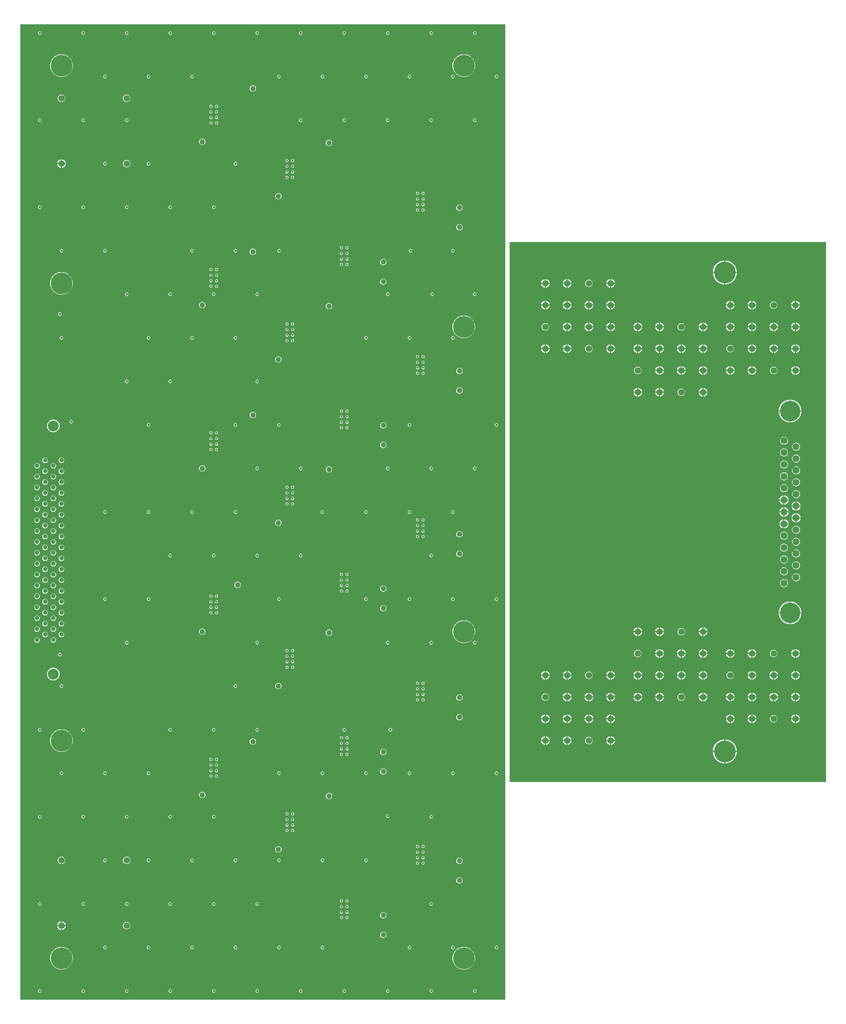
<source format=gbr>
%TF.GenerationSoftware,Altium Limited,Altium Designer,25.0.2 (28)*%
G04 Layer_Physical_Order=3*
G04 Layer_Color=36540*
%FSLAX45Y45*%
%MOMM*%
%TF.SameCoordinates,BFBE90A8-51B7-47FB-822D-EC39B52C7656*%
%TF.FilePolarity,Positive*%
%TF.FileFunction,Copper,L3,Inr,Signal*%
%TF.Part,Single*%
G01*
G75*
%TA.AperFunction,ComponentPad*%
%ADD27C,1.06680*%
%ADD28C,2.54000*%
%ADD29C,1.52400*%
%TA.AperFunction,ViaPad*%
%ADD30C,1.52400*%
%TA.AperFunction,ComponentPad*%
%ADD31C,1.65000*%
%ADD32C,4.80000*%
%TA.AperFunction,ViaPad*%
%ADD33C,5.08000*%
%ADD34C,0.60960*%
%ADD35C,1.27000*%
%ADD36C,0.50000*%
G36*
X21412199Y8940800D02*
X14020799D01*
Y21539200D01*
X21412199D01*
Y8940800D01*
D02*
G37*
G36*
X13919200Y3860800D02*
X2590800D01*
Y26619199D01*
X13919200D01*
Y3860800D01*
D02*
G37*
%LPC*%
G36*
X19071989Y21107401D02*
X19062700D01*
Y20840700D01*
X19329401D01*
Y20849989D01*
X19322520Y20893427D01*
X19308929Y20935252D01*
X19288963Y20974437D01*
X19263113Y21010017D01*
X19232018Y21041113D01*
X19196437Y21066965D01*
X19157253Y21086929D01*
X19115427Y21100520D01*
X19071989Y21107401D01*
D02*
G37*
G36*
X19037300D02*
X19028011D01*
X18984573Y21100520D01*
X18942747Y21086929D01*
X18903563Y21066965D01*
X18867982Y21041113D01*
X18836887Y21010017D01*
X18811037Y20974437D01*
X18791071Y20935252D01*
X18777480Y20893427D01*
X18770599Y20849989D01*
Y20840700D01*
X19037300D01*
Y21107401D01*
D02*
G37*
G36*
X16396376Y20675600D02*
X16395700D01*
Y20586700D01*
X16484599D01*
Y20587376D01*
X16477676Y20613216D01*
X16464301Y20636385D01*
X16445384Y20655299D01*
X16422215Y20668677D01*
X16396376Y20675600D01*
D02*
G37*
G36*
X15380376D02*
X15379700D01*
Y20586700D01*
X15468600D01*
Y20587376D01*
X15461676Y20613216D01*
X15448300Y20636385D01*
X15429384Y20655299D01*
X15406216Y20668677D01*
X15380376Y20675600D01*
D02*
G37*
G36*
X14872375D02*
X14871700D01*
Y20586700D01*
X14960600D01*
Y20587376D01*
X14953676Y20613216D01*
X14940300Y20636385D01*
X14921384Y20655299D01*
X14898216Y20668677D01*
X14872375Y20675600D01*
D02*
G37*
G36*
X14846300D02*
X14845624D01*
X14819785Y20668677D01*
X14796616Y20655299D01*
X14777699Y20636385D01*
X14764323Y20613216D01*
X14757401Y20587376D01*
Y20586700D01*
X14846300D01*
Y20675600D01*
D02*
G37*
G36*
X16370300D02*
X16369624D01*
X16343784Y20668677D01*
X16320616Y20655299D01*
X16301700Y20636385D01*
X16288324Y20613216D01*
X16281400Y20587376D01*
Y20586700D01*
X16370300D01*
Y20675600D01*
D02*
G37*
G36*
X15354300D02*
X15353624D01*
X15327785Y20668677D01*
X15304616Y20655299D01*
X15285699Y20636385D01*
X15272324Y20613216D01*
X15265401Y20587376D01*
Y20586700D01*
X15354300D01*
Y20675600D01*
D02*
G37*
G36*
X19329401Y20815300D02*
X19062700D01*
Y20548599D01*
X19071989D01*
X19115427Y20555479D01*
X19157253Y20569070D01*
X19196437Y20589037D01*
X19232018Y20614886D01*
X19263113Y20645982D01*
X19288963Y20681563D01*
X19308929Y20720747D01*
X19322520Y20762573D01*
X19329401Y20806010D01*
Y20815300D01*
D02*
G37*
G36*
X19037300D02*
X18770599D01*
Y20806010D01*
X18777480Y20762573D01*
X18791071Y20720747D01*
X18811037Y20681563D01*
X18836887Y20645982D01*
X18867982Y20614886D01*
X18903563Y20589037D01*
X18942747Y20569070D01*
X18984573Y20555479D01*
X19028011Y20548599D01*
X19037300D01*
Y20815300D01*
D02*
G37*
G36*
X15886369Y20660361D02*
X15863631D01*
X15841666Y20654475D01*
X15821974Y20643105D01*
X15805894Y20627026D01*
X15794525Y20607333D01*
X15788640Y20585370D01*
Y20562630D01*
X15794525Y20540666D01*
X15805894Y20520975D01*
X15821974Y20504895D01*
X15841666Y20493526D01*
X15863631Y20487640D01*
X15886369D01*
X15908334Y20493526D01*
X15928026Y20504895D01*
X15944106Y20520975D01*
X15955475Y20540666D01*
X15961360Y20562630D01*
Y20585370D01*
X15955475Y20607333D01*
X15944106Y20627026D01*
X15928026Y20643105D01*
X15908334Y20654475D01*
X15886369Y20660361D01*
D02*
G37*
G36*
X16484599Y20561301D02*
X16395700D01*
Y20472400D01*
X16396376D01*
X16422215Y20479324D01*
X16445384Y20492700D01*
X16464301Y20511617D01*
X16477676Y20534784D01*
X16484599Y20560625D01*
Y20561301D01*
D02*
G37*
G36*
X16370300D02*
X16281400D01*
Y20560625D01*
X16288324Y20534784D01*
X16301700Y20511617D01*
X16320616Y20492700D01*
X16343784Y20479324D01*
X16369624Y20472400D01*
X16370300D01*
Y20561301D01*
D02*
G37*
G36*
X15468600D02*
X15379700D01*
Y20472400D01*
X15380376D01*
X15406216Y20479324D01*
X15429384Y20492700D01*
X15448300Y20511617D01*
X15461676Y20534784D01*
X15468600Y20560625D01*
Y20561301D01*
D02*
G37*
G36*
X15354300D02*
X15265401D01*
Y20560625D01*
X15272324Y20534784D01*
X15285699Y20511617D01*
X15304616Y20492700D01*
X15327785Y20479324D01*
X15353624Y20472400D01*
X15354300D01*
Y20561301D01*
D02*
G37*
G36*
X14960600D02*
X14871700D01*
Y20472400D01*
X14872375D01*
X14898216Y20479324D01*
X14921384Y20492700D01*
X14940300Y20511617D01*
X14953676Y20534784D01*
X14960600Y20560625D01*
Y20561301D01*
D02*
G37*
G36*
X14846300D02*
X14757401D01*
Y20560625D01*
X14764323Y20534784D01*
X14777699Y20511617D01*
X14796616Y20492700D01*
X14819785Y20479324D01*
X14845624Y20472400D01*
X14846300D01*
Y20561301D01*
D02*
G37*
G36*
X20714375Y20167599D02*
X20713699D01*
Y20078700D01*
X20802600D01*
Y20079376D01*
X20795676Y20105215D01*
X20782300Y20128384D01*
X20763383Y20147301D01*
X20740216Y20160677D01*
X20714375Y20167599D01*
D02*
G37*
G36*
X19698376D02*
X19697701D01*
Y20078700D01*
X19786600D01*
Y20079376D01*
X19779675Y20105215D01*
X19766299Y20128384D01*
X19747385Y20147301D01*
X19724216Y20160677D01*
X19698376Y20167599D01*
D02*
G37*
G36*
X19190376D02*
X19189700D01*
Y20078700D01*
X19278600D01*
Y20079376D01*
X19271677Y20105215D01*
X19258299Y20128384D01*
X19239384Y20147301D01*
X19216216Y20160677D01*
X19190376Y20167599D01*
D02*
G37*
G36*
X16396376D02*
X16395700D01*
Y20078700D01*
X16484599D01*
Y20079376D01*
X16477676Y20105215D01*
X16464301Y20128384D01*
X16445384Y20147301D01*
X16422215Y20160677D01*
X16396376Y20167599D01*
D02*
G37*
G36*
X15888376D02*
X15887700D01*
Y20078700D01*
X15976601D01*
Y20079376D01*
X15969676Y20105215D01*
X15956300Y20128384D01*
X15937384Y20147301D01*
X15914217Y20160677D01*
X15888376Y20167599D01*
D02*
G37*
G36*
X15380376D02*
X15379700D01*
Y20078700D01*
X15468600D01*
Y20079376D01*
X15461676Y20105215D01*
X15448300Y20128384D01*
X15429384Y20147301D01*
X15406216Y20160677D01*
X15380376Y20167599D01*
D02*
G37*
G36*
X14872375D02*
X14871700D01*
Y20078700D01*
X14960600D01*
Y20079376D01*
X14953676Y20105215D01*
X14940300Y20128384D01*
X14921384Y20147301D01*
X14898216Y20160677D01*
X14872375Y20167599D01*
D02*
G37*
G36*
X15862300D02*
X15861624D01*
X15835783Y20160677D01*
X15812616Y20147301D01*
X15793700Y20128384D01*
X15780324Y20105215D01*
X15773399Y20079376D01*
Y20078700D01*
X15862300D01*
Y20167599D01*
D02*
G37*
G36*
X14846300D02*
X14845624D01*
X14819785Y20160677D01*
X14796616Y20147301D01*
X14777699Y20128384D01*
X14764323Y20105215D01*
X14757401Y20079376D01*
Y20078700D01*
X14846300D01*
Y20167599D01*
D02*
G37*
G36*
X20688300D02*
X20687624D01*
X20661784Y20160677D01*
X20638615Y20147301D01*
X20619701Y20128384D01*
X20606323Y20105215D01*
X20599400Y20079376D01*
Y20078700D01*
X20688300D01*
Y20167599D01*
D02*
G37*
G36*
X19672301D02*
X19671625D01*
X19645784Y20160677D01*
X19622617Y20147301D01*
X19603700Y20128384D01*
X19590324Y20105215D01*
X19583400Y20079376D01*
Y20078700D01*
X19672301D01*
Y20167599D01*
D02*
G37*
G36*
X19164301D02*
X19163625D01*
X19137784Y20160677D01*
X19114616Y20147301D01*
X19095700Y20128384D01*
X19082324Y20105215D01*
X19075400Y20079376D01*
Y20078700D01*
X19164301D01*
Y20167599D01*
D02*
G37*
G36*
X16370300D02*
X16369624D01*
X16343784Y20160677D01*
X16320616Y20147301D01*
X16301700Y20128384D01*
X16288324Y20105215D01*
X16281400Y20079376D01*
Y20078700D01*
X16370300D01*
Y20167599D01*
D02*
G37*
G36*
X15354300D02*
X15353624D01*
X15327785Y20160677D01*
X15304616Y20147301D01*
X15285699Y20128384D01*
X15272324Y20105215D01*
X15265401Y20079376D01*
Y20078700D01*
X15354300D01*
Y20167599D01*
D02*
G37*
G36*
X20204370Y20152361D02*
X20181630D01*
X20159666Y20146475D01*
X20139973Y20135104D01*
X20123895Y20119026D01*
X20112524Y20099335D01*
X20106641Y20077370D01*
Y20054630D01*
X20112524Y20032666D01*
X20123895Y20012975D01*
X20139973Y19996895D01*
X20159666Y19985526D01*
X20181630Y19979640D01*
X20204370D01*
X20226334Y19985526D01*
X20246027Y19996895D01*
X20262105Y20012975D01*
X20273476Y20032666D01*
X20279359Y20054630D01*
Y20077370D01*
X20273476Y20099335D01*
X20262105Y20119026D01*
X20246027Y20135104D01*
X20226334Y20146475D01*
X20204370Y20152361D01*
D02*
G37*
G36*
X20802600Y20053300D02*
X20713699D01*
Y19964400D01*
X20714375D01*
X20740216Y19971324D01*
X20763383Y19984700D01*
X20782300Y20003616D01*
X20795676Y20026784D01*
X20802600Y20052625D01*
Y20053300D01*
D02*
G37*
G36*
X20688300D02*
X20599400D01*
Y20052625D01*
X20606323Y20026784D01*
X20619701Y20003616D01*
X20638615Y19984700D01*
X20661784Y19971324D01*
X20687624Y19964400D01*
X20688300D01*
Y20053300D01*
D02*
G37*
G36*
X19786600D02*
X19697701D01*
Y19964400D01*
X19698376D01*
X19724216Y19971324D01*
X19747385Y19984700D01*
X19766299Y20003616D01*
X19779675Y20026784D01*
X19786600Y20052625D01*
Y20053300D01*
D02*
G37*
G36*
X19672301D02*
X19583400D01*
Y20052625D01*
X19590324Y20026784D01*
X19603700Y20003616D01*
X19622617Y19984700D01*
X19645784Y19971324D01*
X19671625Y19964400D01*
X19672301D01*
Y20053300D01*
D02*
G37*
G36*
X19278600D02*
X19189700D01*
Y19964400D01*
X19190376D01*
X19216216Y19971324D01*
X19239384Y19984700D01*
X19258299Y20003616D01*
X19271677Y20026784D01*
X19278600Y20052625D01*
Y20053300D01*
D02*
G37*
G36*
X19164301D02*
X19075400D01*
Y20052625D01*
X19082324Y20026784D01*
X19095700Y20003616D01*
X19114616Y19984700D01*
X19137784Y19971324D01*
X19163625Y19964400D01*
X19164301D01*
Y20053300D01*
D02*
G37*
G36*
X16484599D02*
X16395700D01*
Y19964400D01*
X16396376D01*
X16422215Y19971324D01*
X16445384Y19984700D01*
X16464301Y20003616D01*
X16477676Y20026784D01*
X16484599Y20052625D01*
Y20053300D01*
D02*
G37*
G36*
X16370300D02*
X16281400D01*
Y20052625D01*
X16288324Y20026784D01*
X16301700Y20003616D01*
X16320616Y19984700D01*
X16343784Y19971324D01*
X16369624Y19964400D01*
X16370300D01*
Y20053300D01*
D02*
G37*
G36*
X15976601D02*
X15887700D01*
Y19964400D01*
X15888376D01*
X15914217Y19971324D01*
X15937384Y19984700D01*
X15956300Y20003616D01*
X15969676Y20026784D01*
X15976601Y20052625D01*
Y20053300D01*
D02*
G37*
G36*
X15862300D02*
X15773399D01*
Y20052625D01*
X15780324Y20026784D01*
X15793700Y20003616D01*
X15812616Y19984700D01*
X15835783Y19971324D01*
X15861624Y19964400D01*
X15862300D01*
Y20053300D01*
D02*
G37*
G36*
X15468600D02*
X15379700D01*
Y19964400D01*
X15380376D01*
X15406216Y19971324D01*
X15429384Y19984700D01*
X15448300Y20003616D01*
X15461676Y20026784D01*
X15468600Y20052625D01*
Y20053300D01*
D02*
G37*
G36*
X15354300D02*
X15265401D01*
Y20052625D01*
X15272324Y20026784D01*
X15285699Y20003616D01*
X15304616Y19984700D01*
X15327785Y19971324D01*
X15353624Y19964400D01*
X15354300D01*
Y20053300D01*
D02*
G37*
G36*
X14960600D02*
X14871700D01*
Y19964400D01*
X14872375D01*
X14898216Y19971324D01*
X14921384Y19984700D01*
X14940300Y20003616D01*
X14953676Y20026784D01*
X14960600Y20052625D01*
Y20053300D01*
D02*
G37*
G36*
X14846300D02*
X14757401D01*
Y20052625D01*
X14764323Y20026784D01*
X14777699Y20003616D01*
X14796616Y19984700D01*
X14819785Y19971324D01*
X14845624Y19964400D01*
X14846300D01*
Y20053300D01*
D02*
G37*
G36*
X20714375Y19659599D02*
X20713699D01*
Y19570700D01*
X20802600D01*
Y19571376D01*
X20795676Y19597215D01*
X20782300Y19620384D01*
X20763383Y19639301D01*
X20740216Y19652676D01*
X20714375Y19659599D01*
D02*
G37*
G36*
X20206377D02*
X20205701D01*
Y19570700D01*
X20294600D01*
Y19571376D01*
X20287675Y19597215D01*
X20274300Y19620384D01*
X20255383Y19639301D01*
X20232216Y19652676D01*
X20206377Y19659599D01*
D02*
G37*
G36*
X19698376D02*
X19697701D01*
Y19570700D01*
X19786600D01*
Y19571376D01*
X19779675Y19597215D01*
X19766299Y19620384D01*
X19747385Y19639301D01*
X19724216Y19652676D01*
X19698376Y19659599D01*
D02*
G37*
G36*
X19190376D02*
X19189700D01*
Y19570700D01*
X19278600D01*
Y19571376D01*
X19271677Y19597215D01*
X19258299Y19620384D01*
X19239384Y19639301D01*
X19216216Y19652676D01*
X19190376Y19659599D01*
D02*
G37*
G36*
X18555376D02*
X18554700D01*
Y19570700D01*
X18643600D01*
Y19571376D01*
X18636676Y19597215D01*
X18623300Y19620384D01*
X18604384Y19639301D01*
X18581216Y19652676D01*
X18555376Y19659599D01*
D02*
G37*
G36*
X17539375D02*
X17538699D01*
Y19570700D01*
X17627600D01*
Y19571376D01*
X17620676Y19597215D01*
X17607300Y19620384D01*
X17588383Y19639301D01*
X17565216Y19652676D01*
X17539375Y19659599D01*
D02*
G37*
G36*
X17031377D02*
X17030701D01*
Y19570700D01*
X17119600D01*
Y19571376D01*
X17112675Y19597215D01*
X17099300Y19620384D01*
X17080383Y19639301D01*
X17057216Y19652676D01*
X17031377Y19659599D01*
D02*
G37*
G36*
X16396376D02*
X16395700D01*
Y19570700D01*
X16484599D01*
Y19571376D01*
X16477676Y19597215D01*
X16464301Y19620384D01*
X16445384Y19639301D01*
X16422215Y19652676D01*
X16396376Y19659599D01*
D02*
G37*
G36*
X15888376D02*
X15887700D01*
Y19570700D01*
X15976601D01*
Y19571376D01*
X15969676Y19597215D01*
X15956300Y19620384D01*
X15937384Y19639301D01*
X15914217Y19652676D01*
X15888376Y19659599D01*
D02*
G37*
G36*
X15380376D02*
X15379700D01*
Y19570700D01*
X15468600D01*
Y19571376D01*
X15461676Y19597215D01*
X15448300Y19620384D01*
X15429384Y19639301D01*
X15406216Y19652676D01*
X15380376Y19659599D01*
D02*
G37*
G36*
X20688300D02*
X20687624D01*
X20661784Y19652676D01*
X20638615Y19639301D01*
X20619701Y19620384D01*
X20606323Y19597215D01*
X20599400Y19571376D01*
Y19570700D01*
X20688300D01*
Y19659599D01*
D02*
G37*
G36*
X20180299D02*
X20179623D01*
X20153784Y19652676D01*
X20130617Y19639301D01*
X20111700Y19620384D01*
X20098325Y19597215D01*
X20091400Y19571376D01*
Y19570700D01*
X20180299D01*
Y19659599D01*
D02*
G37*
G36*
X19672301D02*
X19671625D01*
X19645784Y19652676D01*
X19622617Y19639301D01*
X19603700Y19620384D01*
X19590324Y19597215D01*
X19583400Y19571376D01*
Y19570700D01*
X19672301D01*
Y19659599D01*
D02*
G37*
G36*
X19164301D02*
X19163625D01*
X19137784Y19652676D01*
X19114616Y19639301D01*
X19095700Y19620384D01*
X19082324Y19597215D01*
X19075400Y19571376D01*
Y19570700D01*
X19164301D01*
Y19659599D01*
D02*
G37*
G36*
X18529300D02*
X18528624D01*
X18502785Y19652676D01*
X18479616Y19639301D01*
X18460699Y19620384D01*
X18447324Y19597215D01*
X18440401Y19571376D01*
Y19570700D01*
X18529300D01*
Y19659599D01*
D02*
G37*
G36*
X17513300D02*
X17512624D01*
X17486784Y19652676D01*
X17463615Y19639301D01*
X17444701Y19620384D01*
X17431323Y19597215D01*
X17424400Y19571376D01*
Y19570700D01*
X17513300D01*
Y19659599D01*
D02*
G37*
G36*
X15862300D02*
X15861624D01*
X15835783Y19652676D01*
X15812616Y19639301D01*
X15793700Y19620384D01*
X15780324Y19597215D01*
X15773399Y19571376D01*
Y19570700D01*
X15862300D01*
Y19659599D01*
D02*
G37*
G36*
X17005299D02*
X17004623D01*
X16978784Y19652676D01*
X16955617Y19639301D01*
X16936700Y19620384D01*
X16923325Y19597215D01*
X16916400Y19571376D01*
Y19570700D01*
X17005299D01*
Y19659599D01*
D02*
G37*
G36*
X16370300D02*
X16369624D01*
X16343784Y19652676D01*
X16320616Y19639301D01*
X16301700Y19620384D01*
X16288324Y19597215D01*
X16281400Y19571376D01*
Y19570700D01*
X16370300D01*
Y19659599D01*
D02*
G37*
G36*
X15354300D02*
X15353624D01*
X15327785Y19652676D01*
X15304616Y19639301D01*
X15285699Y19620384D01*
X15272324Y19597215D01*
X15265401Y19571376D01*
Y19570700D01*
X15354300D01*
Y19659599D01*
D02*
G37*
G36*
X18045370Y19644360D02*
X18022630D01*
X18000665Y19638475D01*
X17980974Y19627106D01*
X17964896Y19611026D01*
X17953525Y19591335D01*
X17947639Y19569370D01*
Y19546629D01*
X17953525Y19524666D01*
X17964896Y19504974D01*
X17980974Y19488895D01*
X18000665Y19477525D01*
X18022630Y19471640D01*
X18045370D01*
X18067334Y19477525D01*
X18087025Y19488895D01*
X18103105Y19504974D01*
X18114474Y19524666D01*
X18120360Y19546629D01*
Y19569370D01*
X18114474Y19591335D01*
X18103105Y19611026D01*
X18087025Y19627106D01*
X18067334Y19638475D01*
X18045370Y19644360D01*
D02*
G37*
G36*
X14870370D02*
X14847630D01*
X14825665Y19638475D01*
X14805974Y19627106D01*
X14789896Y19611026D01*
X14778525Y19591335D01*
X14772639Y19569370D01*
Y19546629D01*
X14778525Y19524666D01*
X14789896Y19504974D01*
X14805974Y19488895D01*
X14825665Y19477525D01*
X14847630Y19471640D01*
X14870370D01*
X14892334Y19477525D01*
X14912025Y19488895D01*
X14928105Y19504974D01*
X14939474Y19524666D01*
X14945360Y19546629D01*
Y19569370D01*
X14939474Y19591335D01*
X14928105Y19611026D01*
X14912025Y19627106D01*
X14892334Y19638475D01*
X14870370Y19644360D01*
D02*
G37*
G36*
X20802600Y19545300D02*
X20713699D01*
Y19456400D01*
X20714375D01*
X20740216Y19463324D01*
X20763383Y19476700D01*
X20782300Y19495616D01*
X20795676Y19518784D01*
X20802600Y19544624D01*
Y19545300D01*
D02*
G37*
G36*
X20688300D02*
X20599400D01*
Y19544624D01*
X20606323Y19518784D01*
X20619701Y19495616D01*
X20638615Y19476700D01*
X20661784Y19463324D01*
X20687624Y19456400D01*
X20688300D01*
Y19545300D01*
D02*
G37*
G36*
X20294600D02*
X20205701D01*
Y19456400D01*
X20206377D01*
X20232216Y19463324D01*
X20255383Y19476700D01*
X20274300Y19495616D01*
X20287675Y19518784D01*
X20294600Y19544624D01*
Y19545300D01*
D02*
G37*
G36*
X20180299D02*
X20091400D01*
Y19544624D01*
X20098325Y19518784D01*
X20111700Y19495616D01*
X20130617Y19476700D01*
X20153784Y19463324D01*
X20179623Y19456400D01*
X20180299D01*
Y19545300D01*
D02*
G37*
G36*
X19786600D02*
X19697701D01*
Y19456400D01*
X19698376D01*
X19724216Y19463324D01*
X19747385Y19476700D01*
X19766299Y19495616D01*
X19779675Y19518784D01*
X19786600Y19544624D01*
Y19545300D01*
D02*
G37*
G36*
X19672301D02*
X19583400D01*
Y19544624D01*
X19590324Y19518784D01*
X19603700Y19495616D01*
X19622617Y19476700D01*
X19645784Y19463324D01*
X19671625Y19456400D01*
X19672301D01*
Y19545300D01*
D02*
G37*
G36*
X19278600D02*
X19189700D01*
Y19456400D01*
X19190376D01*
X19216216Y19463324D01*
X19239384Y19476700D01*
X19258299Y19495616D01*
X19271677Y19518784D01*
X19278600Y19544624D01*
Y19545300D01*
D02*
G37*
G36*
X19164301D02*
X19075400D01*
Y19544624D01*
X19082324Y19518784D01*
X19095700Y19495616D01*
X19114616Y19476700D01*
X19137784Y19463324D01*
X19163625Y19456400D01*
X19164301D01*
Y19545300D01*
D02*
G37*
G36*
X18643600D02*
X18554700D01*
Y19456400D01*
X18555376D01*
X18581216Y19463324D01*
X18604384Y19476700D01*
X18623300Y19495616D01*
X18636676Y19518784D01*
X18643600Y19544624D01*
Y19545300D01*
D02*
G37*
G36*
X18529300D02*
X18440401D01*
Y19544624D01*
X18447324Y19518784D01*
X18460699Y19495616D01*
X18479616Y19476700D01*
X18502785Y19463324D01*
X18528624Y19456400D01*
X18529300D01*
Y19545300D01*
D02*
G37*
G36*
X17627600D02*
X17538699D01*
Y19456400D01*
X17539375D01*
X17565216Y19463324D01*
X17588383Y19476700D01*
X17607300Y19495616D01*
X17620676Y19518784D01*
X17627600Y19544624D01*
Y19545300D01*
D02*
G37*
G36*
X17513300D02*
X17424400D01*
Y19544624D01*
X17431323Y19518784D01*
X17444701Y19495616D01*
X17463615Y19476700D01*
X17486784Y19463324D01*
X17512624Y19456400D01*
X17513300D01*
Y19545300D01*
D02*
G37*
G36*
X17119600D02*
X17030701D01*
Y19456400D01*
X17031377D01*
X17057216Y19463324D01*
X17080383Y19476700D01*
X17099300Y19495616D01*
X17112675Y19518784D01*
X17119600Y19544624D01*
Y19545300D01*
D02*
G37*
G36*
X17005299D02*
X16916400D01*
Y19544624D01*
X16923325Y19518784D01*
X16936700Y19495616D01*
X16955617Y19476700D01*
X16978784Y19463324D01*
X17004623Y19456400D01*
X17005299D01*
Y19545300D01*
D02*
G37*
G36*
X16484599D02*
X16395700D01*
Y19456400D01*
X16396376D01*
X16422215Y19463324D01*
X16445384Y19476700D01*
X16464301Y19495616D01*
X16477676Y19518784D01*
X16484599Y19544624D01*
Y19545300D01*
D02*
G37*
G36*
X16370300D02*
X16281400D01*
Y19544624D01*
X16288324Y19518784D01*
X16301700Y19495616D01*
X16320616Y19476700D01*
X16343784Y19463324D01*
X16369624Y19456400D01*
X16370300D01*
Y19545300D01*
D02*
G37*
G36*
X15976601D02*
X15887700D01*
Y19456400D01*
X15888376D01*
X15914217Y19463324D01*
X15937384Y19476700D01*
X15956300Y19495616D01*
X15969676Y19518784D01*
X15976601Y19544624D01*
Y19545300D01*
D02*
G37*
G36*
X15862300D02*
X15773399D01*
Y19544624D01*
X15780324Y19518784D01*
X15793700Y19495616D01*
X15812616Y19476700D01*
X15835783Y19463324D01*
X15861624Y19456400D01*
X15862300D01*
Y19545300D01*
D02*
G37*
G36*
X15468600D02*
X15379700D01*
Y19456400D01*
X15380376D01*
X15406216Y19463324D01*
X15429384Y19476700D01*
X15448300Y19495616D01*
X15461676Y19518784D01*
X15468600Y19544624D01*
Y19545300D01*
D02*
G37*
G36*
X15354300D02*
X15265401D01*
Y19544624D01*
X15272324Y19518784D01*
X15285699Y19495616D01*
X15304616Y19476700D01*
X15327785Y19463324D01*
X15353624Y19456400D01*
X15354300D01*
Y19545300D01*
D02*
G37*
G36*
X20714375Y19151601D02*
X20713699D01*
Y19062700D01*
X20802600D01*
Y19063376D01*
X20795676Y19089217D01*
X20782300Y19112384D01*
X20763383Y19131300D01*
X20740216Y19144676D01*
X20714375Y19151601D01*
D02*
G37*
G36*
X20206377D02*
X20205701D01*
Y19062700D01*
X20294600D01*
Y19063376D01*
X20287675Y19089217D01*
X20274300Y19112384D01*
X20255383Y19131300D01*
X20232216Y19144676D01*
X20206377Y19151601D01*
D02*
G37*
G36*
X19698376D02*
X19697701D01*
Y19062700D01*
X19786600D01*
Y19063376D01*
X19779675Y19089217D01*
X19766299Y19112384D01*
X19747385Y19131300D01*
X19724216Y19144676D01*
X19698376Y19151601D01*
D02*
G37*
G36*
X18555376D02*
X18554700D01*
Y19062700D01*
X18643600D01*
Y19063376D01*
X18636676Y19089217D01*
X18623300Y19112384D01*
X18604384Y19131300D01*
X18581216Y19144676D01*
X18555376Y19151601D01*
D02*
G37*
G36*
X18047375D02*
X18046700D01*
Y19062700D01*
X18135600D01*
Y19063376D01*
X18128676Y19089217D01*
X18115300Y19112384D01*
X18096384Y19131300D01*
X18073216Y19144676D01*
X18047375Y19151601D01*
D02*
G37*
G36*
X17539375D02*
X17538699D01*
Y19062700D01*
X17627600D01*
Y19063376D01*
X17620676Y19089217D01*
X17607300Y19112384D01*
X17588383Y19131300D01*
X17565216Y19144676D01*
X17539375Y19151601D01*
D02*
G37*
G36*
X17031377D02*
X17030701D01*
Y19062700D01*
X17119600D01*
Y19063376D01*
X17112675Y19089217D01*
X17099300Y19112384D01*
X17080383Y19131300D01*
X17057216Y19144676D01*
X17031377Y19151601D01*
D02*
G37*
G36*
X16396376D02*
X16395700D01*
Y19062700D01*
X16484599D01*
Y19063376D01*
X16477676Y19089217D01*
X16464301Y19112384D01*
X16445384Y19131300D01*
X16422215Y19144676D01*
X16396376Y19151601D01*
D02*
G37*
G36*
X15380376D02*
X15379700D01*
Y19062700D01*
X15468600D01*
Y19063376D01*
X15461676Y19089217D01*
X15448300Y19112384D01*
X15429384Y19131300D01*
X15406216Y19144676D01*
X15380376Y19151601D01*
D02*
G37*
G36*
X14872375D02*
X14871700D01*
Y19062700D01*
X14960600D01*
Y19063376D01*
X14953676Y19089217D01*
X14940300Y19112384D01*
X14921384Y19131300D01*
X14898216Y19144676D01*
X14872375Y19151601D01*
D02*
G37*
G36*
X18021300D02*
X18020624D01*
X17994785Y19144676D01*
X17971616Y19131300D01*
X17952699Y19112384D01*
X17939323Y19089217D01*
X17932401Y19063376D01*
Y19062700D01*
X18021300D01*
Y19151601D01*
D02*
G37*
G36*
X20688300D02*
X20687624D01*
X20661784Y19144676D01*
X20638615Y19131300D01*
X20619701Y19112384D01*
X20606323Y19089217D01*
X20599400Y19063376D01*
Y19062700D01*
X20688300D01*
Y19151601D01*
D02*
G37*
G36*
X20180299D02*
X20179623D01*
X20153784Y19144676D01*
X20130617Y19131300D01*
X20111700Y19112384D01*
X20098325Y19089217D01*
X20091400Y19063376D01*
Y19062700D01*
X20180299D01*
Y19151601D01*
D02*
G37*
G36*
X19672301D02*
X19671625D01*
X19645784Y19144676D01*
X19622617Y19131300D01*
X19603700Y19112384D01*
X19590324Y19089217D01*
X19583400Y19063376D01*
Y19062700D01*
X19672301D01*
Y19151601D01*
D02*
G37*
G36*
X18529300D02*
X18528624D01*
X18502785Y19144676D01*
X18479616Y19131300D01*
X18460699Y19112384D01*
X18447324Y19089217D01*
X18440401Y19063376D01*
Y19062700D01*
X18529300D01*
Y19151601D01*
D02*
G37*
G36*
X17513300D02*
X17512624D01*
X17486784Y19144676D01*
X17463615Y19131300D01*
X17444701Y19112384D01*
X17431323Y19089217D01*
X17424400Y19063376D01*
Y19062700D01*
X17513300D01*
Y19151601D01*
D02*
G37*
G36*
X14846300D02*
X14845624D01*
X14819785Y19144676D01*
X14796616Y19131300D01*
X14777699Y19112384D01*
X14764323Y19089217D01*
X14757401Y19063376D01*
Y19062700D01*
X14846300D01*
Y19151601D01*
D02*
G37*
G36*
X17005299D02*
X17004623D01*
X16978784Y19144676D01*
X16955617Y19131300D01*
X16936700Y19112384D01*
X16923325Y19089217D01*
X16916400Y19063376D01*
Y19062700D01*
X17005299D01*
Y19151601D01*
D02*
G37*
G36*
X16370300D02*
X16369624D01*
X16343784Y19144676D01*
X16320616Y19131300D01*
X16301700Y19112384D01*
X16288324Y19089217D01*
X16281400Y19063376D01*
Y19062700D01*
X16370300D01*
Y19151601D01*
D02*
G37*
G36*
X15354300D02*
X15353624D01*
X15327785Y19144676D01*
X15304616Y19131300D01*
X15285699Y19112384D01*
X15272324Y19089217D01*
X15265401Y19063376D01*
Y19062700D01*
X15354300D01*
Y19151601D01*
D02*
G37*
G36*
X19188370Y19136360D02*
X19165630D01*
X19143666Y19130475D01*
X19123975Y19119106D01*
X19107895Y19103026D01*
X19096526Y19083334D01*
X19090640Y19061369D01*
Y19038631D01*
X19096526Y19016666D01*
X19107895Y18996974D01*
X19123975Y18980894D01*
X19143666Y18969525D01*
X19165630Y18963640D01*
X19188370D01*
X19210333Y18969525D01*
X19230026Y18980894D01*
X19246104Y18996974D01*
X19257475Y19016666D01*
X19263361Y19038631D01*
Y19061369D01*
X19257475Y19083334D01*
X19246104Y19103026D01*
X19230026Y19119106D01*
X19210333Y19130475D01*
X19188370Y19136360D01*
D02*
G37*
G36*
X15886369D02*
X15863631D01*
X15841666Y19130475D01*
X15821974Y19119106D01*
X15805894Y19103026D01*
X15794525Y19083334D01*
X15788640Y19061369D01*
Y19038631D01*
X15794525Y19016666D01*
X15805894Y18996974D01*
X15821974Y18980894D01*
X15841666Y18969525D01*
X15863631Y18963640D01*
X15886369D01*
X15908334Y18969525D01*
X15928026Y18980894D01*
X15944106Y18996974D01*
X15955475Y19016666D01*
X15961360Y19038631D01*
Y19061369D01*
X15955475Y19083334D01*
X15944106Y19103026D01*
X15928026Y19119106D01*
X15908334Y19130475D01*
X15886369Y19136360D01*
D02*
G37*
G36*
X20802600Y19037300D02*
X20713699D01*
Y18948399D01*
X20714375D01*
X20740216Y18955324D01*
X20763383Y18968700D01*
X20782300Y18987616D01*
X20795676Y19010783D01*
X20802600Y19036624D01*
Y19037300D01*
D02*
G37*
G36*
X20688300D02*
X20599400D01*
Y19036624D01*
X20606323Y19010783D01*
X20619701Y18987616D01*
X20638615Y18968700D01*
X20661784Y18955324D01*
X20687624Y18948399D01*
X20688300D01*
Y19037300D01*
D02*
G37*
G36*
X20294600D02*
X20205701D01*
Y18948399D01*
X20206377D01*
X20232216Y18955324D01*
X20255383Y18968700D01*
X20274300Y18987616D01*
X20287675Y19010783D01*
X20294600Y19036624D01*
Y19037300D01*
D02*
G37*
G36*
X20180299D02*
X20091400D01*
Y19036624D01*
X20098325Y19010783D01*
X20111700Y18987616D01*
X20130617Y18968700D01*
X20153784Y18955324D01*
X20179623Y18948399D01*
X20180299D01*
Y19037300D01*
D02*
G37*
G36*
X19786600D02*
X19697701D01*
Y18948399D01*
X19698376D01*
X19724216Y18955324D01*
X19747385Y18968700D01*
X19766299Y18987616D01*
X19779675Y19010783D01*
X19786600Y19036624D01*
Y19037300D01*
D02*
G37*
G36*
X19672301D02*
X19583400D01*
Y19036624D01*
X19590324Y19010783D01*
X19603700Y18987616D01*
X19622617Y18968700D01*
X19645784Y18955324D01*
X19671625Y18948399D01*
X19672301D01*
Y19037300D01*
D02*
G37*
G36*
X18643600D02*
X18554700D01*
Y18948399D01*
X18555376D01*
X18581216Y18955324D01*
X18604384Y18968700D01*
X18623300Y18987616D01*
X18636676Y19010783D01*
X18643600Y19036624D01*
Y19037300D01*
D02*
G37*
G36*
X18529300D02*
X18440401D01*
Y19036624D01*
X18447324Y19010783D01*
X18460699Y18987616D01*
X18479616Y18968700D01*
X18502785Y18955324D01*
X18528624Y18948399D01*
X18529300D01*
Y19037300D01*
D02*
G37*
G36*
X18135600D02*
X18046700D01*
Y18948399D01*
X18047375D01*
X18073216Y18955324D01*
X18096384Y18968700D01*
X18115300Y18987616D01*
X18128676Y19010783D01*
X18135600Y19036624D01*
Y19037300D01*
D02*
G37*
G36*
X18021300D02*
X17932401D01*
Y19036624D01*
X17939323Y19010783D01*
X17952699Y18987616D01*
X17971616Y18968700D01*
X17994785Y18955324D01*
X18020624Y18948399D01*
X18021300D01*
Y19037300D01*
D02*
G37*
G36*
X17627600D02*
X17538699D01*
Y18948399D01*
X17539375D01*
X17565216Y18955324D01*
X17588383Y18968700D01*
X17607300Y18987616D01*
X17620676Y19010783D01*
X17627600Y19036624D01*
Y19037300D01*
D02*
G37*
G36*
X17513300D02*
X17424400D01*
Y19036624D01*
X17431323Y19010783D01*
X17444701Y18987616D01*
X17463615Y18968700D01*
X17486784Y18955324D01*
X17512624Y18948399D01*
X17513300D01*
Y19037300D01*
D02*
G37*
G36*
X17119600D02*
X17030701D01*
Y18948399D01*
X17031377D01*
X17057216Y18955324D01*
X17080383Y18968700D01*
X17099300Y18987616D01*
X17112675Y19010783D01*
X17119600Y19036624D01*
Y19037300D01*
D02*
G37*
G36*
X17005299D02*
X16916400D01*
Y19036624D01*
X16923325Y19010783D01*
X16936700Y18987616D01*
X16955617Y18968700D01*
X16978784Y18955324D01*
X17004623Y18948399D01*
X17005299D01*
Y19037300D01*
D02*
G37*
G36*
X16484599D02*
X16395700D01*
Y18948399D01*
X16396376D01*
X16422215Y18955324D01*
X16445384Y18968700D01*
X16464301Y18987616D01*
X16477676Y19010783D01*
X16484599Y19036624D01*
Y19037300D01*
D02*
G37*
G36*
X16370300D02*
X16281400D01*
Y19036624D01*
X16288324Y19010783D01*
X16301700Y18987616D01*
X16320616Y18968700D01*
X16343784Y18955324D01*
X16369624Y18948399D01*
X16370300D01*
Y19037300D01*
D02*
G37*
G36*
X15468600D02*
X15379700D01*
Y18948399D01*
X15380376D01*
X15406216Y18955324D01*
X15429384Y18968700D01*
X15448300Y18987616D01*
X15461676Y19010783D01*
X15468600Y19036624D01*
Y19037300D01*
D02*
G37*
G36*
X15354300D02*
X15265401D01*
Y19036624D01*
X15272324Y19010783D01*
X15285699Y18987616D01*
X15304616Y18968700D01*
X15327785Y18955324D01*
X15353624Y18948399D01*
X15354300D01*
Y19037300D01*
D02*
G37*
G36*
X14960600D02*
X14871700D01*
Y18948399D01*
X14872375D01*
X14898216Y18955324D01*
X14921384Y18968700D01*
X14940300Y18987616D01*
X14953676Y19010783D01*
X14960600Y19036624D01*
Y19037300D01*
D02*
G37*
G36*
X14846300D02*
X14757401D01*
Y19036624D01*
X14764323Y19010783D01*
X14777699Y18987616D01*
X14796616Y18968700D01*
X14819785Y18955324D01*
X14845624Y18948399D01*
X14846300D01*
Y19037300D01*
D02*
G37*
G36*
X20714375Y18643600D02*
X20713699D01*
Y18554700D01*
X20802600D01*
Y18555376D01*
X20795676Y18581216D01*
X20782300Y18604384D01*
X20763383Y18623300D01*
X20740216Y18636676D01*
X20714375Y18643600D01*
D02*
G37*
G36*
X19698376D02*
X19697701D01*
Y18554700D01*
X19786600D01*
Y18555376D01*
X19779675Y18581216D01*
X19766299Y18604384D01*
X19747385Y18623300D01*
X19724216Y18636676D01*
X19698376Y18643600D01*
D02*
G37*
G36*
X19190376D02*
X19189700D01*
Y18554700D01*
X19278600D01*
Y18555376D01*
X19271677Y18581216D01*
X19258299Y18604384D01*
X19239384Y18623300D01*
X19216216Y18636676D01*
X19190376Y18643600D01*
D02*
G37*
G36*
X18555376D02*
X18554700D01*
Y18554700D01*
X18643600D01*
Y18555376D01*
X18636676Y18581216D01*
X18623300Y18604384D01*
X18604384Y18623300D01*
X18581216Y18636676D01*
X18555376Y18643600D01*
D02*
G37*
G36*
X18047375D02*
X18046700D01*
Y18554700D01*
X18135600D01*
Y18555376D01*
X18128676Y18581216D01*
X18115300Y18604384D01*
X18096384Y18623300D01*
X18073216Y18636676D01*
X18047375Y18643600D01*
D02*
G37*
G36*
X17539375D02*
X17538699D01*
Y18554700D01*
X17627600D01*
Y18555376D01*
X17620676Y18581216D01*
X17607300Y18604384D01*
X17588383Y18623300D01*
X17565216Y18636676D01*
X17539375Y18643600D01*
D02*
G37*
G36*
X18021300D02*
X18020624D01*
X17994785Y18636676D01*
X17971616Y18623300D01*
X17952699Y18604384D01*
X17939323Y18581216D01*
X17932401Y18555376D01*
Y18554700D01*
X18021300D01*
Y18643600D01*
D02*
G37*
G36*
X20688300D02*
X20687624D01*
X20661784Y18636676D01*
X20638615Y18623300D01*
X20619701Y18604384D01*
X20606323Y18581216D01*
X20599400Y18555376D01*
Y18554700D01*
X20688300D01*
Y18643600D01*
D02*
G37*
G36*
X19672301D02*
X19671625D01*
X19645784Y18636676D01*
X19622617Y18623300D01*
X19603700Y18604384D01*
X19590324Y18581216D01*
X19583400Y18555376D01*
Y18554700D01*
X19672301D01*
Y18643600D01*
D02*
G37*
G36*
X19164301D02*
X19163625D01*
X19137784Y18636676D01*
X19114616Y18623300D01*
X19095700Y18604384D01*
X19082324Y18581216D01*
X19075400Y18555376D01*
Y18554700D01*
X19164301D01*
Y18643600D01*
D02*
G37*
G36*
X18529300D02*
X18528624D01*
X18502785Y18636676D01*
X18479616Y18623300D01*
X18460699Y18604384D01*
X18447324Y18581216D01*
X18440401Y18555376D01*
Y18554700D01*
X18529300D01*
Y18643600D01*
D02*
G37*
G36*
X17513300D02*
X17512624D01*
X17486784Y18636676D01*
X17463615Y18623300D01*
X17444701Y18604384D01*
X17431323Y18581216D01*
X17424400Y18555376D01*
Y18554700D01*
X17513300D01*
Y18643600D01*
D02*
G37*
G36*
X20204370Y18628360D02*
X20181630D01*
X20159666Y18622475D01*
X20139973Y18611105D01*
X20123895Y18595026D01*
X20112524Y18575334D01*
X20106641Y18553371D01*
Y18530630D01*
X20112524Y18508665D01*
X20123895Y18488974D01*
X20139973Y18472894D01*
X20159666Y18461525D01*
X20181630Y18455640D01*
X20204370D01*
X20226334Y18461525D01*
X20246027Y18472894D01*
X20262105Y18488974D01*
X20273476Y18508665D01*
X20279359Y18530630D01*
Y18553371D01*
X20273476Y18575334D01*
X20262105Y18595026D01*
X20246027Y18611105D01*
X20226334Y18622475D01*
X20204370Y18628360D01*
D02*
G37*
G36*
X17029370D02*
X17006630D01*
X16984666Y18622475D01*
X16964973Y18611105D01*
X16948895Y18595026D01*
X16937524Y18575334D01*
X16931641Y18553371D01*
Y18530630D01*
X16937524Y18508665D01*
X16948895Y18488974D01*
X16964973Y18472894D01*
X16984666Y18461525D01*
X17006630Y18455640D01*
X17029370D01*
X17051334Y18461525D01*
X17071027Y18472894D01*
X17087105Y18488974D01*
X17098476Y18508665D01*
X17104359Y18530630D01*
Y18553371D01*
X17098476Y18575334D01*
X17087105Y18595026D01*
X17071027Y18611105D01*
X17051334Y18622475D01*
X17029370Y18628360D01*
D02*
G37*
G36*
X20802600Y18529300D02*
X20713699D01*
Y18440401D01*
X20714375D01*
X20740216Y18447324D01*
X20763383Y18460699D01*
X20782300Y18479616D01*
X20795676Y18502785D01*
X20802600Y18528624D01*
Y18529300D01*
D02*
G37*
G36*
X20688300D02*
X20599400D01*
Y18528624D01*
X20606323Y18502785D01*
X20619701Y18479616D01*
X20638615Y18460699D01*
X20661784Y18447324D01*
X20687624Y18440401D01*
X20688300D01*
Y18529300D01*
D02*
G37*
G36*
X19786600D02*
X19697701D01*
Y18440401D01*
X19698376D01*
X19724216Y18447324D01*
X19747385Y18460699D01*
X19766299Y18479616D01*
X19779675Y18502785D01*
X19786600Y18528624D01*
Y18529300D01*
D02*
G37*
G36*
X19672301D02*
X19583400D01*
Y18528624D01*
X19590324Y18502785D01*
X19603700Y18479616D01*
X19622617Y18460699D01*
X19645784Y18447324D01*
X19671625Y18440401D01*
X19672301D01*
Y18529300D01*
D02*
G37*
G36*
X19278600D02*
X19189700D01*
Y18440401D01*
X19190376D01*
X19216216Y18447324D01*
X19239384Y18460699D01*
X19258299Y18479616D01*
X19271677Y18502785D01*
X19278600Y18528624D01*
Y18529300D01*
D02*
G37*
G36*
X19164301D02*
X19075400D01*
Y18528624D01*
X19082324Y18502785D01*
X19095700Y18479616D01*
X19114616Y18460699D01*
X19137784Y18447324D01*
X19163625Y18440401D01*
X19164301D01*
Y18529300D01*
D02*
G37*
G36*
X18643600D02*
X18554700D01*
Y18440401D01*
X18555376D01*
X18581216Y18447324D01*
X18604384Y18460699D01*
X18623300Y18479616D01*
X18636676Y18502785D01*
X18643600Y18528624D01*
Y18529300D01*
D02*
G37*
G36*
X18529300D02*
X18440401D01*
Y18528624D01*
X18447324Y18502785D01*
X18460699Y18479616D01*
X18479616Y18460699D01*
X18502785Y18447324D01*
X18528624Y18440401D01*
X18529300D01*
Y18529300D01*
D02*
G37*
G36*
X18135600D02*
X18046700D01*
Y18440401D01*
X18047375D01*
X18073216Y18447324D01*
X18096384Y18460699D01*
X18115300Y18479616D01*
X18128676Y18502785D01*
X18135600Y18528624D01*
Y18529300D01*
D02*
G37*
G36*
X18021300D02*
X17932401D01*
Y18528624D01*
X17939323Y18502785D01*
X17952699Y18479616D01*
X17971616Y18460699D01*
X17994785Y18447324D01*
X18020624Y18440401D01*
X18021300D01*
Y18529300D01*
D02*
G37*
G36*
X17627600D02*
X17538699D01*
Y18440401D01*
X17539375D01*
X17565216Y18447324D01*
X17588383Y18460699D01*
X17607300Y18479616D01*
X17620676Y18502785D01*
X17627600Y18528624D01*
Y18529300D01*
D02*
G37*
G36*
X17513300D02*
X17424400D01*
Y18528624D01*
X17431323Y18502785D01*
X17444701Y18479616D01*
X17463615Y18460699D01*
X17486784Y18447324D01*
X17512624Y18440401D01*
X17513300D01*
Y18529300D01*
D02*
G37*
G36*
X18555376Y18135600D02*
X18554700D01*
Y18046700D01*
X18643600D01*
Y18047375D01*
X18636676Y18073216D01*
X18623300Y18096384D01*
X18604384Y18115300D01*
X18581216Y18128676D01*
X18555376Y18135600D01*
D02*
G37*
G36*
X17539375D02*
X17538699D01*
Y18046700D01*
X17627600D01*
Y18047375D01*
X17620676Y18073216D01*
X17607300Y18096384D01*
X17588383Y18115300D01*
X17565216Y18128676D01*
X17539375Y18135600D01*
D02*
G37*
G36*
X17031377D02*
X17030701D01*
Y18046700D01*
X17119600D01*
Y18047375D01*
X17112675Y18073216D01*
X17099300Y18096384D01*
X17080383Y18115300D01*
X17057216Y18128676D01*
X17031377Y18135600D01*
D02*
G37*
G36*
X17005299D02*
X17004623D01*
X16978784Y18128676D01*
X16955617Y18115300D01*
X16936700Y18096384D01*
X16923325Y18073216D01*
X16916400Y18047375D01*
Y18046700D01*
X17005299D01*
Y18135600D01*
D02*
G37*
G36*
X18529300D02*
X18528624D01*
X18502785Y18128676D01*
X18479616Y18115300D01*
X18460699Y18096384D01*
X18447324Y18073216D01*
X18440401Y18047375D01*
Y18046700D01*
X18529300D01*
Y18135600D01*
D02*
G37*
G36*
X17513300D02*
X17512624D01*
X17486784Y18128676D01*
X17463615Y18115300D01*
X17444701Y18096384D01*
X17431323Y18073216D01*
X17424400Y18047375D01*
Y18046700D01*
X17513300D01*
Y18135600D01*
D02*
G37*
G36*
X18045370Y18120360D02*
X18022630D01*
X18000665Y18114474D01*
X17980974Y18103105D01*
X17964896Y18087025D01*
X17953525Y18067334D01*
X17947639Y18045370D01*
Y18022630D01*
X17953525Y18000665D01*
X17964896Y17980974D01*
X17980974Y17964896D01*
X18000665Y17953525D01*
X18022630Y17947639D01*
X18045370D01*
X18067334Y17953525D01*
X18087025Y17964896D01*
X18103105Y17980974D01*
X18114474Y18000665D01*
X18120360Y18022630D01*
Y18045370D01*
X18114474Y18067334D01*
X18103105Y18087025D01*
X18087025Y18103105D01*
X18067334Y18114474D01*
X18045370Y18120360D01*
D02*
G37*
G36*
X18643600Y18021300D02*
X18554700D01*
Y17932401D01*
X18555376D01*
X18581216Y17939323D01*
X18604384Y17952699D01*
X18623300Y17971616D01*
X18636676Y17994785D01*
X18643600Y18020624D01*
Y18021300D01*
D02*
G37*
G36*
X18529300D02*
X18440401D01*
Y18020624D01*
X18447324Y17994785D01*
X18460699Y17971616D01*
X18479616Y17952699D01*
X18502785Y17939323D01*
X18528624Y17932401D01*
X18529300D01*
Y18021300D01*
D02*
G37*
G36*
X17627600D02*
X17538699D01*
Y17932401D01*
X17539375D01*
X17565216Y17939323D01*
X17588383Y17952699D01*
X17607300Y17971616D01*
X17620676Y17994785D01*
X17627600Y18020624D01*
Y18021300D01*
D02*
G37*
G36*
X17513300D02*
X17424400D01*
Y18020624D01*
X17431323Y17994785D01*
X17444701Y17971616D01*
X17463615Y17952699D01*
X17486784Y17939323D01*
X17512624Y17932401D01*
X17513300D01*
Y18021300D01*
D02*
G37*
G36*
X17119600D02*
X17030701D01*
Y17932401D01*
X17031377D01*
X17057216Y17939323D01*
X17080383Y17952699D01*
X17099300Y17971616D01*
X17112675Y17994785D01*
X17119600Y18020624D01*
Y18021300D01*
D02*
G37*
G36*
X17005299D02*
X16916400D01*
Y18020624D01*
X16923325Y17994785D01*
X16936700Y17971616D01*
X16955617Y17952699D01*
X16978784Y17939323D01*
X17004623Y17932401D01*
X17005299D01*
Y18021300D01*
D02*
G37*
G36*
X20595087Y17860400D02*
X20586900D01*
Y17607701D01*
X20839600D01*
Y17615887D01*
X20833064Y17657149D01*
X20820155Y17696878D01*
X20801190Y17734100D01*
X20776636Y17767897D01*
X20747096Y17797437D01*
X20713300Y17821991D01*
X20676077Y17840956D01*
X20636348Y17853865D01*
X20595087Y17860400D01*
D02*
G37*
G36*
X20561501D02*
X20553313D01*
X20512051Y17853865D01*
X20472322Y17840956D01*
X20435100Y17821991D01*
X20401303Y17797437D01*
X20371764Y17767897D01*
X20347209Y17734100D01*
X20328244Y17696878D01*
X20315335Y17657149D01*
X20308800Y17615887D01*
Y17607701D01*
X20561501D01*
Y17860400D01*
D02*
G37*
G36*
X20839600Y17582301D02*
X20586900D01*
Y17329601D01*
X20595087D01*
X20636348Y17336134D01*
X20676077Y17349043D01*
X20713300Y17368010D01*
X20747096Y17392564D01*
X20776636Y17422104D01*
X20801190Y17455901D01*
X20820155Y17493121D01*
X20833064Y17532852D01*
X20839600Y17574113D01*
Y17582301D01*
D02*
G37*
G36*
X20561501D02*
X20308800D01*
Y17574113D01*
X20315335Y17532852D01*
X20328244Y17493121D01*
X20347209Y17455901D01*
X20371764Y17422104D01*
X20401303Y17392564D01*
X20435100Y17368010D01*
X20472322Y17349043D01*
X20512051Y17336134D01*
X20553313Y17329601D01*
X20561501D01*
Y17582301D01*
D02*
G37*
G36*
X20444398Y16994659D02*
X20420001D01*
X20396434Y16988345D01*
X20375305Y16976146D01*
X20358054Y16958894D01*
X20345856Y16937766D01*
X20339540Y16914198D01*
Y16889801D01*
X20345856Y16866234D01*
X20358054Y16845107D01*
X20375305Y16827853D01*
X20396434Y16815656D01*
X20420001Y16809340D01*
X20444398D01*
X20467966Y16815656D01*
X20489095Y16827853D01*
X20506346Y16845107D01*
X20518546Y16866234D01*
X20524860Y16889801D01*
Y16914198D01*
X20518546Y16937766D01*
X20506346Y16958894D01*
X20489095Y16976146D01*
X20467966Y16988345D01*
X20444398Y16994659D01*
D02*
G37*
G36*
X20728400Y16856160D02*
X20704001D01*
X20680434Y16849844D01*
X20659305Y16837646D01*
X20642053Y16820395D01*
X20629855Y16799266D01*
X20623540Y16775699D01*
Y16751302D01*
X20629855Y16727734D01*
X20642053Y16706606D01*
X20659305Y16689354D01*
X20680434Y16677155D01*
X20704001Y16670840D01*
X20728400D01*
X20751965Y16677155D01*
X20773094Y16689354D01*
X20790346Y16706606D01*
X20802545Y16727734D01*
X20808859Y16751302D01*
Y16775699D01*
X20802545Y16799266D01*
X20790346Y16820395D01*
X20773094Y16837646D01*
X20751965Y16849844D01*
X20728400Y16856160D01*
D02*
G37*
G36*
X20444398Y16717661D02*
X20420001D01*
X20396434Y16711345D01*
X20375305Y16699146D01*
X20358054Y16681894D01*
X20345856Y16660767D01*
X20339540Y16637199D01*
Y16612801D01*
X20345856Y16589235D01*
X20358054Y16568106D01*
X20375305Y16550854D01*
X20396434Y16538655D01*
X20420001Y16532339D01*
X20444398D01*
X20467966Y16538655D01*
X20489095Y16550854D01*
X20506346Y16568106D01*
X20518546Y16589235D01*
X20524860Y16612801D01*
Y16637199D01*
X20518546Y16660767D01*
X20506346Y16681894D01*
X20489095Y16699146D01*
X20467966Y16711345D01*
X20444398Y16717661D01*
D02*
G37*
G36*
X20728400Y16579160D02*
X20704001D01*
X20680434Y16572845D01*
X20659305Y16560648D01*
X20642053Y16543394D01*
X20629855Y16522266D01*
X20623540Y16498698D01*
Y16474301D01*
X20629855Y16450735D01*
X20642053Y16429607D01*
X20659305Y16412354D01*
X20680434Y16400156D01*
X20704001Y16393840D01*
X20728400D01*
X20751965Y16400156D01*
X20773094Y16412354D01*
X20790346Y16429607D01*
X20802545Y16450735D01*
X20808859Y16474301D01*
Y16498698D01*
X20802545Y16522266D01*
X20790346Y16543394D01*
X20773094Y16560648D01*
X20751965Y16572845D01*
X20728400Y16579160D01*
D02*
G37*
G36*
X20444398Y16440660D02*
X20420001D01*
X20396434Y16434344D01*
X20375305Y16422147D01*
X20358054Y16404895D01*
X20345856Y16383766D01*
X20339540Y16360199D01*
Y16335802D01*
X20345856Y16312234D01*
X20358054Y16291106D01*
X20375305Y16273854D01*
X20396434Y16261655D01*
X20420001Y16255341D01*
X20444398D01*
X20467966Y16261655D01*
X20489095Y16273854D01*
X20506346Y16291106D01*
X20518546Y16312234D01*
X20524860Y16335802D01*
Y16360199D01*
X20518546Y16383766D01*
X20506346Y16404895D01*
X20489095Y16422147D01*
X20467966Y16434344D01*
X20444398Y16440660D01*
D02*
G37*
G36*
X20728400Y16302161D02*
X20704001D01*
X20680434Y16295845D01*
X20659305Y16283647D01*
X20642053Y16266396D01*
X20629855Y16245267D01*
X20623540Y16221700D01*
Y16197301D01*
X20629855Y16173735D01*
X20642053Y16152606D01*
X20659305Y16135355D01*
X20680434Y16123155D01*
X20704001Y16116840D01*
X20728400D01*
X20751965Y16123155D01*
X20773094Y16135355D01*
X20790346Y16152606D01*
X20802545Y16173735D01*
X20808859Y16197301D01*
Y16221700D01*
X20802545Y16245267D01*
X20790346Y16266396D01*
X20773094Y16283647D01*
X20751965Y16295845D01*
X20728400Y16302161D01*
D02*
G37*
G36*
X20444398Y16163660D02*
X20420001D01*
X20396434Y16157346D01*
X20375305Y16145148D01*
X20358054Y16127895D01*
X20345856Y16106766D01*
X20339540Y16083199D01*
Y16058801D01*
X20345856Y16035236D01*
X20358054Y16014107D01*
X20375305Y15996854D01*
X20396434Y15984656D01*
X20420001Y15978340D01*
X20444398D01*
X20467966Y15984656D01*
X20489095Y15996854D01*
X20506346Y16014107D01*
X20518546Y16035236D01*
X20524860Y16058801D01*
Y16083199D01*
X20518546Y16106766D01*
X20506346Y16127895D01*
X20489095Y16145148D01*
X20467966Y16157346D01*
X20444398Y16163660D01*
D02*
G37*
G36*
X20728400Y16025160D02*
X20704001D01*
X20680434Y16018845D01*
X20659305Y16006647D01*
X20642053Y15989394D01*
X20629855Y15968265D01*
X20623540Y15944699D01*
Y15920300D01*
X20629855Y15896735D01*
X20642053Y15875606D01*
X20659305Y15858354D01*
X20680434Y15846155D01*
X20704001Y15839841D01*
X20728400D01*
X20751965Y15846155D01*
X20773094Y15858354D01*
X20790346Y15875606D01*
X20802545Y15896735D01*
X20808859Y15920300D01*
Y15944699D01*
X20802545Y15968265D01*
X20790346Y15989394D01*
X20773094Y16006647D01*
X20751965Y16018845D01*
X20728400Y16025160D01*
D02*
G37*
G36*
X20444398Y15886659D02*
X20420001D01*
X20396434Y15880345D01*
X20375305Y15868147D01*
X20358054Y15850896D01*
X20345856Y15829765D01*
X20339540Y15806200D01*
Y15781801D01*
X20345856Y15758235D01*
X20358054Y15737106D01*
X20375305Y15719855D01*
X20396434Y15707655D01*
X20420001Y15701340D01*
X20444398D01*
X20467966Y15707655D01*
X20489095Y15719855D01*
X20506346Y15737106D01*
X20518546Y15758235D01*
X20524860Y15781801D01*
Y15806200D01*
X20518546Y15829765D01*
X20506346Y15850896D01*
X20489095Y15868147D01*
X20467966Y15880345D01*
X20444398Y15886659D01*
D02*
G37*
G36*
X20728400Y15748160D02*
X20704001D01*
X20680434Y15741846D01*
X20659305Y15729646D01*
X20642053Y15712395D01*
X20629855Y15691266D01*
X20623540Y15667699D01*
Y15643301D01*
X20629855Y15619736D01*
X20642053Y15598605D01*
X20659305Y15581354D01*
X20680434Y15569154D01*
X20704001Y15562840D01*
X20728400D01*
X20751965Y15569154D01*
X20773094Y15581354D01*
X20790346Y15598605D01*
X20802545Y15619736D01*
X20808859Y15643301D01*
Y15667699D01*
X20802545Y15691266D01*
X20790346Y15712395D01*
X20773094Y15729646D01*
X20751965Y15741846D01*
X20728400Y15748160D01*
D02*
G37*
G36*
X20446405Y15624899D02*
X20444899D01*
Y15529701D01*
X20540100D01*
Y15531206D01*
X20532747Y15558649D01*
X20518541Y15583252D01*
X20498453Y15603342D01*
X20473848Y15617548D01*
X20446405Y15624899D01*
D02*
G37*
G36*
X20419499D02*
X20417995D01*
X20390552Y15617548D01*
X20365948Y15603342D01*
X20345857Y15583252D01*
X20331653Y15558649D01*
X20324300Y15531206D01*
Y15529701D01*
X20419499D01*
Y15624899D01*
D02*
G37*
G36*
X20540100Y15504301D02*
X20444899D01*
Y15409100D01*
X20446405D01*
X20473848Y15416454D01*
X20498453Y15430659D01*
X20518541Y15450748D01*
X20532747Y15475352D01*
X20540100Y15502795D01*
Y15504301D01*
D02*
G37*
G36*
X20419499D02*
X20324300D01*
Y15502795D01*
X20331653Y15475352D01*
X20345857Y15450748D01*
X20365948Y15430659D01*
X20390552Y15416454D01*
X20417995Y15409100D01*
X20419499D01*
Y15504301D01*
D02*
G37*
G36*
X20730405Y15486400D02*
X20728899D01*
Y15391200D01*
X20824100D01*
Y15392705D01*
X20816747Y15420148D01*
X20802541Y15444753D01*
X20782452Y15464842D01*
X20757848Y15479047D01*
X20730405Y15486400D01*
D02*
G37*
G36*
X20703499D02*
X20701994D01*
X20674551Y15479047D01*
X20649948Y15464842D01*
X20629858Y15444753D01*
X20615652Y15420148D01*
X20608299Y15392705D01*
Y15391200D01*
X20703499D01*
Y15486400D01*
D02*
G37*
G36*
X20824100Y15365800D02*
X20728899D01*
Y15270599D01*
X20730405D01*
X20757848Y15277953D01*
X20782452Y15292159D01*
X20802541Y15312248D01*
X20816747Y15336852D01*
X20824100Y15364294D01*
Y15365800D01*
D02*
G37*
G36*
X20703499D02*
X20608299D01*
Y15364294D01*
X20615652Y15336852D01*
X20629858Y15312248D01*
X20649948Y15292159D01*
X20674551Y15277953D01*
X20701994Y15270599D01*
X20703499D01*
Y15365800D01*
D02*
G37*
G36*
X20446405Y15347900D02*
X20444899D01*
Y15252701D01*
X20540100D01*
Y15254205D01*
X20532747Y15281648D01*
X20518541Y15306252D01*
X20498453Y15326341D01*
X20473848Y15340547D01*
X20446405Y15347900D01*
D02*
G37*
G36*
X20419499D02*
X20417995D01*
X20390552Y15340547D01*
X20365948Y15326341D01*
X20345857Y15306252D01*
X20331653Y15281648D01*
X20324300Y15254205D01*
Y15252701D01*
X20419499D01*
Y15347900D01*
D02*
G37*
G36*
X20540100Y15227301D02*
X20444899D01*
Y15132100D01*
X20446405D01*
X20473848Y15139453D01*
X20498453Y15153659D01*
X20518541Y15173747D01*
X20532747Y15198352D01*
X20540100Y15225795D01*
Y15227301D01*
D02*
G37*
G36*
X20419499D02*
X20324300D01*
Y15225795D01*
X20331653Y15198352D01*
X20345857Y15173747D01*
X20365948Y15153659D01*
X20390552Y15139453D01*
X20417995Y15132100D01*
X20419499D01*
Y15227301D01*
D02*
G37*
G36*
X20730405Y15209399D02*
X20728899D01*
Y15114200D01*
X20824100D01*
Y15115704D01*
X20816747Y15143147D01*
X20802541Y15167752D01*
X20782452Y15187842D01*
X20757848Y15202048D01*
X20730405Y15209399D01*
D02*
G37*
G36*
X20703499D02*
X20701994D01*
X20674551Y15202048D01*
X20649948Y15187842D01*
X20629858Y15167752D01*
X20615652Y15143147D01*
X20608299Y15115704D01*
Y15114200D01*
X20703499D01*
Y15209399D01*
D02*
G37*
G36*
X20824100Y15088800D02*
X20728899D01*
Y14993600D01*
X20730405D01*
X20757848Y15000954D01*
X20782452Y15015160D01*
X20802541Y15035248D01*
X20816747Y15059853D01*
X20824100Y15087296D01*
Y15088800D01*
D02*
G37*
G36*
X20703499D02*
X20608299D01*
Y15087296D01*
X20615652Y15059853D01*
X20629858Y15035248D01*
X20649948Y15015160D01*
X20674551Y15000954D01*
X20701994Y14993600D01*
X20703499D01*
Y15088800D01*
D02*
G37*
G36*
X20446405Y15070900D02*
X20444899D01*
Y14975700D01*
X20540100D01*
Y14977205D01*
X20532747Y15004648D01*
X20518541Y15029253D01*
X20498453Y15049342D01*
X20473848Y15063547D01*
X20446405Y15070900D01*
D02*
G37*
G36*
X20419499D02*
X20417995D01*
X20390552Y15063547D01*
X20365948Y15049342D01*
X20345857Y15029253D01*
X20331653Y15004648D01*
X20324300Y14977205D01*
Y14975700D01*
X20419499D01*
Y15070900D01*
D02*
G37*
G36*
X20540100Y14950301D02*
X20444899D01*
Y14855099D01*
X20446405D01*
X20473848Y14862453D01*
X20498453Y14876659D01*
X20518541Y14896748D01*
X20532747Y14921352D01*
X20540100Y14948795D01*
Y14950301D01*
D02*
G37*
G36*
X20419499D02*
X20324300D01*
Y14948795D01*
X20331653Y14921352D01*
X20345857Y14896748D01*
X20365948Y14876659D01*
X20390552Y14862453D01*
X20417995Y14855099D01*
X20419499D01*
Y14950301D01*
D02*
G37*
G36*
X20728400Y14917160D02*
X20704001D01*
X20680434Y14910844D01*
X20659305Y14898647D01*
X20642053Y14881395D01*
X20629855Y14860266D01*
X20623540Y14836699D01*
Y14812302D01*
X20629855Y14788734D01*
X20642053Y14767606D01*
X20659305Y14750354D01*
X20680434Y14738155D01*
X20704001Y14731841D01*
X20728400D01*
X20751965Y14738155D01*
X20773094Y14750354D01*
X20790346Y14767606D01*
X20802545Y14788734D01*
X20808859Y14812302D01*
Y14836699D01*
X20802545Y14860266D01*
X20790346Y14881395D01*
X20773094Y14898647D01*
X20751965Y14910844D01*
X20728400Y14917160D01*
D02*
G37*
G36*
X20444398Y14778661D02*
X20420001D01*
X20396434Y14772345D01*
X20375305Y14760147D01*
X20358054Y14742896D01*
X20345856Y14721767D01*
X20339540Y14698199D01*
Y14673801D01*
X20345856Y14650235D01*
X20358054Y14629106D01*
X20375305Y14611855D01*
X20396434Y14599655D01*
X20420001Y14593340D01*
X20444398D01*
X20467966Y14599655D01*
X20489095Y14611855D01*
X20506346Y14629106D01*
X20518546Y14650235D01*
X20524860Y14673801D01*
Y14698199D01*
X20518546Y14721767D01*
X20506346Y14742896D01*
X20489095Y14760147D01*
X20467966Y14772345D01*
X20444398Y14778661D01*
D02*
G37*
G36*
X20728400Y14640160D02*
X20704001D01*
X20680434Y14633846D01*
X20659305Y14621648D01*
X20642053Y14604395D01*
X20629855Y14583266D01*
X20623540Y14559698D01*
Y14535301D01*
X20629855Y14511736D01*
X20642053Y14490607D01*
X20659305Y14473354D01*
X20680434Y14461156D01*
X20704001Y14454840D01*
X20728400D01*
X20751965Y14461156D01*
X20773094Y14473354D01*
X20790346Y14490607D01*
X20802545Y14511736D01*
X20808859Y14535301D01*
Y14559698D01*
X20802545Y14583266D01*
X20790346Y14604395D01*
X20773094Y14621648D01*
X20751965Y14633846D01*
X20728400Y14640160D01*
D02*
G37*
G36*
X20444398Y14501660D02*
X20420001D01*
X20396434Y14495345D01*
X20375305Y14483147D01*
X20358054Y14465895D01*
X20345856Y14444766D01*
X20339540Y14421199D01*
Y14396802D01*
X20345856Y14373235D01*
X20358054Y14352106D01*
X20375305Y14334854D01*
X20396434Y14322655D01*
X20420001Y14316341D01*
X20444398D01*
X20467966Y14322655D01*
X20489095Y14334854D01*
X20506346Y14352106D01*
X20518546Y14373235D01*
X20524860Y14396802D01*
Y14421199D01*
X20518546Y14444766D01*
X20506346Y14465895D01*
X20489095Y14483147D01*
X20467966Y14495345D01*
X20444398Y14501660D01*
D02*
G37*
G36*
X20728400Y14363161D02*
X20704001D01*
X20680434Y14356845D01*
X20659305Y14344646D01*
X20642053Y14327396D01*
X20629855Y14306265D01*
X20623540Y14282700D01*
Y14258301D01*
X20629855Y14234735D01*
X20642053Y14213606D01*
X20659305Y14196355D01*
X20680434Y14184155D01*
X20704001Y14177840D01*
X20728400D01*
X20751965Y14184155D01*
X20773094Y14196355D01*
X20790346Y14213606D01*
X20802545Y14234735D01*
X20808859Y14258301D01*
Y14282700D01*
X20802545Y14306265D01*
X20790346Y14327396D01*
X20773094Y14344646D01*
X20751965Y14356845D01*
X20728400Y14363161D01*
D02*
G37*
G36*
X20444398Y14224660D02*
X20420001D01*
X20396434Y14218346D01*
X20375305Y14206146D01*
X20358054Y14188895D01*
X20345856Y14167764D01*
X20339540Y14144199D01*
Y14119801D01*
X20345856Y14096234D01*
X20358054Y14075105D01*
X20375305Y14057854D01*
X20396434Y14045654D01*
X20420001Y14039340D01*
X20444398D01*
X20467966Y14045654D01*
X20489095Y14057854D01*
X20506346Y14075105D01*
X20518546Y14096234D01*
X20524860Y14119801D01*
Y14144199D01*
X20518546Y14167764D01*
X20506346Y14188895D01*
X20489095Y14206146D01*
X20467966Y14218346D01*
X20444398Y14224660D01*
D02*
G37*
G36*
X20728400Y14086160D02*
X20704001D01*
X20680434Y14079845D01*
X20659305Y14067645D01*
X20642053Y14050395D01*
X20629855Y14029266D01*
X20623540Y14005699D01*
Y13981300D01*
X20629855Y13957735D01*
X20642053Y13936606D01*
X20659305Y13919354D01*
X20680434Y13907155D01*
X20704001Y13900841D01*
X20728400D01*
X20751965Y13907155D01*
X20773094Y13919354D01*
X20790346Y13936606D01*
X20802545Y13957735D01*
X20808859Y13981300D01*
Y14005699D01*
X20802545Y14029266D01*
X20790346Y14050395D01*
X20773094Y14067645D01*
X20751965Y14079845D01*
X20728400Y14086160D01*
D02*
G37*
G36*
X20444398Y13947659D02*
X20420001D01*
X20396434Y13941345D01*
X20375305Y13929147D01*
X20358054Y13911896D01*
X20345856Y13890765D01*
X20339540Y13867200D01*
Y13842801D01*
X20345856Y13819235D01*
X20358054Y13798106D01*
X20375305Y13780853D01*
X20396434Y13768655D01*
X20420001Y13762340D01*
X20444398D01*
X20467966Y13768655D01*
X20489095Y13780853D01*
X20506346Y13798106D01*
X20518546Y13819235D01*
X20524860Y13842801D01*
Y13867200D01*
X20518546Y13890765D01*
X20506346Y13911896D01*
X20489095Y13929147D01*
X20467966Y13941345D01*
X20444398Y13947659D01*
D02*
G37*
G36*
X20728400Y13809160D02*
X20704001D01*
X20680434Y13802844D01*
X20659305Y13790646D01*
X20642053Y13773395D01*
X20629855Y13752266D01*
X20623540Y13728699D01*
Y13704301D01*
X20629855Y13680734D01*
X20642053Y13659605D01*
X20659305Y13642354D01*
X20680434Y13630154D01*
X20704001Y13623840D01*
X20728400D01*
X20751965Y13630154D01*
X20773094Y13642354D01*
X20790346Y13659605D01*
X20802545Y13680734D01*
X20808859Y13704301D01*
Y13728699D01*
X20802545Y13752266D01*
X20790346Y13773395D01*
X20773094Y13790646D01*
X20751965Y13802844D01*
X20728400Y13809160D01*
D02*
G37*
G36*
X20444398Y13670660D02*
X20420001D01*
X20396434Y13664345D01*
X20375305Y13652145D01*
X20358054Y13634894D01*
X20345856Y13613766D01*
X20339540Y13590199D01*
Y13565800D01*
X20345856Y13542235D01*
X20358054Y13521106D01*
X20375305Y13503854D01*
X20396434Y13491655D01*
X20420001Y13485339D01*
X20444398D01*
X20467966Y13491655D01*
X20489095Y13503854D01*
X20506346Y13521106D01*
X20518546Y13542235D01*
X20524860Y13565800D01*
Y13590199D01*
X20518546Y13613766D01*
X20506346Y13634894D01*
X20489095Y13652145D01*
X20467966Y13664345D01*
X20444398Y13670660D01*
D02*
G37*
G36*
X20595087Y13150400D02*
X20586899D01*
Y12897701D01*
X20839600D01*
Y12905887D01*
X20833064Y12947148D01*
X20820155Y12986877D01*
X20801190Y13024100D01*
X20776636Y13057896D01*
X20747096Y13087436D01*
X20713300Y13111990D01*
X20676077Y13130956D01*
X20636348Y13143864D01*
X20595087Y13150400D01*
D02*
G37*
G36*
X20561499D02*
X20553313D01*
X20512051Y13143864D01*
X20472322Y13130956D01*
X20435100Y13111990D01*
X20401303Y13087436D01*
X20371764Y13057896D01*
X20347209Y13024100D01*
X20328244Y12986877D01*
X20315335Y12947148D01*
X20308800Y12905887D01*
Y12897701D01*
X20561499D01*
Y13150400D01*
D02*
G37*
G36*
X20839600Y12872301D02*
X20586899D01*
Y12619600D01*
X20595087D01*
X20636348Y12626135D01*
X20676077Y12639044D01*
X20713300Y12658009D01*
X20747096Y12682564D01*
X20776636Y12712103D01*
X20801190Y12745900D01*
X20820155Y12783122D01*
X20833064Y12822852D01*
X20839600Y12864111D01*
Y12872301D01*
D02*
G37*
G36*
X20561499D02*
X20308800D01*
Y12864111D01*
X20315335Y12822852D01*
X20328244Y12783122D01*
X20347209Y12745900D01*
X20371764Y12712103D01*
X20401303Y12682564D01*
X20435100Y12658009D01*
X20472322Y12639044D01*
X20512051Y12626135D01*
X20553313Y12619600D01*
X20561499D01*
Y12872301D01*
D02*
G37*
G36*
X18555376Y12547600D02*
X18554700D01*
Y12458700D01*
X18643600D01*
Y12459376D01*
X18636676Y12485216D01*
X18623300Y12508384D01*
X18604384Y12527300D01*
X18581216Y12540676D01*
X18555376Y12547600D01*
D02*
G37*
G36*
X17539375D02*
X17538699D01*
Y12458700D01*
X17627600D01*
Y12459376D01*
X17620676Y12485216D01*
X17607300Y12508384D01*
X17588383Y12527300D01*
X17565216Y12540676D01*
X17539375Y12547600D01*
D02*
G37*
G36*
X17031377D02*
X17030701D01*
Y12458700D01*
X17119600D01*
Y12459376D01*
X17112675Y12485216D01*
X17099300Y12508384D01*
X17080383Y12527300D01*
X17057216Y12540676D01*
X17031377Y12547600D01*
D02*
G37*
G36*
X17513300D02*
X17512624D01*
X17486784Y12540676D01*
X17463615Y12527300D01*
X17444701Y12508384D01*
X17431323Y12485216D01*
X17424400Y12459376D01*
Y12458700D01*
X17513300D01*
Y12547600D01*
D02*
G37*
G36*
X17005299D02*
X17004623D01*
X16978784Y12540676D01*
X16955617Y12527300D01*
X16936700Y12508384D01*
X16923325Y12485216D01*
X16916400Y12459376D01*
Y12458700D01*
X17005299D01*
Y12547600D01*
D02*
G37*
G36*
X18529300D02*
X18528624D01*
X18502785Y12540676D01*
X18479616Y12527300D01*
X18460699Y12508384D01*
X18447324Y12485216D01*
X18440401Y12459376D01*
Y12458700D01*
X18529300D01*
Y12547600D01*
D02*
G37*
G36*
X18045370Y12532360D02*
X18022630D01*
X18000665Y12526475D01*
X17980974Y12515105D01*
X17964896Y12499026D01*
X17953525Y12479334D01*
X17947639Y12457370D01*
Y12434630D01*
X17953525Y12412666D01*
X17964896Y12392974D01*
X17980974Y12376895D01*
X18000665Y12365525D01*
X18022630Y12359640D01*
X18045370D01*
X18067334Y12365525D01*
X18087025Y12376895D01*
X18103105Y12392974D01*
X18114474Y12412666D01*
X18120360Y12434630D01*
Y12457370D01*
X18114474Y12479334D01*
X18103105Y12499026D01*
X18087025Y12515105D01*
X18067334Y12526475D01*
X18045370Y12532360D01*
D02*
G37*
G36*
X18643600Y12433300D02*
X18554700D01*
Y12344400D01*
X18555376D01*
X18581216Y12351324D01*
X18604384Y12364700D01*
X18623300Y12383616D01*
X18636676Y12406784D01*
X18643600Y12432624D01*
Y12433300D01*
D02*
G37*
G36*
X18529300D02*
X18440401D01*
Y12432624D01*
X18447324Y12406784D01*
X18460699Y12383616D01*
X18479616Y12364700D01*
X18502785Y12351324D01*
X18528624Y12344400D01*
X18529300D01*
Y12433300D01*
D02*
G37*
G36*
X17627600D02*
X17538699D01*
Y12344400D01*
X17539375D01*
X17565216Y12351324D01*
X17588383Y12364700D01*
X17607300Y12383616D01*
X17620676Y12406784D01*
X17627600Y12432624D01*
Y12433300D01*
D02*
G37*
G36*
X17513300D02*
X17424400D01*
Y12432624D01*
X17431323Y12406784D01*
X17444701Y12383616D01*
X17463615Y12364700D01*
X17486784Y12351324D01*
X17512624Y12344400D01*
X17513300D01*
Y12433300D01*
D02*
G37*
G36*
X17119600D02*
X17030701D01*
Y12344400D01*
X17031377D01*
X17057216Y12351324D01*
X17080383Y12364700D01*
X17099300Y12383616D01*
X17112675Y12406784D01*
X17119600Y12432624D01*
Y12433300D01*
D02*
G37*
G36*
X17005299D02*
X16916400D01*
Y12432624D01*
X16923325Y12406784D01*
X16936700Y12383616D01*
X16955617Y12364700D01*
X16978784Y12351324D01*
X17004623Y12344400D01*
X17005299D01*
Y12433300D01*
D02*
G37*
G36*
X20714375Y12039600D02*
X20713699D01*
Y11950700D01*
X20802600D01*
Y11951376D01*
X20795676Y11977216D01*
X20782300Y12000384D01*
X20763383Y12019300D01*
X20740216Y12032676D01*
X20714375Y12039600D01*
D02*
G37*
G36*
X19698376D02*
X19697701D01*
Y11950700D01*
X19786600D01*
Y11951376D01*
X19779675Y11977216D01*
X19766299Y12000384D01*
X19747385Y12019300D01*
X19724216Y12032676D01*
X19698376Y12039600D01*
D02*
G37*
G36*
X19190376D02*
X19189700D01*
Y11950700D01*
X19278600D01*
Y11951376D01*
X19271677Y11977216D01*
X19258299Y12000384D01*
X19239384Y12019300D01*
X19216216Y12032676D01*
X19190376Y12039600D01*
D02*
G37*
G36*
X18555376D02*
X18554700D01*
Y11950700D01*
X18643600D01*
Y11951376D01*
X18636676Y11977216D01*
X18623300Y12000384D01*
X18604384Y12019300D01*
X18581216Y12032676D01*
X18555376Y12039600D01*
D02*
G37*
G36*
X18047375D02*
X18046700D01*
Y11950700D01*
X18135600D01*
Y11951376D01*
X18128676Y11977216D01*
X18115300Y12000384D01*
X18096384Y12019300D01*
X18073216Y12032676D01*
X18047375Y12039600D01*
D02*
G37*
G36*
X17539375D02*
X17538699D01*
Y11950700D01*
X17627600D01*
Y11951376D01*
X17620676Y11977216D01*
X17607300Y12000384D01*
X17588383Y12019300D01*
X17565216Y12032676D01*
X17539375Y12039600D01*
D02*
G37*
G36*
X18021300D02*
X18020624D01*
X17994785Y12032676D01*
X17971616Y12019300D01*
X17952699Y12000384D01*
X17939323Y11977216D01*
X17932401Y11951376D01*
Y11950700D01*
X18021300D01*
Y12039600D01*
D02*
G37*
G36*
X17513300D02*
X17512624D01*
X17486784Y12032676D01*
X17463615Y12019300D01*
X17444701Y12000384D01*
X17431323Y11977216D01*
X17424400Y11951376D01*
Y11950700D01*
X17513300D01*
Y12039600D01*
D02*
G37*
G36*
X19672301D02*
X19671625D01*
X19645784Y12032676D01*
X19622617Y12019300D01*
X19603700Y12000384D01*
X19590324Y11977216D01*
X19583400Y11951376D01*
Y11950700D01*
X19672301D01*
Y12039600D01*
D02*
G37*
G36*
X19164301D02*
X19163625D01*
X19137784Y12032676D01*
X19114616Y12019300D01*
X19095700Y12000384D01*
X19082324Y11977216D01*
X19075400Y11951376D01*
Y11950700D01*
X19164301D01*
Y12039600D01*
D02*
G37*
G36*
X20688300D02*
X20687624D01*
X20661784Y12032676D01*
X20638615Y12019300D01*
X20619701Y12000384D01*
X20606323Y11977216D01*
X20599400Y11951376D01*
Y11950700D01*
X20688300D01*
Y12039600D01*
D02*
G37*
G36*
X18529300D02*
X18528624D01*
X18502785Y12032676D01*
X18479616Y12019300D01*
X18460699Y12000384D01*
X18447324Y11977216D01*
X18440401Y11951376D01*
Y11950700D01*
X18529300D01*
Y12039600D01*
D02*
G37*
G36*
X20204370Y12024360D02*
X20181630D01*
X20159666Y12018475D01*
X20139973Y12007105D01*
X20123895Y11991026D01*
X20112524Y11971334D01*
X20106641Y11949370D01*
Y11926630D01*
X20112524Y11904666D01*
X20123895Y11884974D01*
X20139973Y11868895D01*
X20159666Y11857525D01*
X20181630Y11851640D01*
X20204370D01*
X20226334Y11857525D01*
X20246027Y11868895D01*
X20262105Y11884974D01*
X20273476Y11904666D01*
X20279359Y11926630D01*
Y11949370D01*
X20273476Y11971334D01*
X20262105Y11991026D01*
X20246027Y12007105D01*
X20226334Y12018475D01*
X20204370Y12024360D01*
D02*
G37*
G36*
X17029370D02*
X17006630D01*
X16984666Y12018475D01*
X16964973Y12007105D01*
X16948895Y11991026D01*
X16937524Y11971334D01*
X16931641Y11949370D01*
Y11926630D01*
X16937524Y11904666D01*
X16948895Y11884974D01*
X16964973Y11868895D01*
X16984666Y11857525D01*
X17006630Y11851640D01*
X17029370D01*
X17051334Y11857525D01*
X17071027Y11868895D01*
X17087105Y11884974D01*
X17098476Y11904666D01*
X17104359Y11926630D01*
Y11949370D01*
X17098476Y11971334D01*
X17087105Y11991026D01*
X17071027Y12007105D01*
X17051334Y12018475D01*
X17029370Y12024360D01*
D02*
G37*
G36*
X20802600Y11925300D02*
X20713699D01*
Y11836400D01*
X20714375D01*
X20740216Y11843324D01*
X20763383Y11856700D01*
X20782300Y11875616D01*
X20795676Y11898784D01*
X20802600Y11924624D01*
Y11925300D01*
D02*
G37*
G36*
X20688300D02*
X20599400D01*
Y11924624D01*
X20606323Y11898784D01*
X20619701Y11875616D01*
X20638615Y11856700D01*
X20661784Y11843324D01*
X20687624Y11836400D01*
X20688300D01*
Y11925300D01*
D02*
G37*
G36*
X19786600D02*
X19697701D01*
Y11836400D01*
X19698376D01*
X19724216Y11843324D01*
X19747385Y11856700D01*
X19766299Y11875616D01*
X19779675Y11898784D01*
X19786600Y11924624D01*
Y11925300D01*
D02*
G37*
G36*
X19672301D02*
X19583400D01*
Y11924624D01*
X19590324Y11898784D01*
X19603700Y11875616D01*
X19622617Y11856700D01*
X19645784Y11843324D01*
X19671625Y11836400D01*
X19672301D01*
Y11925300D01*
D02*
G37*
G36*
X19278600D02*
X19189700D01*
Y11836400D01*
X19190376D01*
X19216216Y11843324D01*
X19239384Y11856700D01*
X19258299Y11875616D01*
X19271677Y11898784D01*
X19278600Y11924624D01*
Y11925300D01*
D02*
G37*
G36*
X19164301D02*
X19075400D01*
Y11924624D01*
X19082324Y11898784D01*
X19095700Y11875616D01*
X19114616Y11856700D01*
X19137784Y11843324D01*
X19163625Y11836400D01*
X19164301D01*
Y11925300D01*
D02*
G37*
G36*
X18643600D02*
X18554700D01*
Y11836400D01*
X18555376D01*
X18581216Y11843324D01*
X18604384Y11856700D01*
X18623300Y11875616D01*
X18636676Y11898784D01*
X18643600Y11924624D01*
Y11925300D01*
D02*
G37*
G36*
X18529300D02*
X18440401D01*
Y11924624D01*
X18447324Y11898784D01*
X18460699Y11875616D01*
X18479616Y11856700D01*
X18502785Y11843324D01*
X18528624Y11836400D01*
X18529300D01*
Y11925300D01*
D02*
G37*
G36*
X18135600D02*
X18046700D01*
Y11836400D01*
X18047375D01*
X18073216Y11843324D01*
X18096384Y11856700D01*
X18115300Y11875616D01*
X18128676Y11898784D01*
X18135600Y11924624D01*
Y11925300D01*
D02*
G37*
G36*
X18021300D02*
X17932401D01*
Y11924624D01*
X17939323Y11898784D01*
X17952699Y11875616D01*
X17971616Y11856700D01*
X17994785Y11843324D01*
X18020624Y11836400D01*
X18021300D01*
Y11925300D01*
D02*
G37*
G36*
X17627600D02*
X17538699D01*
Y11836400D01*
X17539375D01*
X17565216Y11843324D01*
X17588383Y11856700D01*
X17607300Y11875616D01*
X17620676Y11898784D01*
X17627600Y11924624D01*
Y11925300D01*
D02*
G37*
G36*
X17513300D02*
X17424400D01*
Y11924624D01*
X17431323Y11898784D01*
X17444701Y11875616D01*
X17463615Y11856700D01*
X17486784Y11843324D01*
X17512624Y11836400D01*
X17513300D01*
Y11925300D01*
D02*
G37*
G36*
X20714375Y11531600D02*
X20713699D01*
Y11442700D01*
X20802600D01*
Y11443376D01*
X20795676Y11469216D01*
X20782300Y11492384D01*
X20763383Y11511300D01*
X20740216Y11524676D01*
X20714375Y11531600D01*
D02*
G37*
G36*
X20206377D02*
X20205701D01*
Y11442700D01*
X20294600D01*
Y11443376D01*
X20287675Y11469216D01*
X20274300Y11492384D01*
X20255383Y11511300D01*
X20232216Y11524676D01*
X20206377Y11531600D01*
D02*
G37*
G36*
X19698376D02*
X19697701D01*
Y11442700D01*
X19786600D01*
Y11443376D01*
X19779675Y11469216D01*
X19766299Y11492384D01*
X19747385Y11511300D01*
X19724216Y11524676D01*
X19698376Y11531600D01*
D02*
G37*
G36*
X18555376D02*
X18554700D01*
Y11442700D01*
X18643600D01*
Y11443376D01*
X18636676Y11469216D01*
X18623300Y11492384D01*
X18604384Y11511300D01*
X18581216Y11524676D01*
X18555376Y11531600D01*
D02*
G37*
G36*
X18047375D02*
X18046700D01*
Y11442700D01*
X18135600D01*
Y11443376D01*
X18128676Y11469216D01*
X18115300Y11492384D01*
X18096384Y11511300D01*
X18073216Y11524676D01*
X18047375Y11531600D01*
D02*
G37*
G36*
X17539375D02*
X17538699D01*
Y11442700D01*
X17627600D01*
Y11443376D01*
X17620676Y11469216D01*
X17607300Y11492384D01*
X17588383Y11511300D01*
X17565216Y11524676D01*
X17539375Y11531600D01*
D02*
G37*
G36*
X17031377D02*
X17030701D01*
Y11442700D01*
X17119600D01*
Y11443376D01*
X17112675Y11469216D01*
X17099300Y11492384D01*
X17080383Y11511300D01*
X17057216Y11524676D01*
X17031377Y11531600D01*
D02*
G37*
G36*
X16396376D02*
X16395700D01*
Y11442700D01*
X16484599D01*
Y11443376D01*
X16477676Y11469216D01*
X16464301Y11492384D01*
X16445384Y11511300D01*
X16422215Y11524676D01*
X16396376Y11531600D01*
D02*
G37*
G36*
X15380376D02*
X15379700D01*
Y11442700D01*
X15468600D01*
Y11443376D01*
X15461676Y11469216D01*
X15448300Y11492384D01*
X15429384Y11511300D01*
X15406216Y11524676D01*
X15380376Y11531600D01*
D02*
G37*
G36*
X14872375D02*
X14871700D01*
Y11442700D01*
X14960600D01*
Y11443376D01*
X14953676Y11469216D01*
X14940300Y11492384D01*
X14921384Y11511300D01*
X14898216Y11524676D01*
X14872375Y11531600D01*
D02*
G37*
G36*
X18021300D02*
X18020624D01*
X17994785Y11524676D01*
X17971616Y11511300D01*
X17952699Y11492384D01*
X17939323Y11469216D01*
X17932401Y11443376D01*
Y11442700D01*
X18021300D01*
Y11531600D01*
D02*
G37*
G36*
X17513300D02*
X17512624D01*
X17486784Y11524676D01*
X17463615Y11511300D01*
X17444701Y11492384D01*
X17431323Y11469216D01*
X17424400Y11443376D01*
Y11442700D01*
X17513300D01*
Y11531600D01*
D02*
G37*
G36*
X14846300D02*
X14845624D01*
X14819785Y11524676D01*
X14796616Y11511300D01*
X14777699Y11492384D01*
X14764323Y11469216D01*
X14757401Y11443376D01*
Y11442700D01*
X14846300D01*
Y11531600D01*
D02*
G37*
G36*
X20180299D02*
X20179623D01*
X20153784Y11524676D01*
X20130617Y11511300D01*
X20111700Y11492384D01*
X20098325Y11469216D01*
X20091400Y11443376D01*
Y11442700D01*
X20180299D01*
Y11531600D01*
D02*
G37*
G36*
X19672301D02*
X19671625D01*
X19645784Y11524676D01*
X19622617Y11511300D01*
X19603700Y11492384D01*
X19590324Y11469216D01*
X19583400Y11443376D01*
Y11442700D01*
X19672301D01*
Y11531600D01*
D02*
G37*
G36*
X17005299D02*
X17004623D01*
X16978784Y11524676D01*
X16955617Y11511300D01*
X16936700Y11492384D01*
X16923325Y11469216D01*
X16916400Y11443376D01*
Y11442700D01*
X17005299D01*
Y11531600D01*
D02*
G37*
G36*
X16370300D02*
X16369624D01*
X16343784Y11524676D01*
X16320616Y11511300D01*
X16301700Y11492384D01*
X16288324Y11469216D01*
X16281400Y11443376D01*
Y11442700D01*
X16370300D01*
Y11531600D01*
D02*
G37*
G36*
X15354300D02*
X15353624D01*
X15327785Y11524676D01*
X15304616Y11511300D01*
X15285699Y11492384D01*
X15272324Y11469216D01*
X15265401Y11443376D01*
Y11442700D01*
X15354300D01*
Y11531600D01*
D02*
G37*
G36*
X20688300D02*
X20687624D01*
X20661784Y11524676D01*
X20638615Y11511300D01*
X20619701Y11492384D01*
X20606323Y11469216D01*
X20599400Y11443376D01*
Y11442700D01*
X20688300D01*
Y11531600D01*
D02*
G37*
G36*
X18529300D02*
X18528624D01*
X18502785Y11524676D01*
X18479616Y11511300D01*
X18460699Y11492384D01*
X18447324Y11469216D01*
X18440401Y11443376D01*
Y11442700D01*
X18529300D01*
Y11531600D01*
D02*
G37*
G36*
X19188370Y11516360D02*
X19165630D01*
X19143666Y11510475D01*
X19123975Y11499105D01*
X19107895Y11483026D01*
X19096526Y11463334D01*
X19090640Y11441370D01*
Y11418630D01*
X19096526Y11396666D01*
X19107895Y11376974D01*
X19123975Y11360895D01*
X19143666Y11349525D01*
X19165630Y11343640D01*
X19188370D01*
X19210333Y11349525D01*
X19230026Y11360895D01*
X19246104Y11376974D01*
X19257475Y11396666D01*
X19263361Y11418630D01*
Y11441370D01*
X19257475Y11463334D01*
X19246104Y11483026D01*
X19230026Y11499105D01*
X19210333Y11510475D01*
X19188370Y11516360D01*
D02*
G37*
G36*
X15886369D02*
X15863631D01*
X15841666Y11510475D01*
X15821974Y11499105D01*
X15805894Y11483026D01*
X15794525Y11463334D01*
X15788640Y11441370D01*
Y11418630D01*
X15794525Y11396666D01*
X15805894Y11376974D01*
X15821974Y11360895D01*
X15841666Y11349525D01*
X15863631Y11343640D01*
X15886369D01*
X15908334Y11349525D01*
X15928026Y11360895D01*
X15944106Y11376974D01*
X15955475Y11396666D01*
X15961360Y11418630D01*
Y11441370D01*
X15955475Y11463334D01*
X15944106Y11483026D01*
X15928026Y11499105D01*
X15908334Y11510475D01*
X15886369Y11516360D01*
D02*
G37*
G36*
X20802600Y11417300D02*
X20713699D01*
Y11328400D01*
X20714375D01*
X20740216Y11335324D01*
X20763383Y11348700D01*
X20782300Y11367616D01*
X20795676Y11390784D01*
X20802600Y11416624D01*
Y11417300D01*
D02*
G37*
G36*
X20688300D02*
X20599400D01*
Y11416624D01*
X20606323Y11390784D01*
X20619701Y11367616D01*
X20638615Y11348700D01*
X20661784Y11335324D01*
X20687624Y11328400D01*
X20688300D01*
Y11417300D01*
D02*
G37*
G36*
X20294600D02*
X20205701D01*
Y11328400D01*
X20206377D01*
X20232216Y11335324D01*
X20255383Y11348700D01*
X20274300Y11367616D01*
X20287675Y11390784D01*
X20294600Y11416624D01*
Y11417300D01*
D02*
G37*
G36*
X20180299D02*
X20091400D01*
Y11416624D01*
X20098325Y11390784D01*
X20111700Y11367616D01*
X20130617Y11348700D01*
X20153784Y11335324D01*
X20179623Y11328400D01*
X20180299D01*
Y11417300D01*
D02*
G37*
G36*
X19786600D02*
X19697701D01*
Y11328400D01*
X19698376D01*
X19724216Y11335324D01*
X19747385Y11348700D01*
X19766299Y11367616D01*
X19779675Y11390784D01*
X19786600Y11416624D01*
Y11417300D01*
D02*
G37*
G36*
X19672301D02*
X19583400D01*
Y11416624D01*
X19590324Y11390784D01*
X19603700Y11367616D01*
X19622617Y11348700D01*
X19645784Y11335324D01*
X19671625Y11328400D01*
X19672301D01*
Y11417300D01*
D02*
G37*
G36*
X18643600D02*
X18554700D01*
Y11328400D01*
X18555376D01*
X18581216Y11335324D01*
X18604384Y11348700D01*
X18623300Y11367616D01*
X18636676Y11390784D01*
X18643600Y11416624D01*
Y11417300D01*
D02*
G37*
G36*
X18529300D02*
X18440401D01*
Y11416624D01*
X18447324Y11390784D01*
X18460699Y11367616D01*
X18479616Y11348700D01*
X18502785Y11335324D01*
X18528624Y11328400D01*
X18529300D01*
Y11417300D01*
D02*
G37*
G36*
X18135600D02*
X18046700D01*
Y11328400D01*
X18047375D01*
X18073216Y11335324D01*
X18096384Y11348700D01*
X18115300Y11367616D01*
X18128676Y11390784D01*
X18135600Y11416624D01*
Y11417300D01*
D02*
G37*
G36*
X18021300D02*
X17932401D01*
Y11416624D01*
X17939323Y11390784D01*
X17952699Y11367616D01*
X17971616Y11348700D01*
X17994785Y11335324D01*
X18020624Y11328400D01*
X18021300D01*
Y11417300D01*
D02*
G37*
G36*
X17627600D02*
X17538699D01*
Y11328400D01*
X17539375D01*
X17565216Y11335324D01*
X17588383Y11348700D01*
X17607300Y11367616D01*
X17620676Y11390784D01*
X17627600Y11416624D01*
Y11417300D01*
D02*
G37*
G36*
X17513300D02*
X17424400D01*
Y11416624D01*
X17431323Y11390784D01*
X17444701Y11367616D01*
X17463615Y11348700D01*
X17486784Y11335324D01*
X17512624Y11328400D01*
X17513300D01*
Y11417300D01*
D02*
G37*
G36*
X17119600D02*
X17030701D01*
Y11328400D01*
X17031377D01*
X17057216Y11335324D01*
X17080383Y11348700D01*
X17099300Y11367616D01*
X17112675Y11390784D01*
X17119600Y11416624D01*
Y11417300D01*
D02*
G37*
G36*
X17005299D02*
X16916400D01*
Y11416624D01*
X16923325Y11390784D01*
X16936700Y11367616D01*
X16955617Y11348700D01*
X16978784Y11335324D01*
X17004623Y11328400D01*
X17005299D01*
Y11417300D01*
D02*
G37*
G36*
X16484599D02*
X16395700D01*
Y11328400D01*
X16396376D01*
X16422215Y11335324D01*
X16445384Y11348700D01*
X16464301Y11367616D01*
X16477676Y11390784D01*
X16484599Y11416624D01*
Y11417300D01*
D02*
G37*
G36*
X16370300D02*
X16281400D01*
Y11416624D01*
X16288324Y11390784D01*
X16301700Y11367616D01*
X16320616Y11348700D01*
X16343784Y11335324D01*
X16369624Y11328400D01*
X16370300D01*
Y11417300D01*
D02*
G37*
G36*
X15468600D02*
X15379700D01*
Y11328400D01*
X15380376D01*
X15406216Y11335324D01*
X15429384Y11348700D01*
X15448300Y11367616D01*
X15461676Y11390784D01*
X15468600Y11416624D01*
Y11417300D01*
D02*
G37*
G36*
X15354300D02*
X15265401D01*
Y11416624D01*
X15272324Y11390784D01*
X15285699Y11367616D01*
X15304616Y11348700D01*
X15327785Y11335324D01*
X15353624Y11328400D01*
X15354300D01*
Y11417300D01*
D02*
G37*
G36*
X14960600D02*
X14871700D01*
Y11328400D01*
X14872375D01*
X14898216Y11335324D01*
X14921384Y11348700D01*
X14940300Y11367616D01*
X14953676Y11390784D01*
X14960600Y11416624D01*
Y11417300D01*
D02*
G37*
G36*
X14846300D02*
X14757401D01*
Y11416624D01*
X14764323Y11390784D01*
X14777699Y11367616D01*
X14796616Y11348700D01*
X14819785Y11335324D01*
X14845624Y11328400D01*
X14846300D01*
Y11417300D01*
D02*
G37*
G36*
X20714375Y11023600D02*
X20713699D01*
Y10934700D01*
X20802600D01*
Y10935376D01*
X20795676Y10961216D01*
X20782300Y10984384D01*
X20763383Y11003300D01*
X20740216Y11016676D01*
X20714375Y11023600D01*
D02*
G37*
G36*
X20206377D02*
X20205701D01*
Y10934700D01*
X20294600D01*
Y10935376D01*
X20287675Y10961216D01*
X20274300Y10984384D01*
X20255383Y11003300D01*
X20232216Y11016676D01*
X20206377Y11023600D01*
D02*
G37*
G36*
X19698376D02*
X19697701D01*
Y10934700D01*
X19786600D01*
Y10935376D01*
X19779675Y10961216D01*
X19766299Y10984384D01*
X19747385Y11003300D01*
X19724216Y11016676D01*
X19698376Y11023600D01*
D02*
G37*
G36*
X19190376D02*
X19189700D01*
Y10934700D01*
X19278600D01*
Y10935376D01*
X19271677Y10961216D01*
X19258299Y10984384D01*
X19239384Y11003300D01*
X19216216Y11016676D01*
X19190376Y11023600D01*
D02*
G37*
G36*
X18555376D02*
X18554700D01*
Y10934700D01*
X18643600D01*
Y10935376D01*
X18636676Y10961216D01*
X18623300Y10984384D01*
X18604384Y11003300D01*
X18581216Y11016676D01*
X18555376Y11023600D01*
D02*
G37*
G36*
X17539375D02*
X17538699D01*
Y10934700D01*
X17627600D01*
Y10935376D01*
X17620676Y10961216D01*
X17607300Y10984384D01*
X17588383Y11003300D01*
X17565216Y11016676D01*
X17539375Y11023600D01*
D02*
G37*
G36*
X17031377D02*
X17030701D01*
Y10934700D01*
X17119600D01*
Y10935376D01*
X17112675Y10961216D01*
X17099300Y10984384D01*
X17080383Y11003300D01*
X17057216Y11016676D01*
X17031377Y11023600D01*
D02*
G37*
G36*
X16396376D02*
X16395700D01*
Y10934700D01*
X16484599D01*
Y10935376D01*
X16477676Y10961216D01*
X16464301Y10984384D01*
X16445384Y11003300D01*
X16422215Y11016676D01*
X16396376Y11023600D01*
D02*
G37*
G36*
X15888376D02*
X15887700D01*
Y10934700D01*
X15976601D01*
Y10935376D01*
X15969676Y10961216D01*
X15956300Y10984384D01*
X15937384Y11003300D01*
X15914217Y11016676D01*
X15888376Y11023600D01*
D02*
G37*
G36*
X15380376D02*
X15379700D01*
Y10934700D01*
X15468600D01*
Y10935376D01*
X15461676Y10961216D01*
X15448300Y10984384D01*
X15429384Y11003300D01*
X15406216Y11016676D01*
X15380376Y11023600D01*
D02*
G37*
G36*
X15862300D02*
X15861624D01*
X15835783Y11016676D01*
X15812616Y11003300D01*
X15793700Y10984384D01*
X15780324Y10961216D01*
X15773399Y10935376D01*
Y10934700D01*
X15862300D01*
Y11023600D01*
D02*
G37*
G36*
X17513300D02*
X17512624D01*
X17486784Y11016676D01*
X17463615Y11003300D01*
X17444701Y10984384D01*
X17431323Y10961216D01*
X17424400Y10935376D01*
Y10934700D01*
X17513300D01*
Y11023600D01*
D02*
G37*
G36*
X20180299D02*
X20179623D01*
X20153784Y11016676D01*
X20130617Y11003300D01*
X20111700Y10984384D01*
X20098325Y10961216D01*
X20091400Y10935376D01*
Y10934700D01*
X20180299D01*
Y11023600D01*
D02*
G37*
G36*
X19672301D02*
X19671625D01*
X19645784Y11016676D01*
X19622617Y11003300D01*
X19603700Y10984384D01*
X19590324Y10961216D01*
X19583400Y10935376D01*
Y10934700D01*
X19672301D01*
Y11023600D01*
D02*
G37*
G36*
X19164301D02*
X19163625D01*
X19137784Y11016676D01*
X19114616Y11003300D01*
X19095700Y10984384D01*
X19082324Y10961216D01*
X19075400Y10935376D01*
Y10934700D01*
X19164301D01*
Y11023600D01*
D02*
G37*
G36*
X17005299D02*
X17004623D01*
X16978784Y11016676D01*
X16955617Y11003300D01*
X16936700Y10984384D01*
X16923325Y10961216D01*
X16916400Y10935376D01*
Y10934700D01*
X17005299D01*
Y11023600D01*
D02*
G37*
G36*
X16370300D02*
X16369624D01*
X16343784Y11016676D01*
X16320616Y11003300D01*
X16301700Y10984384D01*
X16288324Y10961216D01*
X16281400Y10935376D01*
Y10934700D01*
X16370300D01*
Y11023600D01*
D02*
G37*
G36*
X15354300D02*
X15353624D01*
X15327785Y11016676D01*
X15304616Y11003300D01*
X15285699Y10984384D01*
X15272324Y10961216D01*
X15265401Y10935376D01*
Y10934700D01*
X15354300D01*
Y11023600D01*
D02*
G37*
G36*
X20688300D02*
X20687624D01*
X20661784Y11016676D01*
X20638615Y11003300D01*
X20619701Y10984384D01*
X20606323Y10961216D01*
X20599400Y10935376D01*
Y10934700D01*
X20688300D01*
Y11023600D01*
D02*
G37*
G36*
X18529300D02*
X18528624D01*
X18502785Y11016676D01*
X18479616Y11003300D01*
X18460699Y10984384D01*
X18447324Y10961216D01*
X18440401Y10935376D01*
Y10934700D01*
X18529300D01*
Y11023600D01*
D02*
G37*
G36*
X18045370Y11008360D02*
X18022630D01*
X18000665Y11002475D01*
X17980974Y10991105D01*
X17964896Y10975026D01*
X17953525Y10955334D01*
X17947639Y10933370D01*
Y10910630D01*
X17953525Y10888666D01*
X17964896Y10868974D01*
X17980974Y10852895D01*
X18000665Y10841525D01*
X18022630Y10835640D01*
X18045370D01*
X18067334Y10841525D01*
X18087025Y10852895D01*
X18103105Y10868974D01*
X18114474Y10888666D01*
X18120360Y10910630D01*
Y10933370D01*
X18114474Y10955334D01*
X18103105Y10975026D01*
X18087025Y10991105D01*
X18067334Y11002475D01*
X18045370Y11008360D01*
D02*
G37*
G36*
X14870370D02*
X14847630D01*
X14825665Y11002475D01*
X14805974Y10991105D01*
X14789896Y10975026D01*
X14778525Y10955334D01*
X14772639Y10933370D01*
Y10910630D01*
X14778525Y10888666D01*
X14789896Y10868974D01*
X14805974Y10852895D01*
X14825665Y10841525D01*
X14847630Y10835640D01*
X14870370D01*
X14892334Y10841525D01*
X14912025Y10852895D01*
X14928105Y10868974D01*
X14939474Y10888666D01*
X14945360Y10910630D01*
Y10933370D01*
X14939474Y10955334D01*
X14928105Y10975026D01*
X14912025Y10991105D01*
X14892334Y11002475D01*
X14870370Y11008360D01*
D02*
G37*
G36*
X20802600Y10909300D02*
X20713699D01*
Y10820400D01*
X20714375D01*
X20740216Y10827324D01*
X20763383Y10840700D01*
X20782300Y10859616D01*
X20795676Y10882784D01*
X20802600Y10908624D01*
Y10909300D01*
D02*
G37*
G36*
X20688300D02*
X20599400D01*
Y10908624D01*
X20606323Y10882784D01*
X20619701Y10859616D01*
X20638615Y10840700D01*
X20661784Y10827324D01*
X20687624Y10820400D01*
X20688300D01*
Y10909300D01*
D02*
G37*
G36*
X20294600D02*
X20205701D01*
Y10820400D01*
X20206377D01*
X20232216Y10827324D01*
X20255383Y10840700D01*
X20274300Y10859616D01*
X20287675Y10882784D01*
X20294600Y10908624D01*
Y10909300D01*
D02*
G37*
G36*
X20180299D02*
X20091400D01*
Y10908624D01*
X20098325Y10882784D01*
X20111700Y10859616D01*
X20130617Y10840700D01*
X20153784Y10827324D01*
X20179623Y10820400D01*
X20180299D01*
Y10909300D01*
D02*
G37*
G36*
X19786600D02*
X19697701D01*
Y10820400D01*
X19698376D01*
X19724216Y10827324D01*
X19747385Y10840700D01*
X19766299Y10859616D01*
X19779675Y10882784D01*
X19786600Y10908624D01*
Y10909300D01*
D02*
G37*
G36*
X19672301D02*
X19583400D01*
Y10908624D01*
X19590324Y10882784D01*
X19603700Y10859616D01*
X19622617Y10840700D01*
X19645784Y10827324D01*
X19671625Y10820400D01*
X19672301D01*
Y10909300D01*
D02*
G37*
G36*
X19278600D02*
X19189700D01*
Y10820400D01*
X19190376D01*
X19216216Y10827324D01*
X19239384Y10840700D01*
X19258299Y10859616D01*
X19271677Y10882784D01*
X19278600Y10908624D01*
Y10909300D01*
D02*
G37*
G36*
X19164301D02*
X19075400D01*
Y10908624D01*
X19082324Y10882784D01*
X19095700Y10859616D01*
X19114616Y10840700D01*
X19137784Y10827324D01*
X19163625Y10820400D01*
X19164301D01*
Y10909300D01*
D02*
G37*
G36*
X18643600D02*
X18554700D01*
Y10820400D01*
X18555376D01*
X18581216Y10827324D01*
X18604384Y10840700D01*
X18623300Y10859616D01*
X18636676Y10882784D01*
X18643600Y10908624D01*
Y10909300D01*
D02*
G37*
G36*
X18529300D02*
X18440401D01*
Y10908624D01*
X18447324Y10882784D01*
X18460699Y10859616D01*
X18479616Y10840700D01*
X18502785Y10827324D01*
X18528624Y10820400D01*
X18529300D01*
Y10909300D01*
D02*
G37*
G36*
X17627600D02*
X17538699D01*
Y10820400D01*
X17539375D01*
X17565216Y10827324D01*
X17588383Y10840700D01*
X17607300Y10859616D01*
X17620676Y10882784D01*
X17627600Y10908624D01*
Y10909300D01*
D02*
G37*
G36*
X17513300D02*
X17424400D01*
Y10908624D01*
X17431323Y10882784D01*
X17444701Y10859616D01*
X17463615Y10840700D01*
X17486784Y10827324D01*
X17512624Y10820400D01*
X17513300D01*
Y10909300D01*
D02*
G37*
G36*
X17119600D02*
X17030701D01*
Y10820400D01*
X17031377D01*
X17057216Y10827324D01*
X17080383Y10840700D01*
X17099300Y10859616D01*
X17112675Y10882784D01*
X17119600Y10908624D01*
Y10909300D01*
D02*
G37*
G36*
X17005299D02*
X16916400D01*
Y10908624D01*
X16923325Y10882784D01*
X16936700Y10859616D01*
X16955617Y10840700D01*
X16978784Y10827324D01*
X17004623Y10820400D01*
X17005299D01*
Y10909300D01*
D02*
G37*
G36*
X16484599D02*
X16395700D01*
Y10820400D01*
X16396376D01*
X16422215Y10827324D01*
X16445384Y10840700D01*
X16464301Y10859616D01*
X16477676Y10882784D01*
X16484599Y10908624D01*
Y10909300D01*
D02*
G37*
G36*
X16370300D02*
X16281400D01*
Y10908624D01*
X16288324Y10882784D01*
X16301700Y10859616D01*
X16320616Y10840700D01*
X16343784Y10827324D01*
X16369624Y10820400D01*
X16370300D01*
Y10909300D01*
D02*
G37*
G36*
X15976601D02*
X15887700D01*
Y10820400D01*
X15888376D01*
X15914217Y10827324D01*
X15937384Y10840700D01*
X15956300Y10859616D01*
X15969676Y10882784D01*
X15976601Y10908624D01*
Y10909300D01*
D02*
G37*
G36*
X15862300D02*
X15773399D01*
Y10908624D01*
X15780324Y10882784D01*
X15793700Y10859616D01*
X15812616Y10840700D01*
X15835783Y10827324D01*
X15861624Y10820400D01*
X15862300D01*
Y10909300D01*
D02*
G37*
G36*
X15468600D02*
X15379700D01*
Y10820400D01*
X15380376D01*
X15406216Y10827324D01*
X15429384Y10840700D01*
X15448300Y10859616D01*
X15461676Y10882784D01*
X15468600Y10908624D01*
Y10909300D01*
D02*
G37*
G36*
X15354300D02*
X15265401D01*
Y10908624D01*
X15272324Y10882784D01*
X15285699Y10859616D01*
X15304616Y10840700D01*
X15327785Y10827324D01*
X15353624Y10820400D01*
X15354300D01*
Y10909300D01*
D02*
G37*
G36*
X20714375Y10515600D02*
X20713699D01*
Y10426700D01*
X20802600D01*
Y10427376D01*
X20795676Y10453216D01*
X20782300Y10476384D01*
X20763383Y10495300D01*
X20740216Y10508676D01*
X20714375Y10515600D01*
D02*
G37*
G36*
X19698376D02*
X19697701D01*
Y10426700D01*
X19786600D01*
Y10427376D01*
X19779675Y10453216D01*
X19766299Y10476384D01*
X19747385Y10495300D01*
X19724216Y10508676D01*
X19698376Y10515600D01*
D02*
G37*
G36*
X19190376D02*
X19189700D01*
Y10426700D01*
X19278600D01*
Y10427376D01*
X19271677Y10453216D01*
X19258299Y10476384D01*
X19239384Y10495300D01*
X19216216Y10508676D01*
X19190376Y10515600D01*
D02*
G37*
G36*
X16396376D02*
X16395700D01*
Y10426700D01*
X16484599D01*
Y10427376D01*
X16477676Y10453216D01*
X16464301Y10476384D01*
X16445384Y10495300D01*
X16422215Y10508676D01*
X16396376Y10515600D01*
D02*
G37*
G36*
X15888376D02*
X15887700D01*
Y10426700D01*
X15976601D01*
Y10427376D01*
X15969676Y10453216D01*
X15956300Y10476384D01*
X15937384Y10495300D01*
X15914217Y10508676D01*
X15888376Y10515600D01*
D02*
G37*
G36*
X15380376D02*
X15379700D01*
Y10426700D01*
X15468600D01*
Y10427376D01*
X15461676Y10453216D01*
X15448300Y10476384D01*
X15429384Y10495300D01*
X15406216Y10508676D01*
X15380376Y10515600D01*
D02*
G37*
G36*
X14872375D02*
X14871700D01*
Y10426700D01*
X14960600D01*
Y10427376D01*
X14953676Y10453216D01*
X14940300Y10476384D01*
X14921384Y10495300D01*
X14898216Y10508676D01*
X14872375Y10515600D01*
D02*
G37*
G36*
X15862300D02*
X15861624D01*
X15835783Y10508676D01*
X15812616Y10495300D01*
X15793700Y10476384D01*
X15780324Y10453216D01*
X15773399Y10427376D01*
Y10426700D01*
X15862300D01*
Y10515600D01*
D02*
G37*
G36*
X14846300D02*
X14845624D01*
X14819785Y10508676D01*
X14796616Y10495300D01*
X14777699Y10476384D01*
X14764323Y10453216D01*
X14757401Y10427376D01*
Y10426700D01*
X14846300D01*
Y10515600D01*
D02*
G37*
G36*
X19672301D02*
X19671625D01*
X19645784Y10508676D01*
X19622617Y10495300D01*
X19603700Y10476384D01*
X19590324Y10453216D01*
X19583400Y10427376D01*
Y10426700D01*
X19672301D01*
Y10515600D01*
D02*
G37*
G36*
X19164301D02*
X19163625D01*
X19137784Y10508676D01*
X19114616Y10495300D01*
X19095700Y10476384D01*
X19082324Y10453216D01*
X19075400Y10427376D01*
Y10426700D01*
X19164301D01*
Y10515600D01*
D02*
G37*
G36*
X16370300D02*
X16369624D01*
X16343784Y10508676D01*
X16320616Y10495300D01*
X16301700Y10476384D01*
X16288324Y10453216D01*
X16281400Y10427376D01*
Y10426700D01*
X16370300D01*
Y10515600D01*
D02*
G37*
G36*
X15354300D02*
X15353624D01*
X15327785Y10508676D01*
X15304616Y10495300D01*
X15285699Y10476384D01*
X15272324Y10453216D01*
X15265401Y10427376D01*
Y10426700D01*
X15354300D01*
Y10515600D01*
D02*
G37*
G36*
X20688300D02*
X20687624D01*
X20661784Y10508676D01*
X20638615Y10495300D01*
X20619701Y10476384D01*
X20606323Y10453216D01*
X20599400Y10427376D01*
Y10426700D01*
X20688300D01*
Y10515600D01*
D02*
G37*
G36*
X20204370Y10500360D02*
X20181630D01*
X20159666Y10494475D01*
X20139973Y10483105D01*
X20123895Y10467026D01*
X20112524Y10447334D01*
X20106641Y10425370D01*
Y10402630D01*
X20112524Y10380666D01*
X20123895Y10360974D01*
X20139973Y10344895D01*
X20159666Y10333525D01*
X20181630Y10327640D01*
X20204370D01*
X20226334Y10333525D01*
X20246027Y10344895D01*
X20262105Y10360974D01*
X20273476Y10380666D01*
X20279359Y10402630D01*
Y10425370D01*
X20273476Y10447334D01*
X20262105Y10467026D01*
X20246027Y10483105D01*
X20226334Y10494475D01*
X20204370Y10500360D01*
D02*
G37*
G36*
X20802600Y10401300D02*
X20713699D01*
Y10312400D01*
X20714375D01*
X20740216Y10319324D01*
X20763383Y10332700D01*
X20782300Y10351616D01*
X20795676Y10374784D01*
X20802600Y10400624D01*
Y10401300D01*
D02*
G37*
G36*
X20688300D02*
X20599400D01*
Y10400624D01*
X20606323Y10374784D01*
X20619701Y10351616D01*
X20638615Y10332700D01*
X20661784Y10319324D01*
X20687624Y10312400D01*
X20688300D01*
Y10401300D01*
D02*
G37*
G36*
X19786600D02*
X19697701D01*
Y10312400D01*
X19698376D01*
X19724216Y10319324D01*
X19747385Y10332700D01*
X19766299Y10351616D01*
X19779675Y10374784D01*
X19786600Y10400624D01*
Y10401300D01*
D02*
G37*
G36*
X19672301D02*
X19583400D01*
Y10400624D01*
X19590324Y10374784D01*
X19603700Y10351616D01*
X19622617Y10332700D01*
X19645784Y10319324D01*
X19671625Y10312400D01*
X19672301D01*
Y10401300D01*
D02*
G37*
G36*
X19278600D02*
X19189700D01*
Y10312400D01*
X19190376D01*
X19216216Y10319324D01*
X19239384Y10332700D01*
X19258299Y10351616D01*
X19271677Y10374784D01*
X19278600Y10400624D01*
Y10401300D01*
D02*
G37*
G36*
X19164301D02*
X19075400D01*
Y10400624D01*
X19082324Y10374784D01*
X19095700Y10351616D01*
X19114616Y10332700D01*
X19137784Y10319324D01*
X19163625Y10312400D01*
X19164301D01*
Y10401300D01*
D02*
G37*
G36*
X16484599D02*
X16395700D01*
Y10312400D01*
X16396376D01*
X16422215Y10319324D01*
X16445384Y10332700D01*
X16464301Y10351616D01*
X16477676Y10374784D01*
X16484599Y10400624D01*
Y10401300D01*
D02*
G37*
G36*
X16370300D02*
X16281400D01*
Y10400624D01*
X16288324Y10374784D01*
X16301700Y10351616D01*
X16320616Y10332700D01*
X16343784Y10319324D01*
X16369624Y10312400D01*
X16370300D01*
Y10401300D01*
D02*
G37*
G36*
X15976601D02*
X15887700D01*
Y10312400D01*
X15888376D01*
X15914217Y10319324D01*
X15937384Y10332700D01*
X15956300Y10351616D01*
X15969676Y10374784D01*
X15976601Y10400624D01*
Y10401300D01*
D02*
G37*
G36*
X15862300D02*
X15773399D01*
Y10400624D01*
X15780324Y10374784D01*
X15793700Y10351616D01*
X15812616Y10332700D01*
X15835783Y10319324D01*
X15861624Y10312400D01*
X15862300D01*
Y10401300D01*
D02*
G37*
G36*
X15468600D02*
X15379700D01*
Y10312400D01*
X15380376D01*
X15406216Y10319324D01*
X15429384Y10332700D01*
X15448300Y10351616D01*
X15461676Y10374784D01*
X15468600Y10400624D01*
Y10401300D01*
D02*
G37*
G36*
X15354300D02*
X15265401D01*
Y10400624D01*
X15272324Y10374784D01*
X15285699Y10351616D01*
X15304616Y10332700D01*
X15327785Y10319324D01*
X15353624Y10312400D01*
X15354300D01*
Y10401300D01*
D02*
G37*
G36*
X14960600D02*
X14871700D01*
Y10312400D01*
X14872375D01*
X14898216Y10319324D01*
X14921384Y10332700D01*
X14940300Y10351616D01*
X14953676Y10374784D01*
X14960600Y10400624D01*
Y10401300D01*
D02*
G37*
G36*
X14846300D02*
X14757401D01*
Y10400624D01*
X14764323Y10374784D01*
X14777699Y10351616D01*
X14796616Y10332700D01*
X14819785Y10319324D01*
X14845624Y10312400D01*
X14846300D01*
Y10401300D01*
D02*
G37*
G36*
X16396376Y10007600D02*
X16395700D01*
Y9918700D01*
X16484599D01*
Y9919376D01*
X16477676Y9945216D01*
X16464301Y9968384D01*
X16445384Y9987300D01*
X16422215Y10000676D01*
X16396376Y10007600D01*
D02*
G37*
G36*
X15380376D02*
X15379700D01*
Y9918700D01*
X15468600D01*
Y9919376D01*
X15461676Y9945216D01*
X15448300Y9968384D01*
X15429384Y9987300D01*
X15406216Y10000676D01*
X15380376Y10007600D01*
D02*
G37*
G36*
X14872375D02*
X14871700D01*
Y9918700D01*
X14960600D01*
Y9919376D01*
X14953676Y9945216D01*
X14940300Y9968384D01*
X14921384Y9987300D01*
X14898216Y10000676D01*
X14872375Y10007600D01*
D02*
G37*
G36*
X14846300D02*
X14845624D01*
X14819785Y10000676D01*
X14796616Y9987300D01*
X14777699Y9968384D01*
X14764323Y9945216D01*
X14757401Y9919376D01*
Y9918700D01*
X14846300D01*
Y10007600D01*
D02*
G37*
G36*
X16370300D02*
X16369624D01*
X16343784Y10000676D01*
X16320616Y9987300D01*
X16301700Y9968384D01*
X16288324Y9945216D01*
X16281400Y9919376D01*
Y9918700D01*
X16370300D01*
Y10007600D01*
D02*
G37*
G36*
X15354300D02*
X15353624D01*
X15327785Y10000676D01*
X15304616Y9987300D01*
X15285699Y9968384D01*
X15272324Y9945216D01*
X15265401Y9919376D01*
Y9918700D01*
X15354300D01*
Y10007600D01*
D02*
G37*
G36*
X15886369Y9992360D02*
X15863631D01*
X15841666Y9986475D01*
X15821974Y9975105D01*
X15805894Y9959026D01*
X15794525Y9939334D01*
X15788640Y9917370D01*
Y9894630D01*
X15794525Y9872666D01*
X15805894Y9852974D01*
X15821974Y9836895D01*
X15841666Y9825525D01*
X15863631Y9819640D01*
X15886369D01*
X15908334Y9825525D01*
X15928026Y9836895D01*
X15944106Y9852974D01*
X15955475Y9872666D01*
X15961360Y9894630D01*
Y9917370D01*
X15955475Y9939334D01*
X15944106Y9959026D01*
X15928026Y9975105D01*
X15908334Y9986475D01*
X15886369Y9992360D01*
D02*
G37*
G36*
X16484599Y9893300D02*
X16395700D01*
Y9804400D01*
X16396376D01*
X16422215Y9811324D01*
X16445384Y9824700D01*
X16464301Y9843616D01*
X16477676Y9866784D01*
X16484599Y9892624D01*
Y9893300D01*
D02*
G37*
G36*
X16370300D02*
X16281400D01*
Y9892624D01*
X16288324Y9866784D01*
X16301700Y9843616D01*
X16320616Y9824700D01*
X16343784Y9811324D01*
X16369624Y9804400D01*
X16370300D01*
Y9893300D01*
D02*
G37*
G36*
X15468600D02*
X15379700D01*
Y9804400D01*
X15380376D01*
X15406216Y9811324D01*
X15429384Y9824700D01*
X15448300Y9843616D01*
X15461676Y9866784D01*
X15468600Y9892624D01*
Y9893300D01*
D02*
G37*
G36*
X15354300D02*
X15265401D01*
Y9892624D01*
X15272324Y9866784D01*
X15285699Y9843616D01*
X15304616Y9824700D01*
X15327785Y9811324D01*
X15353624Y9804400D01*
X15354300D01*
Y9893300D01*
D02*
G37*
G36*
X14960600D02*
X14871700D01*
Y9804400D01*
X14872375D01*
X14898216Y9811324D01*
X14921384Y9824700D01*
X14940300Y9843616D01*
X14953676Y9866784D01*
X14960600Y9892624D01*
Y9893300D01*
D02*
G37*
G36*
X14846300D02*
X14757401D01*
Y9892624D01*
X14764323Y9866784D01*
X14777699Y9843616D01*
X14796616Y9824700D01*
X14819785Y9811324D01*
X14845624Y9804400D01*
X14846300D01*
Y9893300D01*
D02*
G37*
G36*
X19071989Y9931400D02*
X19062700D01*
Y9664700D01*
X19329401D01*
Y9673989D01*
X19322520Y9717426D01*
X19308929Y9759252D01*
X19288963Y9798437D01*
X19263113Y9834017D01*
X19232018Y9865114D01*
X19196437Y9890964D01*
X19157253Y9910930D01*
X19115427Y9924520D01*
X19071989Y9931400D01*
D02*
G37*
G36*
X19037300D02*
X19028011D01*
X18984573Y9924520D01*
X18942747Y9910930D01*
X18903563Y9890964D01*
X18867982Y9865114D01*
X18836887Y9834017D01*
X18811037Y9798437D01*
X18791071Y9759252D01*
X18777480Y9717426D01*
X18770599Y9673989D01*
Y9664700D01*
X19037300D01*
Y9931400D01*
D02*
G37*
G36*
X19329401Y9639300D02*
X19062700D01*
Y9372600D01*
X19071989D01*
X19115427Y9379480D01*
X19157253Y9393070D01*
X19196437Y9413036D01*
X19232018Y9438886D01*
X19263113Y9469983D01*
X19288963Y9505563D01*
X19308929Y9544748D01*
X19322520Y9586574D01*
X19329401Y9630011D01*
Y9639300D01*
D02*
G37*
G36*
X19037300D02*
X18770599D01*
Y9630011D01*
X18777480Y9586574D01*
X18791071Y9544748D01*
X18811037Y9505563D01*
X18836887Y9469983D01*
X18867982Y9438886D01*
X18903563Y9413036D01*
X18942747Y9393070D01*
X18984573Y9379480D01*
X19028011Y9372600D01*
X19037300D01*
Y9639300D01*
D02*
G37*
G36*
X13216084Y26456641D02*
X13199916D01*
X13184979Y26450452D01*
X13173547Y26439020D01*
X13167360Y26424084D01*
Y26407916D01*
X13173547Y26392978D01*
X13184979Y26381546D01*
X13199916Y26375360D01*
X13216084D01*
X13231021Y26381546D01*
X13242453Y26392978D01*
X13248640Y26407916D01*
Y26424084D01*
X13242453Y26439020D01*
X13231021Y26450452D01*
X13216084Y26456641D01*
D02*
G37*
G36*
X12200084D02*
X12183916D01*
X12168979Y26450452D01*
X12157547Y26439020D01*
X12151360Y26424084D01*
Y26407916D01*
X12157547Y26392978D01*
X12168979Y26381546D01*
X12183916Y26375360D01*
X12200084D01*
X12215021Y26381546D01*
X12226453Y26392978D01*
X12232640Y26407916D01*
Y26424084D01*
X12226453Y26439020D01*
X12215021Y26450452D01*
X12200084Y26456641D01*
D02*
G37*
G36*
X11184084D02*
X11167916D01*
X11152979Y26450452D01*
X11141547Y26439020D01*
X11135360Y26424084D01*
Y26407916D01*
X11141547Y26392978D01*
X11152979Y26381546D01*
X11167916Y26375360D01*
X11184084D01*
X11199021Y26381546D01*
X11210453Y26392978D01*
X11216640Y26407916D01*
Y26424084D01*
X11210453Y26439020D01*
X11199021Y26450452D01*
X11184084Y26456641D01*
D02*
G37*
G36*
X10168084D02*
X10151916D01*
X10136979Y26450452D01*
X10125547Y26439020D01*
X10119360Y26424084D01*
Y26407916D01*
X10125547Y26392978D01*
X10136979Y26381546D01*
X10151916Y26375360D01*
X10168084D01*
X10183021Y26381546D01*
X10194453Y26392978D01*
X10200640Y26407916D01*
Y26424084D01*
X10194453Y26439020D01*
X10183021Y26450452D01*
X10168084Y26456641D01*
D02*
G37*
G36*
X9152084D02*
X9135916D01*
X9120979Y26450452D01*
X9109547Y26439020D01*
X9103360Y26424084D01*
Y26407916D01*
X9109547Y26392978D01*
X9120979Y26381546D01*
X9135916Y26375360D01*
X9152084D01*
X9167021Y26381546D01*
X9178453Y26392978D01*
X9184640Y26407916D01*
Y26424084D01*
X9178453Y26439020D01*
X9167021Y26450452D01*
X9152084Y26456641D01*
D02*
G37*
G36*
X8136084D02*
X8119916D01*
X8104979Y26450452D01*
X8093547Y26439020D01*
X8087360Y26424084D01*
Y26407916D01*
X8093547Y26392978D01*
X8104979Y26381546D01*
X8119916Y26375360D01*
X8136084D01*
X8151021Y26381546D01*
X8162453Y26392978D01*
X8168640Y26407916D01*
Y26424084D01*
X8162453Y26439020D01*
X8151021Y26450452D01*
X8136084Y26456641D01*
D02*
G37*
G36*
X7120084D02*
X7103916D01*
X7088979Y26450452D01*
X7077547Y26439020D01*
X7071360Y26424084D01*
Y26407916D01*
X7077547Y26392978D01*
X7088979Y26381546D01*
X7103916Y26375360D01*
X7120084D01*
X7135021Y26381546D01*
X7146453Y26392978D01*
X7152640Y26407916D01*
Y26424084D01*
X7146453Y26439020D01*
X7135021Y26450452D01*
X7120084Y26456641D01*
D02*
G37*
G36*
X6104084D02*
X6087916D01*
X6072979Y26450452D01*
X6061547Y26439020D01*
X6055360Y26424084D01*
Y26407916D01*
X6061547Y26392978D01*
X6072979Y26381546D01*
X6087916Y26375360D01*
X6104084D01*
X6119021Y26381546D01*
X6130453Y26392978D01*
X6136640Y26407916D01*
Y26424084D01*
X6130453Y26439020D01*
X6119021Y26450452D01*
X6104084Y26456641D01*
D02*
G37*
G36*
X5088084D02*
X5071916D01*
X5056979Y26450452D01*
X5045547Y26439020D01*
X5039360Y26424084D01*
Y26407916D01*
X5045547Y26392978D01*
X5056979Y26381546D01*
X5071916Y26375360D01*
X5088084D01*
X5103021Y26381546D01*
X5114453Y26392978D01*
X5120640Y26407916D01*
Y26424084D01*
X5114453Y26439020D01*
X5103021Y26450452D01*
X5088084Y26456641D01*
D02*
G37*
G36*
X4072084D02*
X4055916D01*
X4040979Y26450452D01*
X4029547Y26439020D01*
X4023360Y26424084D01*
Y26407916D01*
X4029547Y26392978D01*
X4040979Y26381546D01*
X4055916Y26375360D01*
X4072084D01*
X4087021Y26381546D01*
X4098453Y26392978D01*
X4104640Y26407916D01*
Y26424084D01*
X4098453Y26439020D01*
X4087021Y26450452D01*
X4072084Y26456641D01*
D02*
G37*
G36*
X3056084D02*
X3039916D01*
X3024979Y26450452D01*
X3013547Y26439020D01*
X3007360Y26424084D01*
Y26407916D01*
X3013547Y26392978D01*
X3024979Y26381546D01*
X3039916Y26375360D01*
X3056084D01*
X3071021Y26381546D01*
X3082453Y26392978D01*
X3088640Y26407916D01*
Y26424084D01*
X3082453Y26439020D01*
X3071021Y26450452D01*
X3056084Y26456641D01*
D02*
G37*
G36*
X12974789Y25918161D02*
X12933211D01*
X12892142Y25911655D01*
X12852599Y25898807D01*
X12815550Y25879929D01*
X12781911Y25855490D01*
X12752510Y25826089D01*
X12728070Y25792450D01*
X12709193Y25755402D01*
X12696344Y25715857D01*
X12689840Y25674789D01*
Y25633209D01*
X12696344Y25592142D01*
X12709193Y25552599D01*
X12728070Y25515550D01*
X12752510Y25481911D01*
X12781911Y25452510D01*
X12815550Y25428070D01*
X12852599Y25409193D01*
X12892142Y25396344D01*
X12933211Y25389841D01*
X12974789D01*
X13015858Y25396344D01*
X13055402Y25409193D01*
X13092450Y25428070D01*
X13126089Y25452510D01*
X13155490Y25481911D01*
X13179930Y25515550D01*
X13198807Y25552599D01*
X13211656Y25592142D01*
X13218159Y25633209D01*
Y25674789D01*
X13211656Y25715857D01*
X13198807Y25755402D01*
X13179930Y25792450D01*
X13155490Y25826089D01*
X13126089Y25855490D01*
X13092450Y25879929D01*
X13055402Y25898807D01*
X13015858Y25911655D01*
X12974789Y25918161D01*
D02*
G37*
G36*
X3576790D02*
X3535210D01*
X3494142Y25911655D01*
X3454598Y25898807D01*
X3417550Y25879929D01*
X3383911Y25855490D01*
X3354510Y25826089D01*
X3330070Y25792450D01*
X3311193Y25755402D01*
X3298344Y25715857D01*
X3291840Y25674789D01*
Y25633209D01*
X3298344Y25592142D01*
X3311193Y25552599D01*
X3330070Y25515550D01*
X3354510Y25481911D01*
X3383911Y25452510D01*
X3417550Y25428070D01*
X3454598Y25409193D01*
X3494142Y25396344D01*
X3535210Y25389841D01*
X3576790D01*
X3617858Y25396344D01*
X3657402Y25409193D01*
X3694450Y25428070D01*
X3728089Y25452510D01*
X3757490Y25481911D01*
X3781930Y25515550D01*
X3800807Y25552599D01*
X3813656Y25592142D01*
X3820160Y25633209D01*
Y25674789D01*
X3813656Y25715857D01*
X3800807Y25755402D01*
X3781930Y25792450D01*
X3757490Y25826089D01*
X3728089Y25855490D01*
X3694450Y25879929D01*
X3657402Y25898807D01*
X3617858Y25911655D01*
X3576790Y25918161D01*
D02*
G37*
G36*
X13724084Y25440640D02*
X13707916D01*
X13692979Y25434453D01*
X13681548Y25423021D01*
X13675360Y25408084D01*
Y25391916D01*
X13681548Y25376979D01*
X13692979Y25365547D01*
X13707916Y25359360D01*
X13724084D01*
X13739021Y25365547D01*
X13750453Y25376979D01*
X13756641Y25391916D01*
Y25408084D01*
X13750453Y25423021D01*
X13739021Y25434453D01*
X13724084Y25440640D01*
D02*
G37*
G36*
X12708084D02*
X12691916D01*
X12676979Y25434453D01*
X12665547Y25423021D01*
X12659360Y25408084D01*
Y25391916D01*
X12665547Y25376979D01*
X12676979Y25365547D01*
X12691916Y25359360D01*
X12708084D01*
X12723021Y25365547D01*
X12734453Y25376979D01*
X12740640Y25391916D01*
Y25408084D01*
X12734453Y25423021D01*
X12723021Y25434453D01*
X12708084Y25440640D01*
D02*
G37*
G36*
X11692084D02*
X11675916D01*
X11660979Y25434453D01*
X11649547Y25423021D01*
X11643360Y25408084D01*
Y25391916D01*
X11649547Y25376979D01*
X11660979Y25365547D01*
X11675916Y25359360D01*
X11692084D01*
X11707021Y25365547D01*
X11718453Y25376979D01*
X11724640Y25391916D01*
Y25408084D01*
X11718453Y25423021D01*
X11707021Y25434453D01*
X11692084Y25440640D01*
D02*
G37*
G36*
X10676084D02*
X10659916D01*
X10644979Y25434453D01*
X10633547Y25423021D01*
X10627360Y25408084D01*
Y25391916D01*
X10633547Y25376979D01*
X10644979Y25365547D01*
X10659916Y25359360D01*
X10676084D01*
X10691021Y25365547D01*
X10702453Y25376979D01*
X10708640Y25391916D01*
Y25408084D01*
X10702453Y25423021D01*
X10691021Y25434453D01*
X10676084Y25440640D01*
D02*
G37*
G36*
X9660084D02*
X9643916D01*
X9628979Y25434453D01*
X9617547Y25423021D01*
X9611360Y25408084D01*
Y25391916D01*
X9617547Y25376979D01*
X9628979Y25365547D01*
X9643916Y25359360D01*
X9660084D01*
X9675021Y25365547D01*
X9686453Y25376979D01*
X9692640Y25391916D01*
Y25408084D01*
X9686453Y25423021D01*
X9675021Y25434453D01*
X9660084Y25440640D01*
D02*
G37*
G36*
X8644084D02*
X8627916D01*
X8612979Y25434453D01*
X8601547Y25423021D01*
X8595360Y25408084D01*
Y25391916D01*
X8601547Y25376979D01*
X8612979Y25365547D01*
X8627916Y25359360D01*
X8644084D01*
X8659021Y25365547D01*
X8670453Y25376979D01*
X8676640Y25391916D01*
Y25408084D01*
X8670453Y25423021D01*
X8659021Y25434453D01*
X8644084Y25440640D01*
D02*
G37*
G36*
X6612084D02*
X6595916D01*
X6580979Y25434453D01*
X6569547Y25423021D01*
X6563360Y25408084D01*
Y25391916D01*
X6569547Y25376979D01*
X6580979Y25365547D01*
X6595916Y25359360D01*
X6612084D01*
X6627021Y25365547D01*
X6638453Y25376979D01*
X6644640Y25391916D01*
Y25408084D01*
X6638453Y25423021D01*
X6627021Y25434453D01*
X6612084Y25440640D01*
D02*
G37*
G36*
X5596084D02*
X5579916D01*
X5564979Y25434453D01*
X5553547Y25423021D01*
X5547360Y25408084D01*
Y25391916D01*
X5553547Y25376979D01*
X5564979Y25365547D01*
X5579916Y25359360D01*
X5596084D01*
X5611021Y25365547D01*
X5622453Y25376979D01*
X5628640Y25391916D01*
Y25408084D01*
X5622453Y25423021D01*
X5611021Y25434453D01*
X5596084Y25440640D01*
D02*
G37*
G36*
X4580084D02*
X4563916D01*
X4548979Y25434453D01*
X4537547Y25423021D01*
X4531360Y25408084D01*
Y25391916D01*
X4537547Y25376979D01*
X4548979Y25365547D01*
X4563916Y25359360D01*
X4580084D01*
X4595021Y25365547D01*
X4606453Y25376979D01*
X4612640Y25391916D01*
Y25408084D01*
X4606453Y25423021D01*
X4595021Y25434453D01*
X4580084Y25440640D01*
D02*
G37*
G36*
X8036097Y25194260D02*
X8016703D01*
X7997968Y25189240D01*
X7981172Y25179543D01*
X7967458Y25165828D01*
X7957760Y25149033D01*
X7952740Y25130296D01*
Y25110902D01*
X7957760Y25092168D01*
X7967458Y25075372D01*
X7981172Y25061658D01*
X7997968Y25051961D01*
X8016703Y25046941D01*
X8036097D01*
X8054832Y25051961D01*
X8071628Y25061658D01*
X8085342Y25075372D01*
X8095040Y25092168D01*
X8100060Y25110902D01*
Y25130296D01*
X8095040Y25149033D01*
X8085342Y25165828D01*
X8071628Y25179543D01*
X8054832Y25189240D01*
X8036097Y25194260D01*
D02*
G37*
G36*
X5091370Y24978360D02*
X5068630D01*
X5046666Y24972475D01*
X5026974Y24961105D01*
X5010895Y24945026D01*
X4999525Y24925334D01*
X4993640Y24903371D01*
Y24880630D01*
X4999525Y24858665D01*
X5010895Y24838974D01*
X5026974Y24822894D01*
X5046666Y24811525D01*
X5068630Y24805640D01*
X5091370D01*
X5113334Y24811525D01*
X5133026Y24822894D01*
X5149105Y24838974D01*
X5160475Y24858665D01*
X5166360Y24880630D01*
Y24903371D01*
X5160475Y24925334D01*
X5149105Y24945026D01*
X5133026Y24961105D01*
X5113334Y24972475D01*
X5091370Y24978360D01*
D02*
G37*
G36*
X3567370D02*
X3544630D01*
X3522666Y24972475D01*
X3502974Y24961105D01*
X3486895Y24945026D01*
X3475525Y24925334D01*
X3469640Y24903371D01*
Y24880630D01*
X3475525Y24858665D01*
X3486895Y24838974D01*
X3502974Y24822894D01*
X3522666Y24811525D01*
X3544630Y24805640D01*
X3567370D01*
X3589334Y24811525D01*
X3609026Y24822894D01*
X3625105Y24838974D01*
X3636475Y24858665D01*
X3642360Y24880630D01*
Y24903371D01*
X3636475Y24925334D01*
X3625105Y24945026D01*
X3609026Y24961105D01*
X3589334Y24972475D01*
X3567370Y24978360D01*
D02*
G37*
G36*
X7183994Y24741161D02*
X7170006D01*
X7157083Y24735806D01*
X7147193Y24725917D01*
X7141840Y24712994D01*
Y24699007D01*
X7147193Y24686082D01*
X7157083Y24676193D01*
X7170006Y24670840D01*
X7183994D01*
X7196917Y24676193D01*
X7206807Y24686082D01*
X7212160Y24699007D01*
Y24712994D01*
X7206807Y24725917D01*
X7196917Y24735806D01*
X7183994Y24741161D01*
D02*
G37*
G36*
X7053994D02*
X7040006D01*
X7027083Y24735806D01*
X7017193Y24725917D01*
X7011840Y24712994D01*
Y24699007D01*
X7017193Y24686082D01*
X7027083Y24676193D01*
X7040006Y24670840D01*
X7053994D01*
X7066917Y24676193D01*
X7076807Y24686082D01*
X7082160Y24699007D01*
Y24712994D01*
X7076807Y24725917D01*
X7066917Y24735806D01*
X7053994Y24741161D01*
D02*
G37*
G36*
X7183994Y24611160D02*
X7170006D01*
X7157083Y24605807D01*
X7147193Y24595917D01*
X7141840Y24582994D01*
Y24569006D01*
X7147193Y24556084D01*
X7157083Y24546193D01*
X7170006Y24540840D01*
X7183994D01*
X7196917Y24546193D01*
X7206807Y24556084D01*
X7212160Y24569006D01*
Y24582994D01*
X7206807Y24595917D01*
X7196917Y24605807D01*
X7183994Y24611160D01*
D02*
G37*
G36*
X7053994D02*
X7040006D01*
X7027083Y24605807D01*
X7017193Y24595917D01*
X7011840Y24582994D01*
Y24569006D01*
X7017193Y24556084D01*
X7027083Y24546193D01*
X7040006Y24540840D01*
X7053994D01*
X7066917Y24546193D01*
X7076807Y24556084D01*
X7082160Y24569006D01*
Y24582994D01*
X7076807Y24595917D01*
X7066917Y24605807D01*
X7053994Y24611160D01*
D02*
G37*
G36*
X7183994Y24481160D02*
X7170006D01*
X7157083Y24475807D01*
X7147193Y24465916D01*
X7141840Y24452994D01*
Y24439006D01*
X7147193Y24426083D01*
X7157083Y24416193D01*
X7170006Y24410840D01*
X7183994D01*
X7196917Y24416193D01*
X7206807Y24426083D01*
X7212160Y24439006D01*
Y24452994D01*
X7206807Y24465916D01*
X7196917Y24475807D01*
X7183994Y24481160D01*
D02*
G37*
G36*
X7053994D02*
X7040006D01*
X7027083Y24475807D01*
X7017193Y24465916D01*
X7011840Y24452994D01*
Y24439006D01*
X7017193Y24426083D01*
X7027083Y24416193D01*
X7040006Y24410840D01*
X7053994D01*
X7066917Y24416193D01*
X7076807Y24426083D01*
X7082160Y24439006D01*
Y24452994D01*
X7076807Y24465916D01*
X7066917Y24475807D01*
X7053994Y24481160D01*
D02*
G37*
G36*
X13216084Y24424640D02*
X13199916D01*
X13184979Y24418452D01*
X13173547Y24407021D01*
X13167360Y24392084D01*
Y24375916D01*
X13173547Y24360979D01*
X13184979Y24349547D01*
X13199916Y24343359D01*
X13216084D01*
X13231021Y24349547D01*
X13242453Y24360979D01*
X13248640Y24375916D01*
Y24392084D01*
X13242453Y24407021D01*
X13231021Y24418452D01*
X13216084Y24424640D01*
D02*
G37*
G36*
X12200084D02*
X12183916D01*
X12168979Y24418452D01*
X12157547Y24407021D01*
X12151360Y24392084D01*
Y24375916D01*
X12157547Y24360979D01*
X12168979Y24349547D01*
X12183916Y24343359D01*
X12200084D01*
X12215021Y24349547D01*
X12226453Y24360979D01*
X12232640Y24375916D01*
Y24392084D01*
X12226453Y24407021D01*
X12215021Y24418452D01*
X12200084Y24424640D01*
D02*
G37*
G36*
X11184084D02*
X11167916D01*
X11152979Y24418452D01*
X11141547Y24407021D01*
X11135360Y24392084D01*
Y24375916D01*
X11141547Y24360979D01*
X11152979Y24349547D01*
X11167916Y24343359D01*
X11184084D01*
X11199021Y24349547D01*
X11210453Y24360979D01*
X11216640Y24375916D01*
Y24392084D01*
X11210453Y24407021D01*
X11199021Y24418452D01*
X11184084Y24424640D01*
D02*
G37*
G36*
X10168084D02*
X10151916D01*
X10136979Y24418452D01*
X10125547Y24407021D01*
X10119360Y24392084D01*
Y24375916D01*
X10125547Y24360979D01*
X10136979Y24349547D01*
X10151916Y24343359D01*
X10168084D01*
X10183021Y24349547D01*
X10194453Y24360979D01*
X10200640Y24375916D01*
Y24392084D01*
X10194453Y24407021D01*
X10183021Y24418452D01*
X10168084Y24424640D01*
D02*
G37*
G36*
X9152084D02*
X9135916D01*
X9120979Y24418452D01*
X9109547Y24407021D01*
X9103360Y24392084D01*
Y24375916D01*
X9109547Y24360979D01*
X9120979Y24349547D01*
X9135916Y24343359D01*
X9152084D01*
X9167021Y24349547D01*
X9178453Y24360979D01*
X9184640Y24375916D01*
Y24392084D01*
X9178453Y24407021D01*
X9167021Y24418452D01*
X9152084Y24424640D01*
D02*
G37*
G36*
X5088084D02*
X5071916D01*
X5056979Y24418452D01*
X5045547Y24407021D01*
X5039360Y24392084D01*
Y24375916D01*
X5045547Y24360979D01*
X5056979Y24349547D01*
X5071916Y24343359D01*
X5088084D01*
X5103021Y24349547D01*
X5114453Y24360979D01*
X5120640Y24375916D01*
Y24392084D01*
X5114453Y24407021D01*
X5103021Y24418452D01*
X5088084Y24424640D01*
D02*
G37*
G36*
X4072084D02*
X4055916D01*
X4040979Y24418452D01*
X4029547Y24407021D01*
X4023360Y24392084D01*
Y24375916D01*
X4029547Y24360979D01*
X4040979Y24349547D01*
X4055916Y24343359D01*
X4072084D01*
X4087021Y24349547D01*
X4098453Y24360979D01*
X4104640Y24375916D01*
Y24392084D01*
X4098453Y24407021D01*
X4087021Y24418452D01*
X4072084Y24424640D01*
D02*
G37*
G36*
X3056084D02*
X3039916D01*
X3024979Y24418452D01*
X3013547Y24407021D01*
X3007360Y24392084D01*
Y24375916D01*
X3013547Y24360979D01*
X3024979Y24349547D01*
X3039916Y24343359D01*
X3056084D01*
X3071021Y24349547D01*
X3082453Y24360979D01*
X3088640Y24375916D01*
Y24392084D01*
X3082453Y24407021D01*
X3071021Y24418452D01*
X3056084Y24424640D01*
D02*
G37*
G36*
X7183994Y24351160D02*
X7170006D01*
X7157083Y24345807D01*
X7147193Y24335918D01*
X7141840Y24322993D01*
Y24309006D01*
X7147193Y24296083D01*
X7157083Y24286192D01*
X7170006Y24280840D01*
X7183994D01*
X7196917Y24286192D01*
X7206807Y24296083D01*
X7212160Y24309006D01*
Y24322993D01*
X7206807Y24335918D01*
X7196917Y24345807D01*
X7183994Y24351160D01*
D02*
G37*
G36*
X7053994D02*
X7040006D01*
X7027083Y24345807D01*
X7017193Y24335918D01*
X7011840Y24322993D01*
Y24309006D01*
X7017193Y24296083D01*
X7027083Y24286192D01*
X7040006Y24280840D01*
X7053994D01*
X7066917Y24286192D01*
X7076807Y24296083D01*
X7082160Y24309006D01*
Y24322993D01*
X7076807Y24335918D01*
X7066917Y24345807D01*
X7053994Y24351160D01*
D02*
G37*
G36*
X6854997Y23949660D02*
X6835603D01*
X6816868Y23944640D01*
X6800072Y23934943D01*
X6786358Y23921228D01*
X6776660Y23904433D01*
X6771640Y23885696D01*
Y23866302D01*
X6776660Y23847568D01*
X6786358Y23830772D01*
X6800072Y23817058D01*
X6816868Y23807359D01*
X6835603Y23802341D01*
X6854997D01*
X6873732Y23807359D01*
X6890528Y23817058D01*
X6904242Y23830772D01*
X6913940Y23847568D01*
X6918960Y23866302D01*
Y23885696D01*
X6913940Y23904433D01*
X6904242Y23921228D01*
X6890528Y23934943D01*
X6873732Y23944640D01*
X6854997Y23949660D01*
D02*
G37*
G36*
X9814097Y23924260D02*
X9794703D01*
X9775968Y23919240D01*
X9759172Y23909541D01*
X9745458Y23895828D01*
X9735760Y23879031D01*
X9730740Y23860297D01*
Y23840903D01*
X9735760Y23822168D01*
X9745458Y23805373D01*
X9759172Y23791658D01*
X9775968Y23781960D01*
X9794703Y23776939D01*
X9814097D01*
X9832832Y23781960D01*
X9849628Y23791658D01*
X9863342Y23805373D01*
X9873040Y23822168D01*
X9878060Y23840903D01*
Y23860297D01*
X9873040Y23879031D01*
X9863342Y23895828D01*
X9849628Y23909541D01*
X9832832Y23919240D01*
X9814097Y23924260D01*
D02*
G37*
G36*
X8961994Y23471159D02*
X8948006D01*
X8935083Y23465807D01*
X8925193Y23455917D01*
X8919840Y23442995D01*
Y23429005D01*
X8925193Y23416083D01*
X8935083Y23406194D01*
X8948006Y23400841D01*
X8961994D01*
X8974917Y23406194D01*
X8984807Y23416083D01*
X8990160Y23429005D01*
Y23442995D01*
X8984807Y23455917D01*
X8974917Y23465807D01*
X8961994Y23471159D01*
D02*
G37*
G36*
X8831994D02*
X8818006D01*
X8805083Y23465807D01*
X8795193Y23455917D01*
X8789840Y23442995D01*
Y23429005D01*
X8795193Y23416083D01*
X8805083Y23406194D01*
X8818006Y23400841D01*
X8831994D01*
X8844917Y23406194D01*
X8854807Y23416083D01*
X8860160Y23429005D01*
Y23442995D01*
X8854807Y23455917D01*
X8844917Y23465807D01*
X8831994Y23471159D01*
D02*
G37*
G36*
X3569376Y23469600D02*
X3568700D01*
Y23380701D01*
X3657600D01*
Y23381377D01*
X3650676Y23407216D01*
X3637300Y23430383D01*
X3618384Y23449300D01*
X3595216Y23462675D01*
X3569376Y23469600D01*
D02*
G37*
G36*
X3543300D02*
X3542624D01*
X3516784Y23462675D01*
X3493616Y23449300D01*
X3474700Y23430383D01*
X3461324Y23407216D01*
X3454400Y23381377D01*
Y23380701D01*
X3543300D01*
Y23469600D01*
D02*
G37*
G36*
X7628084Y23408640D02*
X7611916D01*
X7596979Y23402454D01*
X7585547Y23391022D01*
X7579360Y23376083D01*
Y23359917D01*
X7585547Y23344978D01*
X7596979Y23333546D01*
X7611916Y23327361D01*
X7628084D01*
X7643021Y23333546D01*
X7654453Y23344978D01*
X7660640Y23359917D01*
Y23376083D01*
X7654453Y23391022D01*
X7643021Y23402454D01*
X7628084Y23408640D01*
D02*
G37*
G36*
X5596084D02*
X5579916D01*
X5564979Y23402454D01*
X5553547Y23391022D01*
X5547360Y23376083D01*
Y23359917D01*
X5553547Y23344978D01*
X5564979Y23333546D01*
X5579916Y23327361D01*
X5596084D01*
X5611021Y23333546D01*
X5622453Y23344978D01*
X5628640Y23359917D01*
Y23376083D01*
X5622453Y23391022D01*
X5611021Y23402454D01*
X5596084Y23408640D01*
D02*
G37*
G36*
X4580084D02*
X4563916D01*
X4548979Y23402454D01*
X4537547Y23391022D01*
X4531360Y23376083D01*
Y23359917D01*
X4537547Y23344978D01*
X4548979Y23333546D01*
X4563916Y23327361D01*
X4580084D01*
X4595021Y23333546D01*
X4606453Y23344978D01*
X4612640Y23359917D01*
Y23376083D01*
X4606453Y23391022D01*
X4595021Y23402454D01*
X4580084Y23408640D01*
D02*
G37*
G36*
X5091370Y23454359D02*
X5068630D01*
X5046666Y23448476D01*
X5026974Y23437105D01*
X5010895Y23421027D01*
X4999525Y23401334D01*
X4993640Y23379370D01*
Y23356630D01*
X4999525Y23334666D01*
X5010895Y23314973D01*
X5026974Y23298895D01*
X5046666Y23287524D01*
X5068630Y23281641D01*
X5091370D01*
X5113334Y23287524D01*
X5133026Y23298895D01*
X5149105Y23314973D01*
X5160475Y23334666D01*
X5166360Y23356630D01*
Y23379370D01*
X5160475Y23401334D01*
X5149105Y23421027D01*
X5133026Y23437105D01*
X5113334Y23448476D01*
X5091370Y23454359D01*
D02*
G37*
G36*
X8961994Y23341161D02*
X8948006D01*
X8935083Y23335806D01*
X8925193Y23325917D01*
X8919840Y23312994D01*
Y23299007D01*
X8925193Y23286082D01*
X8935083Y23276193D01*
X8948006Y23270840D01*
X8961994D01*
X8974917Y23276193D01*
X8984807Y23286082D01*
X8990160Y23299007D01*
Y23312994D01*
X8984807Y23325917D01*
X8974917Y23335806D01*
X8961994Y23341161D01*
D02*
G37*
G36*
X8831994D02*
X8818006D01*
X8805083Y23335806D01*
X8795193Y23325917D01*
X8789840Y23312994D01*
Y23299007D01*
X8795193Y23286082D01*
X8805083Y23276193D01*
X8818006Y23270840D01*
X8831994D01*
X8844917Y23276193D01*
X8854807Y23286082D01*
X8860160Y23299007D01*
Y23312994D01*
X8854807Y23325917D01*
X8844917Y23335806D01*
X8831994Y23341161D01*
D02*
G37*
G36*
X3657600Y23355299D02*
X3568700D01*
Y23266400D01*
X3569376D01*
X3595216Y23273325D01*
X3618384Y23286700D01*
X3637300Y23305617D01*
X3650676Y23328784D01*
X3657600Y23354623D01*
Y23355299D01*
D02*
G37*
G36*
X3543300D02*
X3454400D01*
Y23354623D01*
X3461324Y23328784D01*
X3474700Y23305617D01*
X3493616Y23286700D01*
X3516784Y23273325D01*
X3542624Y23266400D01*
X3543300D01*
Y23355299D01*
D02*
G37*
G36*
X8961994Y23211160D02*
X8948006D01*
X8935083Y23205807D01*
X8925193Y23195917D01*
X8919840Y23182994D01*
Y23169006D01*
X8925193Y23156084D01*
X8935083Y23146193D01*
X8948006Y23140840D01*
X8961994D01*
X8974917Y23146193D01*
X8984807Y23156084D01*
X8990160Y23169006D01*
Y23182994D01*
X8984807Y23195917D01*
X8974917Y23205807D01*
X8961994Y23211160D01*
D02*
G37*
G36*
X8831994D02*
X8818006D01*
X8805083Y23205807D01*
X8795193Y23195917D01*
X8789840Y23182994D01*
Y23169006D01*
X8795193Y23156084D01*
X8805083Y23146193D01*
X8818006Y23140840D01*
X8831994D01*
X8844917Y23146193D01*
X8854807Y23156084D01*
X8860160Y23169006D01*
Y23182994D01*
X8854807Y23195917D01*
X8844917Y23205807D01*
X8831994Y23211160D01*
D02*
G37*
G36*
X8961994Y23081160D02*
X8948006D01*
X8935083Y23075807D01*
X8925193Y23065916D01*
X8919840Y23052994D01*
Y23039006D01*
X8925193Y23026083D01*
X8935083Y23016193D01*
X8948006Y23010840D01*
X8961994D01*
X8974917Y23016193D01*
X8984807Y23026083D01*
X8990160Y23039006D01*
Y23052994D01*
X8984807Y23065916D01*
X8974917Y23075807D01*
X8961994Y23081160D01*
D02*
G37*
G36*
X8831994D02*
X8818006D01*
X8805083Y23075807D01*
X8795193Y23065916D01*
X8789840Y23052994D01*
Y23039006D01*
X8795193Y23026083D01*
X8805083Y23016193D01*
X8818006Y23010840D01*
X8831994D01*
X8844917Y23016193D01*
X8854807Y23026083D01*
X8860160Y23039006D01*
Y23052994D01*
X8854807Y23065916D01*
X8844917Y23075807D01*
X8831994Y23081160D01*
D02*
G37*
G36*
X12009994Y22709160D02*
X11996006D01*
X11983083Y22703807D01*
X11973193Y22693916D01*
X11967840Y22680994D01*
Y22667006D01*
X11973193Y22654083D01*
X11983083Y22644193D01*
X11996006Y22638840D01*
X12009994D01*
X12022917Y22644193D01*
X12032807Y22654083D01*
X12038160Y22667006D01*
Y22680994D01*
X12032807Y22693916D01*
X12022917Y22703807D01*
X12009994Y22709160D01*
D02*
G37*
G36*
X11879994D02*
X11866006D01*
X11853083Y22703807D01*
X11843193Y22693916D01*
X11837840Y22680994D01*
Y22667006D01*
X11843193Y22654083D01*
X11853083Y22644193D01*
X11866006Y22638840D01*
X11879994D01*
X11892917Y22644193D01*
X11902807Y22654083D01*
X11908160Y22667006D01*
Y22680994D01*
X11902807Y22693916D01*
X11892917Y22703807D01*
X11879994Y22709160D01*
D02*
G37*
G36*
X8632997Y22679660D02*
X8613603D01*
X8594868Y22674640D01*
X8578072Y22664941D01*
X8564358Y22651228D01*
X8554660Y22634431D01*
X8549640Y22615697D01*
Y22596303D01*
X8554660Y22577568D01*
X8564358Y22560773D01*
X8578072Y22547058D01*
X8594868Y22537360D01*
X8613603Y22532339D01*
X8632997D01*
X8651732Y22537360D01*
X8668528Y22547058D01*
X8682242Y22560773D01*
X8691940Y22577568D01*
X8696960Y22596303D01*
Y22615697D01*
X8691940Y22634431D01*
X8682242Y22651228D01*
X8668528Y22664941D01*
X8651732Y22674640D01*
X8632997Y22679660D01*
D02*
G37*
G36*
X12009994Y22579160D02*
X11996006D01*
X11983083Y22573807D01*
X11973193Y22563918D01*
X11967840Y22550993D01*
Y22537006D01*
X11973193Y22524083D01*
X11983083Y22514194D01*
X11996006Y22508839D01*
X12009994D01*
X12022917Y22514194D01*
X12032807Y22524083D01*
X12038160Y22537006D01*
Y22550993D01*
X12032807Y22563918D01*
X12022917Y22573807D01*
X12009994Y22579160D01*
D02*
G37*
G36*
X11879994D02*
X11866006D01*
X11853083Y22573807D01*
X11843193Y22563918D01*
X11837840Y22550993D01*
Y22537006D01*
X11843193Y22524083D01*
X11853083Y22514194D01*
X11866006Y22508839D01*
X11879994D01*
X11892917Y22514194D01*
X11902807Y22524083D01*
X11908160Y22537006D01*
Y22550993D01*
X11902807Y22563918D01*
X11892917Y22573807D01*
X11879994Y22579160D01*
D02*
G37*
G36*
X12009994Y22449159D02*
X11996006D01*
X11983083Y22443806D01*
X11973193Y22433917D01*
X11967840Y22420995D01*
Y22407005D01*
X11973193Y22394083D01*
X11983083Y22384193D01*
X11996006Y22378841D01*
X12009994D01*
X12022917Y22384193D01*
X12032807Y22394083D01*
X12038160Y22407005D01*
Y22420995D01*
X12032807Y22433917D01*
X12022917Y22443806D01*
X12009994Y22449159D01*
D02*
G37*
G36*
X11879994D02*
X11866006D01*
X11853083Y22443806D01*
X11843193Y22433917D01*
X11837840Y22420995D01*
Y22407005D01*
X11843193Y22394083D01*
X11853083Y22384193D01*
X11866006Y22378841D01*
X11879994D01*
X11892917Y22384193D01*
X11902807Y22394083D01*
X11908160Y22407005D01*
Y22420995D01*
X11902807Y22433917D01*
X11892917Y22443806D01*
X11879994Y22449159D01*
D02*
G37*
G36*
X7120084Y22392641D02*
X7103916D01*
X7088979Y22386453D01*
X7077547Y22375021D01*
X7071360Y22360085D01*
Y22343916D01*
X7077547Y22328979D01*
X7088979Y22317548D01*
X7103916Y22311360D01*
X7120084D01*
X7135021Y22317548D01*
X7146453Y22328979D01*
X7152640Y22343916D01*
Y22360085D01*
X7146453Y22375021D01*
X7135021Y22386453D01*
X7120084Y22392641D01*
D02*
G37*
G36*
X6104084D02*
X6087916D01*
X6072979Y22386453D01*
X6061547Y22375021D01*
X6055360Y22360085D01*
Y22343916D01*
X6061547Y22328979D01*
X6072979Y22317548D01*
X6087916Y22311360D01*
X6104084D01*
X6119021Y22317548D01*
X6130453Y22328979D01*
X6136640Y22343916D01*
Y22360085D01*
X6130453Y22375021D01*
X6119021Y22386453D01*
X6104084Y22392641D01*
D02*
G37*
G36*
X5088084D02*
X5071916D01*
X5056979Y22386453D01*
X5045547Y22375021D01*
X5039360Y22360085D01*
Y22343916D01*
X5045547Y22328979D01*
X5056979Y22317548D01*
X5071916Y22311360D01*
X5088084D01*
X5103021Y22317548D01*
X5114453Y22328979D01*
X5120640Y22343916D01*
Y22360085D01*
X5114453Y22375021D01*
X5103021Y22386453D01*
X5088084Y22392641D01*
D02*
G37*
G36*
X4072084D02*
X4055916D01*
X4040979Y22386453D01*
X4029547Y22375021D01*
X4023360Y22360085D01*
Y22343916D01*
X4029547Y22328979D01*
X4040979Y22317548D01*
X4055916Y22311360D01*
X4072084D01*
X4087021Y22317548D01*
X4098453Y22328979D01*
X4104640Y22343916D01*
Y22360085D01*
X4098453Y22375021D01*
X4087021Y22386453D01*
X4072084Y22392641D01*
D02*
G37*
G36*
X3056084D02*
X3039916D01*
X3024979Y22386453D01*
X3013547Y22375021D01*
X3007360Y22360085D01*
Y22343916D01*
X3013547Y22328979D01*
X3024979Y22317548D01*
X3039916Y22311360D01*
X3056084D01*
X3071021Y22317548D01*
X3082453Y22328979D01*
X3088640Y22343916D01*
Y22360085D01*
X3082453Y22375021D01*
X3071021Y22386453D01*
X3056084Y22392641D01*
D02*
G37*
G36*
X12862097Y22412959D02*
X12842703D01*
X12823969Y22407941D01*
X12807172Y22398242D01*
X12793458Y22384528D01*
X12783760Y22367732D01*
X12778740Y22348997D01*
Y22329604D01*
X12783760Y22310867D01*
X12793458Y22294072D01*
X12807172Y22280357D01*
X12823969Y22270660D01*
X12842703Y22265640D01*
X12862097D01*
X12880832Y22270660D01*
X12897627Y22280357D01*
X12911342Y22294072D01*
X12921040Y22310867D01*
X12926060Y22329604D01*
Y22348997D01*
X12921040Y22367732D01*
X12911342Y22384528D01*
X12897627Y22398242D01*
X12880832Y22407941D01*
X12862097Y22412959D01*
D02*
G37*
G36*
X12009994Y22319160D02*
X11996006D01*
X11983083Y22313808D01*
X11973193Y22303917D01*
X11967840Y22290994D01*
Y22277007D01*
X11973193Y22264082D01*
X11983083Y22254193D01*
X11996006Y22248840D01*
X12009994D01*
X12022917Y22254193D01*
X12032807Y22264082D01*
X12038160Y22277007D01*
Y22290994D01*
X12032807Y22303917D01*
X12022917Y22313808D01*
X12009994Y22319160D01*
D02*
G37*
G36*
X11879994D02*
X11866006D01*
X11853083Y22313808D01*
X11843193Y22303917D01*
X11837840Y22290994D01*
Y22277007D01*
X11843193Y22264082D01*
X11853083Y22254193D01*
X11866006Y22248840D01*
X11879994D01*
X11892917Y22254193D01*
X11902807Y22264082D01*
X11908160Y22277007D01*
Y22290994D01*
X11902807Y22303917D01*
X11892917Y22313808D01*
X11879994Y22319160D01*
D02*
G37*
G36*
X12862097Y21955760D02*
X12842703D01*
X12823969Y21950740D01*
X12807172Y21941042D01*
X12793458Y21927328D01*
X12783760Y21910532D01*
X12778740Y21891797D01*
Y21872403D01*
X12783760Y21853668D01*
X12793458Y21836871D01*
X12807172Y21823158D01*
X12823969Y21813460D01*
X12842703Y21808440D01*
X12862097D01*
X12880832Y21813460D01*
X12897627Y21823158D01*
X12911342Y21836871D01*
X12921040Y21853668D01*
X12926060Y21872403D01*
Y21891797D01*
X12921040Y21910532D01*
X12911342Y21927328D01*
X12897627Y21941042D01*
X12880832Y21950740D01*
X12862097Y21955760D01*
D02*
G37*
G36*
X10231994Y21439160D02*
X10218006D01*
X10205083Y21433807D01*
X10195193Y21423917D01*
X10189840Y21410994D01*
Y21397006D01*
X10195193Y21384084D01*
X10205083Y21374193D01*
X10218006Y21368840D01*
X10231994D01*
X10244917Y21374193D01*
X10254807Y21384084D01*
X10260160Y21397006D01*
Y21410994D01*
X10254807Y21423917D01*
X10244917Y21433807D01*
X10231994Y21439160D01*
D02*
G37*
G36*
X10101994D02*
X10088006D01*
X10075083Y21433807D01*
X10065193Y21423917D01*
X10059840Y21410994D01*
Y21397006D01*
X10065193Y21384084D01*
X10075083Y21374193D01*
X10088006Y21368840D01*
X10101994D01*
X10114917Y21374193D01*
X10124807Y21384084D01*
X10130160Y21397006D01*
Y21410994D01*
X10124807Y21423917D01*
X10114917Y21433807D01*
X10101994Y21439160D01*
D02*
G37*
G36*
X12708084Y21376640D02*
X12691916D01*
X12676979Y21370453D01*
X12665547Y21359021D01*
X12659360Y21344084D01*
Y21327916D01*
X12665547Y21312979D01*
X12676979Y21301547D01*
X12691916Y21295360D01*
X12708084D01*
X12723021Y21301547D01*
X12734453Y21312979D01*
X12740640Y21327916D01*
Y21344084D01*
X12734453Y21359021D01*
X12723021Y21370453D01*
X12708084Y21376640D01*
D02*
G37*
G36*
X11717484D02*
X11701316D01*
X11686379Y21370453D01*
X11674947Y21359021D01*
X11668760Y21344084D01*
Y21327916D01*
X11674947Y21312979D01*
X11686379Y21301547D01*
X11701316Y21295360D01*
X11717484D01*
X11732421Y21301547D01*
X11743853Y21312979D01*
X11750040Y21327916D01*
Y21344084D01*
X11743853Y21359021D01*
X11732421Y21370453D01*
X11717484Y21376640D01*
D02*
G37*
G36*
X8644084D02*
X8627916D01*
X8612979Y21370453D01*
X8601547Y21359021D01*
X8595360Y21344084D01*
Y21327916D01*
X8601547Y21312979D01*
X8612979Y21301547D01*
X8627916Y21295360D01*
X8644084D01*
X8659021Y21301547D01*
X8670453Y21312979D01*
X8676640Y21327916D01*
Y21344084D01*
X8670453Y21359021D01*
X8659021Y21370453D01*
X8644084Y21376640D01*
D02*
G37*
G36*
X7628084D02*
X7611916D01*
X7596979Y21370453D01*
X7585547Y21359021D01*
X7579360Y21344084D01*
Y21327916D01*
X7585547Y21312979D01*
X7596979Y21301547D01*
X7611916Y21295360D01*
X7628084D01*
X7643021Y21301547D01*
X7654453Y21312979D01*
X7660640Y21327916D01*
Y21344084D01*
X7654453Y21359021D01*
X7643021Y21370453D01*
X7628084Y21376640D01*
D02*
G37*
G36*
X6612084D02*
X6595916D01*
X6580979Y21370453D01*
X6569547Y21359021D01*
X6563360Y21344084D01*
Y21327916D01*
X6569547Y21312979D01*
X6580979Y21301547D01*
X6595916Y21295360D01*
X6612084D01*
X6627021Y21301547D01*
X6638453Y21312979D01*
X6644640Y21327916D01*
Y21344084D01*
X6638453Y21359021D01*
X6627021Y21370453D01*
X6612084Y21376640D01*
D02*
G37*
G36*
X4580084D02*
X4563916D01*
X4548979Y21370453D01*
X4537547Y21359021D01*
X4531360Y21344084D01*
Y21327916D01*
X4537547Y21312979D01*
X4548979Y21301547D01*
X4563916Y21295360D01*
X4580084D01*
X4595021Y21301547D01*
X4606453Y21312979D01*
X4612640Y21327916D01*
Y21344084D01*
X4606453Y21359021D01*
X4595021Y21370453D01*
X4580084Y21376640D01*
D02*
G37*
G36*
X3564084D02*
X3547916D01*
X3532979Y21370453D01*
X3521547Y21359021D01*
X3515360Y21344084D01*
Y21327916D01*
X3521547Y21312979D01*
X3532979Y21301547D01*
X3547916Y21295360D01*
X3564084D01*
X3579021Y21301547D01*
X3590453Y21312979D01*
X3596640Y21327916D01*
Y21344084D01*
X3590453Y21359021D01*
X3579021Y21370453D01*
X3564084Y21376640D01*
D02*
G37*
G36*
X10231994Y21309160D02*
X10218006D01*
X10205083Y21303807D01*
X10195193Y21293916D01*
X10189840Y21280994D01*
Y21267006D01*
X10195193Y21254083D01*
X10205083Y21244193D01*
X10218006Y21238840D01*
X10231994D01*
X10244917Y21244193D01*
X10254807Y21254083D01*
X10260160Y21267006D01*
Y21280994D01*
X10254807Y21293916D01*
X10244917Y21303807D01*
X10231994Y21309160D01*
D02*
G37*
G36*
X10101994D02*
X10088006D01*
X10075083Y21303807D01*
X10065193Y21293916D01*
X10059840Y21280994D01*
Y21267006D01*
X10065193Y21254083D01*
X10075083Y21244193D01*
X10088006Y21238840D01*
X10101994D01*
X10114917Y21244193D01*
X10124807Y21254083D01*
X10130160Y21267006D01*
Y21280994D01*
X10124807Y21293916D01*
X10114917Y21303807D01*
X10101994Y21309160D01*
D02*
G37*
G36*
X8036097Y21384261D02*
X8016703D01*
X7997968Y21379240D01*
X7981172Y21369542D01*
X7967458Y21355827D01*
X7957760Y21339032D01*
X7952740Y21320297D01*
Y21300903D01*
X7957760Y21282169D01*
X7967458Y21265372D01*
X7981172Y21251659D01*
X7997968Y21241960D01*
X8016703Y21236940D01*
X8036097D01*
X8054832Y21241960D01*
X8071628Y21251659D01*
X8085342Y21265372D01*
X8095040Y21282169D01*
X8100060Y21300903D01*
Y21320297D01*
X8095040Y21339032D01*
X8085342Y21355827D01*
X8071628Y21369542D01*
X8054832Y21379240D01*
X8036097Y21384261D01*
D02*
G37*
G36*
X10231994Y21179160D02*
X10218006D01*
X10205083Y21173807D01*
X10195193Y21163918D01*
X10189840Y21150993D01*
Y21137006D01*
X10195193Y21124083D01*
X10205083Y21114194D01*
X10218006Y21108839D01*
X10231994D01*
X10244917Y21114194D01*
X10254807Y21124083D01*
X10260160Y21137006D01*
Y21150993D01*
X10254807Y21163918D01*
X10244917Y21173807D01*
X10231994Y21179160D01*
D02*
G37*
G36*
X10101994D02*
X10088006D01*
X10075083Y21173807D01*
X10065193Y21163918D01*
X10059840Y21150993D01*
Y21137006D01*
X10065193Y21124083D01*
X10075083Y21114194D01*
X10088006Y21108839D01*
X10101994D01*
X10114917Y21114194D01*
X10124807Y21124083D01*
X10130160Y21137006D01*
Y21150993D01*
X10124807Y21163918D01*
X10114917Y21173807D01*
X10101994Y21179160D01*
D02*
G37*
G36*
X11084097Y21142960D02*
X11064703D01*
X11045968Y21137939D01*
X11029172Y21128242D01*
X11015458Y21114528D01*
X11005760Y21097733D01*
X11000740Y21078996D01*
Y21059602D01*
X11005760Y21040868D01*
X11015458Y21024072D01*
X11029172Y21010358D01*
X11045968Y21000661D01*
X11064703Y20995641D01*
X11084097D01*
X11102832Y21000661D01*
X11119628Y21010358D01*
X11133342Y21024072D01*
X11143040Y21040868D01*
X11148060Y21059602D01*
Y21078996D01*
X11143040Y21097733D01*
X11133342Y21114528D01*
X11119628Y21128242D01*
X11102832Y21137939D01*
X11084097Y21142960D01*
D02*
G37*
G36*
X10231994Y21049159D02*
X10218006D01*
X10205083Y21043806D01*
X10195193Y21033917D01*
X10189840Y21020995D01*
Y21007005D01*
X10195193Y20994083D01*
X10205083Y20984193D01*
X10218006Y20978841D01*
X10231994D01*
X10244917Y20984193D01*
X10254807Y20994083D01*
X10260160Y21007005D01*
Y21020995D01*
X10254807Y21033917D01*
X10244917Y21043806D01*
X10231994Y21049159D01*
D02*
G37*
G36*
X10101994D02*
X10088006D01*
X10075083Y21043806D01*
X10065193Y21033917D01*
X10059840Y21020995D01*
Y21007005D01*
X10065193Y20994083D01*
X10075083Y20984193D01*
X10088006Y20978841D01*
X10101994D01*
X10114917Y20984193D01*
X10124807Y20994083D01*
X10130160Y21007005D01*
Y21020995D01*
X10124807Y21033917D01*
X10114917Y21043806D01*
X10101994Y21049159D01*
D02*
G37*
G36*
X7183994Y20931160D02*
X7170006D01*
X7157083Y20925807D01*
X7147193Y20915916D01*
X7141840Y20902994D01*
Y20889006D01*
X7147193Y20876083D01*
X7157083Y20866193D01*
X7170006Y20860840D01*
X7183994D01*
X7196917Y20866193D01*
X7206807Y20876083D01*
X7212160Y20889006D01*
Y20902994D01*
X7206807Y20915916D01*
X7196917Y20925807D01*
X7183994Y20931160D01*
D02*
G37*
G36*
X7053994D02*
X7040006D01*
X7027083Y20925807D01*
X7017193Y20915916D01*
X7011840Y20902994D01*
Y20889006D01*
X7017193Y20876083D01*
X7027083Y20866193D01*
X7040006Y20860840D01*
X7053994D01*
X7066917Y20866193D01*
X7076807Y20876083D01*
X7082160Y20889006D01*
Y20902994D01*
X7076807Y20915916D01*
X7066917Y20925807D01*
X7053994Y20931160D01*
D02*
G37*
G36*
X7183994Y20801160D02*
X7170006D01*
X7157083Y20795807D01*
X7147193Y20785918D01*
X7141840Y20772993D01*
Y20759006D01*
X7147193Y20746083D01*
X7157083Y20736192D01*
X7170006Y20730840D01*
X7183994D01*
X7196917Y20736192D01*
X7206807Y20746083D01*
X7212160Y20759006D01*
Y20772993D01*
X7206807Y20785918D01*
X7196917Y20795807D01*
X7183994Y20801160D01*
D02*
G37*
G36*
X7053994D02*
X7040006D01*
X7027083Y20795807D01*
X7017193Y20785918D01*
X7011840Y20772993D01*
Y20759006D01*
X7017193Y20746083D01*
X7027083Y20736192D01*
X7040006Y20730840D01*
X7053994D01*
X7066917Y20736192D01*
X7076807Y20746083D01*
X7082160Y20759006D01*
Y20772993D01*
X7076807Y20785918D01*
X7066917Y20795807D01*
X7053994Y20801160D01*
D02*
G37*
G36*
X7183994Y20671159D02*
X7170006D01*
X7157083Y20665807D01*
X7147193Y20655917D01*
X7141840Y20642995D01*
Y20629005D01*
X7147193Y20616083D01*
X7157083Y20606194D01*
X7170006Y20600841D01*
X7183994D01*
X7196917Y20606194D01*
X7206807Y20616083D01*
X7212160Y20629005D01*
Y20642995D01*
X7206807Y20655917D01*
X7196917Y20665807D01*
X7183994Y20671159D01*
D02*
G37*
G36*
X7053994D02*
X7040006D01*
X7027083Y20665807D01*
X7017193Y20655917D01*
X7011840Y20642995D01*
Y20629005D01*
X7017193Y20616083D01*
X7027083Y20606194D01*
X7040006Y20600841D01*
X7053994D01*
X7066917Y20606194D01*
X7076807Y20616083D01*
X7082160Y20629005D01*
Y20642995D01*
X7076807Y20655917D01*
X7066917Y20665807D01*
X7053994Y20671159D01*
D02*
G37*
G36*
X11084097Y20685760D02*
X11064703D01*
X11045968Y20680740D01*
X11029172Y20671042D01*
X11015458Y20657327D01*
X11005760Y20640532D01*
X11000740Y20621797D01*
Y20602403D01*
X11005760Y20583669D01*
X11015458Y20566872D01*
X11029172Y20553159D01*
X11045968Y20543460D01*
X11064703Y20538440D01*
X11084097D01*
X11102832Y20543460D01*
X11119628Y20553159D01*
X11133342Y20566872D01*
X11143040Y20583669D01*
X11148060Y20602403D01*
Y20621797D01*
X11143040Y20640532D01*
X11133342Y20657327D01*
X11119628Y20671042D01*
X11102832Y20680740D01*
X11084097Y20685760D01*
D02*
G37*
G36*
X7183994Y20541161D02*
X7170006D01*
X7157083Y20535806D01*
X7147193Y20525917D01*
X7141840Y20512994D01*
Y20499007D01*
X7147193Y20486082D01*
X7157083Y20476193D01*
X7170006Y20470840D01*
X7183994D01*
X7196917Y20476193D01*
X7206807Y20486082D01*
X7212160Y20499007D01*
Y20512994D01*
X7206807Y20525917D01*
X7196917Y20535806D01*
X7183994Y20541161D01*
D02*
G37*
G36*
X7053994D02*
X7040006D01*
X7027083Y20535806D01*
X7017193Y20525917D01*
X7011840Y20512994D01*
Y20499007D01*
X7017193Y20486082D01*
X7027083Y20476193D01*
X7040006Y20470840D01*
X7053994D01*
X7066917Y20476193D01*
X7076807Y20486082D01*
X7082160Y20499007D01*
Y20512994D01*
X7076807Y20525917D01*
X7066917Y20535806D01*
X7053994Y20541161D01*
D02*
G37*
G36*
X3576790Y20838161D02*
X3535210D01*
X3494142Y20831656D01*
X3454598Y20818806D01*
X3417550Y20799930D01*
X3383911Y20775490D01*
X3354510Y20746089D01*
X3330070Y20712450D01*
X3311193Y20675401D01*
X3298344Y20635858D01*
X3291840Y20594791D01*
Y20553210D01*
X3298344Y20512141D01*
X3311193Y20472598D01*
X3330070Y20435550D01*
X3354510Y20401910D01*
X3383911Y20372510D01*
X3417550Y20348070D01*
X3454598Y20329193D01*
X3494142Y20316344D01*
X3535210Y20309840D01*
X3576790D01*
X3617858Y20316344D01*
X3657402Y20329193D01*
X3694450Y20348070D01*
X3728089Y20372510D01*
X3757490Y20401910D01*
X3781930Y20435550D01*
X3800807Y20472598D01*
X3813656Y20512141D01*
X3820160Y20553210D01*
Y20594791D01*
X3813656Y20635858D01*
X3800807Y20675401D01*
X3781930Y20712450D01*
X3757490Y20746089D01*
X3728089Y20775490D01*
X3694450Y20799930D01*
X3657402Y20818806D01*
X3617858Y20831656D01*
X3576790Y20838161D01*
D02*
G37*
G36*
X13216084Y20360640D02*
X13199916D01*
X13184979Y20354453D01*
X13173547Y20343021D01*
X13167360Y20328084D01*
Y20311916D01*
X13173547Y20296979D01*
X13184979Y20285547D01*
X13199916Y20279359D01*
X13216084D01*
X13231021Y20285547D01*
X13242453Y20296979D01*
X13248640Y20311916D01*
Y20328084D01*
X13242453Y20343021D01*
X13231021Y20354453D01*
X13216084Y20360640D01*
D02*
G37*
G36*
X12225484D02*
X12209316D01*
X12194379Y20354453D01*
X12182947Y20343021D01*
X12176760Y20328084D01*
Y20311916D01*
X12182947Y20296979D01*
X12194379Y20285547D01*
X12209316Y20279359D01*
X12225484D01*
X12240421Y20285547D01*
X12251853Y20296979D01*
X12258040Y20311916D01*
Y20328084D01*
X12251853Y20343021D01*
X12240421Y20354453D01*
X12225484Y20360640D01*
D02*
G37*
G36*
X11184084D02*
X11167916D01*
X11152979Y20354453D01*
X11141547Y20343021D01*
X11135360Y20328084D01*
Y20311916D01*
X11141547Y20296979D01*
X11152979Y20285547D01*
X11167916Y20279359D01*
X11184084D01*
X11199021Y20285547D01*
X11210453Y20296979D01*
X11216640Y20311916D01*
Y20328084D01*
X11210453Y20343021D01*
X11199021Y20354453D01*
X11184084Y20360640D01*
D02*
G37*
G36*
X8136084D02*
X8119916D01*
X8104979Y20354453D01*
X8093547Y20343021D01*
X8087360Y20328084D01*
Y20311916D01*
X8093547Y20296979D01*
X8104979Y20285547D01*
X8119916Y20279359D01*
X8136084D01*
X8151021Y20285547D01*
X8162453Y20296979D01*
X8168640Y20311916D01*
Y20328084D01*
X8162453Y20343021D01*
X8151021Y20354453D01*
X8136084Y20360640D01*
D02*
G37*
G36*
X7120084D02*
X7103916D01*
X7088979Y20354453D01*
X7077547Y20343021D01*
X7071360Y20328084D01*
Y20311916D01*
X7077547Y20296979D01*
X7088979Y20285547D01*
X7103916Y20279359D01*
X7120084D01*
X7135021Y20285547D01*
X7146453Y20296979D01*
X7152640Y20311916D01*
Y20328084D01*
X7146453Y20343021D01*
X7135021Y20354453D01*
X7120084Y20360640D01*
D02*
G37*
G36*
X6104084D02*
X6087916D01*
X6072979Y20354453D01*
X6061547Y20343021D01*
X6055360Y20328084D01*
Y20311916D01*
X6061547Y20296979D01*
X6072979Y20285547D01*
X6087916Y20279359D01*
X6104084D01*
X6119021Y20285547D01*
X6130453Y20296979D01*
X6136640Y20311916D01*
Y20328084D01*
X6130453Y20343021D01*
X6119021Y20354453D01*
X6104084Y20360640D01*
D02*
G37*
G36*
X5088084D02*
X5071916D01*
X5056979Y20354453D01*
X5045547Y20343021D01*
X5039360Y20328084D01*
Y20311916D01*
X5045547Y20296979D01*
X5056979Y20285547D01*
X5071916Y20279359D01*
X5088084D01*
X5103021Y20285547D01*
X5114453Y20296979D01*
X5120640Y20311916D01*
Y20328084D01*
X5114453Y20343021D01*
X5103021Y20354453D01*
X5088084Y20360640D01*
D02*
G37*
G36*
X6854997Y20139661D02*
X6835603D01*
X6816868Y20134641D01*
X6800072Y20124942D01*
X6786358Y20111227D01*
X6776660Y20094432D01*
X6771640Y20075697D01*
Y20056303D01*
X6776660Y20037569D01*
X6786358Y20020772D01*
X6800072Y20007059D01*
X6816868Y19997360D01*
X6835603Y19992340D01*
X6854997D01*
X6873732Y19997360D01*
X6890528Y20007059D01*
X6904242Y20020772D01*
X6913940Y20037569D01*
X6918960Y20056303D01*
Y20075697D01*
X6913940Y20094432D01*
X6904242Y20111227D01*
X6890528Y20124942D01*
X6873732Y20134641D01*
X6854997Y20139661D01*
D02*
G37*
G36*
X9814097Y20114259D02*
X9794703D01*
X9775968Y20109241D01*
X9759172Y20099542D01*
X9745458Y20085828D01*
X9735760Y20069032D01*
X9730740Y20050298D01*
Y20030904D01*
X9735760Y20012167D01*
X9745458Y19995372D01*
X9759172Y19981657D01*
X9775968Y19971960D01*
X9794703Y19966940D01*
X9814097D01*
X9832832Y19971960D01*
X9849628Y19981657D01*
X9863342Y19995372D01*
X9873040Y20012167D01*
X9878060Y20030904D01*
Y20050298D01*
X9873040Y20069032D01*
X9863342Y20085828D01*
X9849628Y20099542D01*
X9832832Y20109241D01*
X9814097Y20114259D01*
D02*
G37*
G36*
X3525984Y19890739D02*
X3509816D01*
X3494879Y19884554D01*
X3483447Y19873122D01*
X3477260Y19858183D01*
Y19842017D01*
X3483447Y19827078D01*
X3494879Y19815646D01*
X3509816Y19809460D01*
X3525984D01*
X3540921Y19815646D01*
X3552353Y19827078D01*
X3558540Y19842017D01*
Y19858183D01*
X3552353Y19873122D01*
X3540921Y19884554D01*
X3525984Y19890739D01*
D02*
G37*
G36*
X8961994Y19661160D02*
X8948006D01*
X8935083Y19655807D01*
X8925193Y19645917D01*
X8919840Y19632994D01*
Y19619006D01*
X8925193Y19606084D01*
X8935083Y19596193D01*
X8948006Y19590840D01*
X8961994D01*
X8974917Y19596193D01*
X8984807Y19606084D01*
X8990160Y19619006D01*
Y19632994D01*
X8984807Y19645917D01*
X8974917Y19655807D01*
X8961994Y19661160D01*
D02*
G37*
G36*
X8831994D02*
X8818006D01*
X8805083Y19655807D01*
X8795193Y19645917D01*
X8789840Y19632994D01*
Y19619006D01*
X8795193Y19606084D01*
X8805083Y19596193D01*
X8818006Y19590840D01*
X8831994D01*
X8844917Y19596193D01*
X8854807Y19606084D01*
X8860160Y19619006D01*
Y19632994D01*
X8854807Y19645917D01*
X8844917Y19655807D01*
X8831994Y19661160D01*
D02*
G37*
G36*
X8961994Y19531160D02*
X8948006D01*
X8935083Y19525807D01*
X8925193Y19515916D01*
X8919840Y19502994D01*
Y19489006D01*
X8925193Y19476083D01*
X8935083Y19466193D01*
X8948006Y19460840D01*
X8961994D01*
X8974917Y19466193D01*
X8984807Y19476083D01*
X8990160Y19489006D01*
Y19502994D01*
X8984807Y19515916D01*
X8974917Y19525807D01*
X8961994Y19531160D01*
D02*
G37*
G36*
X8831994D02*
X8818006D01*
X8805083Y19525807D01*
X8795193Y19515916D01*
X8789840Y19502994D01*
Y19489006D01*
X8795193Y19476083D01*
X8805083Y19466193D01*
X8818006Y19460840D01*
X8831994D01*
X8844917Y19466193D01*
X8854807Y19476083D01*
X8860160Y19489006D01*
Y19502994D01*
X8854807Y19515916D01*
X8844917Y19525807D01*
X8831994Y19531160D01*
D02*
G37*
G36*
X8961994Y19401160D02*
X8948006D01*
X8935083Y19395807D01*
X8925193Y19385918D01*
X8919840Y19372993D01*
Y19359006D01*
X8925193Y19346083D01*
X8935083Y19336192D01*
X8948006Y19330840D01*
X8961994D01*
X8974917Y19336192D01*
X8984807Y19346083D01*
X8990160Y19359006D01*
Y19372993D01*
X8984807Y19385918D01*
X8974917Y19395807D01*
X8961994Y19401160D01*
D02*
G37*
G36*
X8831994D02*
X8818006D01*
X8805083Y19395807D01*
X8795193Y19385918D01*
X8789840Y19372993D01*
Y19359006D01*
X8795193Y19346083D01*
X8805083Y19336192D01*
X8818006Y19330840D01*
X8831994D01*
X8844917Y19336192D01*
X8854807Y19346083D01*
X8860160Y19359006D01*
Y19372993D01*
X8854807Y19385918D01*
X8844917Y19395807D01*
X8831994Y19401160D01*
D02*
G37*
G36*
X12974789Y19822160D02*
X12933211D01*
X12892142Y19815656D01*
X12852599Y19802808D01*
X12815550Y19783929D01*
X12781911Y19759489D01*
X12752510Y19730089D01*
X12728070Y19696449D01*
X12709193Y19659402D01*
X12696344Y19619858D01*
X12689840Y19578790D01*
Y19537210D01*
X12696344Y19496143D01*
X12709193Y19456598D01*
X12728070Y19419550D01*
X12752510Y19385912D01*
X12781911Y19356509D01*
X12815550Y19332069D01*
X12852599Y19313193D01*
X12892142Y19300343D01*
X12933211Y19293840D01*
X12974789D01*
X13015858Y19300343D01*
X13055402Y19313193D01*
X13092450Y19332069D01*
X13126089Y19356509D01*
X13155490Y19385912D01*
X13179930Y19419550D01*
X13198807Y19456598D01*
X13211656Y19496143D01*
X13218159Y19537210D01*
Y19578790D01*
X13211656Y19619858D01*
X13198807Y19659402D01*
X13179930Y19696449D01*
X13155490Y19730089D01*
X13126089Y19759489D01*
X13092450Y19783929D01*
X13055402Y19802808D01*
X13015858Y19815656D01*
X12974789Y19822160D01*
D02*
G37*
G36*
X12708084Y19344640D02*
X12691916D01*
X12676979Y19338454D01*
X12665547Y19327020D01*
X12659360Y19312083D01*
Y19295917D01*
X12665547Y19280978D01*
X12676979Y19269547D01*
X12691916Y19263361D01*
X12708084D01*
X12723021Y19269547D01*
X12734453Y19280978D01*
X12740640Y19295917D01*
Y19312083D01*
X12734453Y19327020D01*
X12723021Y19338454D01*
X12708084Y19344640D01*
D02*
G37*
G36*
X11692084D02*
X11675916D01*
X11660979Y19338454D01*
X11649547Y19327020D01*
X11643360Y19312083D01*
Y19295917D01*
X11649547Y19280978D01*
X11660979Y19269547D01*
X11675916Y19263361D01*
X11692084D01*
X11707021Y19269547D01*
X11718453Y19280978D01*
X11724640Y19295917D01*
Y19312083D01*
X11718453Y19327020D01*
X11707021Y19338454D01*
X11692084Y19344640D01*
D02*
G37*
G36*
X10676084D02*
X10659916D01*
X10644979Y19338454D01*
X10633547Y19327020D01*
X10627360Y19312083D01*
Y19295917D01*
X10633547Y19280978D01*
X10644979Y19269547D01*
X10659916Y19263361D01*
X10676084D01*
X10691021Y19269547D01*
X10702453Y19280978D01*
X10708640Y19295917D01*
Y19312083D01*
X10702453Y19327020D01*
X10691021Y19338454D01*
X10676084Y19344640D01*
D02*
G37*
G36*
X7628084D02*
X7611916D01*
X7596979Y19338454D01*
X7585547Y19327020D01*
X7579360Y19312083D01*
Y19295917D01*
X7585547Y19280978D01*
X7596979Y19269547D01*
X7611916Y19263361D01*
X7628084D01*
X7643021Y19269547D01*
X7654453Y19280978D01*
X7660640Y19295917D01*
Y19312083D01*
X7654453Y19327020D01*
X7643021Y19338454D01*
X7628084Y19344640D01*
D02*
G37*
G36*
X6612084D02*
X6595916D01*
X6580979Y19338454D01*
X6569547Y19327020D01*
X6563360Y19312083D01*
Y19295917D01*
X6569547Y19280978D01*
X6580979Y19269547D01*
X6595916Y19263361D01*
X6612084D01*
X6627021Y19269547D01*
X6638453Y19280978D01*
X6644640Y19295917D01*
Y19312083D01*
X6638453Y19327020D01*
X6627021Y19338454D01*
X6612084Y19344640D01*
D02*
G37*
G36*
X5596084D02*
X5579916D01*
X5564979Y19338454D01*
X5553547Y19327020D01*
X5547360Y19312083D01*
Y19295917D01*
X5553547Y19280978D01*
X5564979Y19269547D01*
X5579916Y19263361D01*
X5596084D01*
X5611021Y19269547D01*
X5622453Y19280978D01*
X5628640Y19295917D01*
Y19312083D01*
X5622453Y19327020D01*
X5611021Y19338454D01*
X5596084Y19344640D01*
D02*
G37*
G36*
X3564084D02*
X3547916D01*
X3532979Y19338454D01*
X3521547Y19327020D01*
X3515360Y19312083D01*
Y19295917D01*
X3521547Y19280978D01*
X3532979Y19269547D01*
X3547916Y19263361D01*
X3564084D01*
X3579021Y19269547D01*
X3590453Y19280978D01*
X3596640Y19295917D01*
Y19312083D01*
X3590453Y19327020D01*
X3579021Y19338454D01*
X3564084Y19344640D01*
D02*
G37*
G36*
X8961994Y19271159D02*
X8948006D01*
X8935083Y19265807D01*
X8925193Y19255917D01*
X8919840Y19242995D01*
Y19229005D01*
X8925193Y19216083D01*
X8935083Y19206194D01*
X8948006Y19200841D01*
X8961994D01*
X8974917Y19206194D01*
X8984807Y19216083D01*
X8990160Y19229005D01*
Y19242995D01*
X8984807Y19255917D01*
X8974917Y19265807D01*
X8961994Y19271159D01*
D02*
G37*
G36*
X8831994D02*
X8818006D01*
X8805083Y19265807D01*
X8795193Y19255917D01*
X8789840Y19242995D01*
Y19229005D01*
X8795193Y19216083D01*
X8805083Y19206194D01*
X8818006Y19200841D01*
X8831994D01*
X8844917Y19206194D01*
X8854807Y19216083D01*
X8860160Y19229005D01*
Y19242995D01*
X8854807Y19255917D01*
X8844917Y19265807D01*
X8831994Y19271159D01*
D02*
G37*
G36*
X12009994Y18899159D02*
X11996006D01*
X11983083Y18893806D01*
X11973193Y18883917D01*
X11967840Y18870995D01*
Y18857005D01*
X11973193Y18844083D01*
X11983083Y18834193D01*
X11996006Y18828841D01*
X12009994D01*
X12022917Y18834193D01*
X12032807Y18844083D01*
X12038160Y18857005D01*
Y18870995D01*
X12032807Y18883917D01*
X12022917Y18893806D01*
X12009994Y18899159D01*
D02*
G37*
G36*
X11879994D02*
X11866006D01*
X11853083Y18893806D01*
X11843193Y18883917D01*
X11837840Y18870995D01*
Y18857005D01*
X11843193Y18844083D01*
X11853083Y18834193D01*
X11866006Y18828841D01*
X11879994D01*
X11892917Y18834193D01*
X11902807Y18844083D01*
X11908160Y18857005D01*
Y18870995D01*
X11902807Y18883917D01*
X11892917Y18893806D01*
X11879994Y18899159D01*
D02*
G37*
G36*
X8632997Y18869659D02*
X8613603D01*
X8594868Y18864639D01*
X8578072Y18854942D01*
X8564358Y18841228D01*
X8554660Y18824432D01*
X8549640Y18805698D01*
Y18786304D01*
X8554660Y18767567D01*
X8564358Y18750772D01*
X8578072Y18737057D01*
X8594868Y18727361D01*
X8613603Y18722340D01*
X8632997D01*
X8651732Y18727361D01*
X8668528Y18737057D01*
X8682242Y18750772D01*
X8691940Y18767567D01*
X8696960Y18786304D01*
Y18805698D01*
X8691940Y18824432D01*
X8682242Y18841228D01*
X8668528Y18854942D01*
X8651732Y18864639D01*
X8632997Y18869659D01*
D02*
G37*
G36*
X12009994Y18769160D02*
X11996006D01*
X11983083Y18763808D01*
X11973193Y18753917D01*
X11967840Y18740994D01*
Y18727007D01*
X11973193Y18714082D01*
X11983083Y18704193D01*
X11996006Y18698840D01*
X12009994D01*
X12022917Y18704193D01*
X12032807Y18714082D01*
X12038160Y18727007D01*
Y18740994D01*
X12032807Y18753917D01*
X12022917Y18763808D01*
X12009994Y18769160D01*
D02*
G37*
G36*
X11879994D02*
X11866006D01*
X11853083Y18763808D01*
X11843193Y18753917D01*
X11837840Y18740994D01*
Y18727007D01*
X11843193Y18714082D01*
X11853083Y18704193D01*
X11866006Y18698840D01*
X11879994D01*
X11892917Y18704193D01*
X11902807Y18714082D01*
X11908160Y18727007D01*
Y18740994D01*
X11902807Y18753917D01*
X11892917Y18763808D01*
X11879994Y18769160D01*
D02*
G37*
G36*
X12009994Y18639160D02*
X11996006D01*
X11983083Y18633807D01*
X11973193Y18623917D01*
X11967840Y18610994D01*
Y18597006D01*
X11973193Y18584084D01*
X11983083Y18574193D01*
X11996006Y18568840D01*
X12009994D01*
X12022917Y18574193D01*
X12032807Y18584084D01*
X12038160Y18597006D01*
Y18610994D01*
X12032807Y18623917D01*
X12022917Y18633807D01*
X12009994Y18639160D01*
D02*
G37*
G36*
X11879994D02*
X11866006D01*
X11853083Y18633807D01*
X11843193Y18623917D01*
X11837840Y18610994D01*
Y18597006D01*
X11843193Y18584084D01*
X11853083Y18574193D01*
X11866006Y18568840D01*
X11879994D01*
X11892917Y18574193D01*
X11902807Y18584084D01*
X11908160Y18597006D01*
Y18610994D01*
X11902807Y18623917D01*
X11892917Y18633807D01*
X11879994Y18639160D01*
D02*
G37*
G36*
X12862097Y18602960D02*
X12842703D01*
X12823969Y18597940D01*
X12807172Y18588242D01*
X12793458Y18574529D01*
X12783760Y18557732D01*
X12778740Y18538997D01*
Y18519603D01*
X12783760Y18500868D01*
X12793458Y18484071D01*
X12807172Y18470358D01*
X12823969Y18460660D01*
X12842703Y18455640D01*
X12862097D01*
X12880832Y18460660D01*
X12897627Y18470358D01*
X12911342Y18484071D01*
X12921040Y18500868D01*
X12926060Y18519603D01*
Y18538997D01*
X12921040Y18557732D01*
X12911342Y18574529D01*
X12897627Y18588242D01*
X12880832Y18597940D01*
X12862097Y18602960D01*
D02*
G37*
G36*
X12009994Y18509160D02*
X11996006D01*
X11983083Y18503807D01*
X11973193Y18493916D01*
X11967840Y18480994D01*
Y18467006D01*
X11973193Y18454083D01*
X11983083Y18444193D01*
X11996006Y18438840D01*
X12009994D01*
X12022917Y18444193D01*
X12032807Y18454083D01*
X12038160Y18467006D01*
Y18480994D01*
X12032807Y18493916D01*
X12022917Y18503807D01*
X12009994Y18509160D01*
D02*
G37*
G36*
X11879994D02*
X11866006D01*
X11853083Y18503807D01*
X11843193Y18493916D01*
X11837840Y18480994D01*
Y18467006D01*
X11843193Y18454083D01*
X11853083Y18444193D01*
X11866006Y18438840D01*
X11879994D01*
X11892917Y18444193D01*
X11902807Y18454083D01*
X11908160Y18467006D01*
Y18480994D01*
X11902807Y18493916D01*
X11892917Y18503807D01*
X11879994Y18509160D01*
D02*
G37*
G36*
X8136084Y18328641D02*
X8119916D01*
X8104979Y18322453D01*
X8093547Y18311021D01*
X8087360Y18296085D01*
Y18279916D01*
X8093547Y18264980D01*
X8104979Y18253548D01*
X8119916Y18247360D01*
X8136084D01*
X8151021Y18253548D01*
X8162453Y18264980D01*
X8168640Y18279916D01*
Y18296085D01*
X8162453Y18311021D01*
X8151021Y18322453D01*
X8136084Y18328641D01*
D02*
G37*
G36*
X6104084D02*
X6087916D01*
X6072979Y18322453D01*
X6061547Y18311021D01*
X6055360Y18296085D01*
Y18279916D01*
X6061547Y18264980D01*
X6072979Y18253548D01*
X6087916Y18247360D01*
X6104084D01*
X6119021Y18253548D01*
X6130453Y18264980D01*
X6136640Y18279916D01*
Y18296085D01*
X6130453Y18311021D01*
X6119021Y18322453D01*
X6104084Y18328641D01*
D02*
G37*
G36*
X5088084D02*
X5071916D01*
X5056979Y18322453D01*
X5045547Y18311021D01*
X5039360Y18296085D01*
Y18279916D01*
X5045547Y18264980D01*
X5056979Y18253548D01*
X5071916Y18247360D01*
X5088084D01*
X5103021Y18253548D01*
X5114453Y18264980D01*
X5120640Y18279916D01*
Y18296085D01*
X5114453Y18311021D01*
X5103021Y18322453D01*
X5088084Y18328641D01*
D02*
G37*
G36*
X12862097Y18145760D02*
X12842703D01*
X12823969Y18140739D01*
X12807172Y18131042D01*
X12793458Y18117328D01*
X12783760Y18100533D01*
X12778740Y18081796D01*
Y18062402D01*
X12783760Y18043668D01*
X12793458Y18026872D01*
X12807172Y18013158D01*
X12823969Y18003461D01*
X12842703Y17998441D01*
X12862097D01*
X12880832Y18003461D01*
X12897627Y18013158D01*
X12911342Y18026872D01*
X12921040Y18043668D01*
X12926060Y18062402D01*
Y18081796D01*
X12921040Y18100533D01*
X12911342Y18117328D01*
X12897627Y18131042D01*
X12880832Y18140739D01*
X12862097Y18145760D01*
D02*
G37*
G36*
X10231994Y17629160D02*
X10218006D01*
X10205083Y17623807D01*
X10195193Y17613918D01*
X10189840Y17600993D01*
Y17587006D01*
X10195193Y17574083D01*
X10205083Y17564194D01*
X10218006Y17558839D01*
X10231994D01*
X10244917Y17564194D01*
X10254807Y17574083D01*
X10260160Y17587006D01*
Y17600993D01*
X10254807Y17613918D01*
X10244917Y17623807D01*
X10231994Y17629160D01*
D02*
G37*
G36*
X10101994D02*
X10088006D01*
X10075083Y17623807D01*
X10065193Y17613918D01*
X10059840Y17600993D01*
Y17587006D01*
X10065193Y17574083D01*
X10075083Y17564194D01*
X10088006Y17558839D01*
X10101994D01*
X10114917Y17564194D01*
X10124807Y17574083D01*
X10130160Y17587006D01*
Y17600993D01*
X10124807Y17613918D01*
X10114917Y17623807D01*
X10101994Y17629160D01*
D02*
G37*
G36*
X10231994Y17499159D02*
X10218006D01*
X10205083Y17493806D01*
X10195193Y17483917D01*
X10189840Y17470995D01*
Y17457005D01*
X10195193Y17444083D01*
X10205083Y17434193D01*
X10218006Y17428841D01*
X10231994D01*
X10244917Y17434193D01*
X10254807Y17444083D01*
X10260160Y17457005D01*
Y17470995D01*
X10254807Y17483917D01*
X10244917Y17493806D01*
X10231994Y17499159D01*
D02*
G37*
G36*
X10101994D02*
X10088006D01*
X10075083Y17493806D01*
X10065193Y17483917D01*
X10059840Y17470995D01*
Y17457005D01*
X10065193Y17444083D01*
X10075083Y17434193D01*
X10088006Y17428841D01*
X10101994D01*
X10114917Y17434193D01*
X10124807Y17444083D01*
X10130160Y17457005D01*
Y17470995D01*
X10124807Y17483917D01*
X10114917Y17493806D01*
X10101994Y17499159D01*
D02*
G37*
G36*
X8036097Y17574260D02*
X8016703D01*
X7997968Y17569240D01*
X7981172Y17559541D01*
X7967458Y17545828D01*
X7957760Y17529031D01*
X7952740Y17510297D01*
Y17490903D01*
X7957760Y17472168D01*
X7967458Y17455373D01*
X7981172Y17441658D01*
X7997968Y17431960D01*
X8016703Y17426939D01*
X8036097D01*
X8054832Y17431960D01*
X8071628Y17441658D01*
X8085342Y17455373D01*
X8095040Y17472168D01*
X8100060Y17490903D01*
Y17510297D01*
X8095040Y17529031D01*
X8085342Y17545828D01*
X8071628Y17559541D01*
X8054832Y17569240D01*
X8036097Y17574260D01*
D02*
G37*
G36*
X3792684Y17388840D02*
X3776516D01*
X3761579Y17382652D01*
X3750147Y17371220D01*
X3743960Y17356284D01*
Y17340115D01*
X3750147Y17325179D01*
X3761579Y17313747D01*
X3776516Y17307561D01*
X3792684D01*
X3807621Y17313747D01*
X3819053Y17325179D01*
X3825240Y17340115D01*
Y17356284D01*
X3819053Y17371220D01*
X3807621Y17382652D01*
X3792684Y17388840D01*
D02*
G37*
G36*
X10231994Y17369160D02*
X10218006D01*
X10205083Y17363808D01*
X10195193Y17353917D01*
X10189840Y17340994D01*
Y17327007D01*
X10195193Y17314082D01*
X10205083Y17304193D01*
X10218006Y17298840D01*
X10231994D01*
X10244917Y17304193D01*
X10254807Y17314082D01*
X10260160Y17327007D01*
Y17340994D01*
X10254807Y17353917D01*
X10244917Y17363808D01*
X10231994Y17369160D01*
D02*
G37*
G36*
X10101994D02*
X10088006D01*
X10075083Y17363808D01*
X10065193Y17353917D01*
X10059840Y17340994D01*
Y17327007D01*
X10065193Y17314082D01*
X10075083Y17304193D01*
X10088006Y17298840D01*
X10101994D01*
X10114917Y17304193D01*
X10124807Y17314082D01*
X10130160Y17327007D01*
Y17340994D01*
X10124807Y17353917D01*
X10114917Y17363808D01*
X10101994Y17369160D01*
D02*
G37*
G36*
X13724084Y17312640D02*
X13707916D01*
X13692979Y17306453D01*
X13681548Y17295021D01*
X13675360Y17280084D01*
Y17263916D01*
X13681548Y17248979D01*
X13692979Y17237547D01*
X13707916Y17231360D01*
X13724084D01*
X13739021Y17237547D01*
X13750453Y17248979D01*
X13756641Y17263916D01*
Y17280084D01*
X13750453Y17295021D01*
X13739021Y17306453D01*
X13724084Y17312640D01*
D02*
G37*
G36*
X11692084D02*
X11675916D01*
X11660979Y17306453D01*
X11649547Y17295021D01*
X11643360Y17280084D01*
Y17263916D01*
X11649547Y17248979D01*
X11660979Y17237547D01*
X11675916Y17231360D01*
X11692084D01*
X11707021Y17237547D01*
X11718453Y17248979D01*
X11724640Y17263916D01*
Y17280084D01*
X11718453Y17295021D01*
X11707021Y17306453D01*
X11692084Y17312640D01*
D02*
G37*
G36*
X8644084D02*
X8627916D01*
X8612979Y17306453D01*
X8601547Y17295021D01*
X8595360Y17280084D01*
Y17263916D01*
X8601547Y17248979D01*
X8612979Y17237547D01*
X8627916Y17231360D01*
X8644084D01*
X8659021Y17237547D01*
X8670453Y17248979D01*
X8676640Y17263916D01*
Y17280084D01*
X8670453Y17295021D01*
X8659021Y17306453D01*
X8644084Y17312640D01*
D02*
G37*
G36*
X7628084D02*
X7611916D01*
X7596979Y17306453D01*
X7585547Y17295021D01*
X7579360Y17280084D01*
Y17263916D01*
X7585547Y17248979D01*
X7596979Y17237547D01*
X7611916Y17231360D01*
X7628084D01*
X7643021Y17237547D01*
X7654453Y17248979D01*
X7660640Y17263916D01*
Y17280084D01*
X7654453Y17295021D01*
X7643021Y17306453D01*
X7628084Y17312640D01*
D02*
G37*
G36*
X5596084D02*
X5579916D01*
X5564979Y17306453D01*
X5553547Y17295021D01*
X5547360Y17280084D01*
Y17263916D01*
X5553547Y17248979D01*
X5564979Y17237547D01*
X5579916Y17231360D01*
X5596084D01*
X5611021Y17237547D01*
X5622453Y17248979D01*
X5628640Y17263916D01*
Y17280084D01*
X5622453Y17295021D01*
X5611021Y17306453D01*
X5596084Y17312640D01*
D02*
G37*
G36*
X11084097Y17332961D02*
X11064703D01*
X11045968Y17327940D01*
X11029172Y17318242D01*
X11015458Y17304527D01*
X11005760Y17287732D01*
X11000740Y17268997D01*
Y17249603D01*
X11005760Y17230869D01*
X11015458Y17214072D01*
X11029172Y17200359D01*
X11045968Y17190660D01*
X11064703Y17185640D01*
X11084097D01*
X11102832Y17190660D01*
X11119628Y17200359D01*
X11133342Y17214072D01*
X11143040Y17230869D01*
X11148060Y17249603D01*
Y17268997D01*
X11143040Y17287732D01*
X11133342Y17304527D01*
X11119628Y17318242D01*
X11102832Y17327940D01*
X11084097Y17332961D01*
D02*
G37*
G36*
X10231994Y17239160D02*
X10218006D01*
X10205083Y17233807D01*
X10195193Y17223917D01*
X10189840Y17210994D01*
Y17197006D01*
X10195193Y17184084D01*
X10205083Y17174193D01*
X10218006Y17168840D01*
X10231994D01*
X10244917Y17174193D01*
X10254807Y17184084D01*
X10260160Y17197006D01*
Y17210994D01*
X10254807Y17223917D01*
X10244917Y17233807D01*
X10231994Y17239160D01*
D02*
G37*
G36*
X10101994D02*
X10088006D01*
X10075083Y17233807D01*
X10065193Y17223917D01*
X10059840Y17210994D01*
Y17197006D01*
X10065193Y17184084D01*
X10075083Y17174193D01*
X10088006Y17168840D01*
X10101994D01*
X10114917Y17174193D01*
X10124807Y17184084D01*
X10130160Y17197006D01*
Y17210994D01*
X10124807Y17223917D01*
X10114917Y17233807D01*
X10101994Y17239160D01*
D02*
G37*
G36*
X3380135Y17395190D02*
X3350865D01*
X3322158Y17389481D01*
X3295116Y17378279D01*
X3270779Y17362018D01*
X3250082Y17341321D01*
X3233821Y17316985D01*
X3222620Y17289941D01*
X3216910Y17261235D01*
Y17231966D01*
X3222620Y17203258D01*
X3233821Y17176216D01*
X3250082Y17151878D01*
X3270779Y17131181D01*
X3295116Y17114922D01*
X3322158Y17103720D01*
X3350865Y17098010D01*
X3380135D01*
X3408842Y17103720D01*
X3435884Y17114922D01*
X3460221Y17131181D01*
X3480918Y17151878D01*
X3497179Y17176216D01*
X3508380Y17203258D01*
X3514090Y17231966D01*
Y17261235D01*
X3508380Y17289941D01*
X3497179Y17316985D01*
X3480918Y17341321D01*
X3460221Y17362018D01*
X3435884Y17378279D01*
X3408842Y17389481D01*
X3380135Y17395190D01*
D02*
G37*
G36*
X7183994Y17121159D02*
X7170006D01*
X7157083Y17115807D01*
X7147193Y17105917D01*
X7141840Y17092995D01*
Y17079005D01*
X7147193Y17066083D01*
X7157083Y17056194D01*
X7170006Y17050841D01*
X7183994D01*
X7196917Y17056194D01*
X7206807Y17066083D01*
X7212160Y17079005D01*
Y17092995D01*
X7206807Y17105917D01*
X7196917Y17115807D01*
X7183994Y17121159D01*
D02*
G37*
G36*
X7053994D02*
X7040006D01*
X7027083Y17115807D01*
X7017193Y17105917D01*
X7011840Y17092995D01*
Y17079005D01*
X7017193Y17066083D01*
X7027083Y17056194D01*
X7040006Y17050841D01*
X7053994D01*
X7066917Y17056194D01*
X7076807Y17066083D01*
X7082160Y17079005D01*
Y17092995D01*
X7076807Y17105917D01*
X7066917Y17115807D01*
X7053994Y17121159D01*
D02*
G37*
G36*
X7183994Y16991161D02*
X7170006D01*
X7157083Y16985806D01*
X7147193Y16975917D01*
X7141840Y16962994D01*
Y16949007D01*
X7147193Y16936082D01*
X7157083Y16926193D01*
X7170006Y16920840D01*
X7183994D01*
X7196917Y16926193D01*
X7206807Y16936082D01*
X7212160Y16949007D01*
Y16962994D01*
X7206807Y16975917D01*
X7196917Y16985806D01*
X7183994Y16991161D01*
D02*
G37*
G36*
X7053994D02*
X7040006D01*
X7027083Y16985806D01*
X7017193Y16975917D01*
X7011840Y16962994D01*
Y16949007D01*
X7017193Y16936082D01*
X7027083Y16926193D01*
X7040006Y16920840D01*
X7053994D01*
X7066917Y16926193D01*
X7076807Y16936082D01*
X7082160Y16949007D01*
Y16962994D01*
X7076807Y16975917D01*
X7066917Y16985806D01*
X7053994Y16991161D01*
D02*
G37*
G36*
X7183994Y16861160D02*
X7170006D01*
X7157083Y16855807D01*
X7147193Y16845917D01*
X7141840Y16832994D01*
Y16819006D01*
X7147193Y16806084D01*
X7157083Y16796193D01*
X7170006Y16790840D01*
X7183994D01*
X7196917Y16796193D01*
X7206807Y16806084D01*
X7212160Y16819006D01*
Y16832994D01*
X7206807Y16845917D01*
X7196917Y16855807D01*
X7183994Y16861160D01*
D02*
G37*
G36*
X7053994D02*
X7040006D01*
X7027083Y16855807D01*
X7017193Y16845917D01*
X7011840Y16832994D01*
Y16819006D01*
X7017193Y16806084D01*
X7027083Y16796193D01*
X7040006Y16790840D01*
X7053994D01*
X7066917Y16796193D01*
X7076807Y16806084D01*
X7082160Y16819006D01*
Y16832994D01*
X7076807Y16845917D01*
X7066917Y16855807D01*
X7053994Y16861160D01*
D02*
G37*
G36*
X11084097Y16875760D02*
X11064703D01*
X11045968Y16870740D01*
X11029172Y16861041D01*
X11015458Y16847328D01*
X11005760Y16830531D01*
X11000740Y16811797D01*
Y16792403D01*
X11005760Y16773668D01*
X11015458Y16756873D01*
X11029172Y16743158D01*
X11045968Y16733459D01*
X11064703Y16728439D01*
X11084097D01*
X11102832Y16733459D01*
X11119628Y16743158D01*
X11133342Y16756873D01*
X11143040Y16773668D01*
X11148060Y16792403D01*
Y16811797D01*
X11143040Y16830531D01*
X11133342Y16847328D01*
X11119628Y16861041D01*
X11102832Y16870740D01*
X11084097Y16875760D01*
D02*
G37*
G36*
X7183994Y16731160D02*
X7170006D01*
X7157083Y16725807D01*
X7147193Y16715916D01*
X7141840Y16702994D01*
Y16689006D01*
X7147193Y16676083D01*
X7157083Y16666193D01*
X7170006Y16660840D01*
X7183994D01*
X7196917Y16666193D01*
X7206807Y16676083D01*
X7212160Y16689006D01*
Y16702994D01*
X7206807Y16715916D01*
X7196917Y16725807D01*
X7183994Y16731160D01*
D02*
G37*
G36*
X7053994D02*
X7040006D01*
X7027083Y16725807D01*
X7017193Y16715916D01*
X7011840Y16702994D01*
Y16689006D01*
X7017193Y16676083D01*
X7027083Y16666193D01*
X7040006Y16660840D01*
X7053994D01*
X7066917Y16666193D01*
X7076807Y16676083D01*
X7082160Y16689006D01*
Y16702994D01*
X7076807Y16715916D01*
X7066917Y16725807D01*
X7053994Y16731160D01*
D02*
G37*
G36*
X3568631Y16510001D02*
X3543369D01*
X3520030Y16500333D01*
X3502167Y16482471D01*
X3492500Y16459131D01*
Y16433868D01*
X3502167Y16410530D01*
X3520030Y16392667D01*
X3543369Y16383000D01*
X3568631D01*
X3591970Y16392667D01*
X3609833Y16410530D01*
X3619500Y16433868D01*
Y16459131D01*
X3609833Y16482471D01*
X3591970Y16500333D01*
X3568631Y16510001D01*
D02*
G37*
G36*
X3187631D02*
X3162369D01*
X3139030Y16500333D01*
X3121167Y16482471D01*
X3111500Y16459131D01*
Y16433868D01*
X3121167Y16410530D01*
X3139030Y16392667D01*
X3162369Y16383000D01*
X3187631D01*
X3210970Y16392667D01*
X3228833Y16410530D01*
X3238500Y16433868D01*
Y16459131D01*
X3228833Y16482471D01*
X3210970Y16500333D01*
X3187631Y16510001D01*
D02*
G37*
G36*
X3378131Y16383000D02*
X3352869D01*
X3329530Y16373334D01*
X3311667Y16355470D01*
X3302000Y16332130D01*
Y16306870D01*
X3311667Y16283530D01*
X3329530Y16265668D01*
X3352869Y16256000D01*
X3378131D01*
X3401470Y16265668D01*
X3419333Y16283530D01*
X3429000Y16306870D01*
Y16332130D01*
X3419333Y16355470D01*
X3401470Y16373334D01*
X3378131Y16383000D01*
D02*
G37*
G36*
X2997131D02*
X2971869D01*
X2948530Y16373334D01*
X2930667Y16355470D01*
X2921000Y16332130D01*
Y16306870D01*
X2930667Y16283530D01*
X2948530Y16265668D01*
X2971869Y16256000D01*
X2997131D01*
X3020470Y16265668D01*
X3038333Y16283530D01*
X3048000Y16306870D01*
Y16332130D01*
X3038333Y16355470D01*
X3020470Y16373334D01*
X2997131Y16383000D01*
D02*
G37*
G36*
X13216084Y16296640D02*
X13199916D01*
X13184979Y16290453D01*
X13173547Y16279021D01*
X13167360Y16264084D01*
Y16247916D01*
X13173547Y16232979D01*
X13184979Y16221547D01*
X13199916Y16215359D01*
X13216084D01*
X13231021Y16221547D01*
X13242453Y16232979D01*
X13248640Y16247916D01*
Y16264084D01*
X13242453Y16279021D01*
X13231021Y16290453D01*
X13216084Y16296640D01*
D02*
G37*
G36*
X12200084D02*
X12183916D01*
X12168979Y16290453D01*
X12157547Y16279021D01*
X12151360Y16264084D01*
Y16247916D01*
X12157547Y16232979D01*
X12168979Y16221547D01*
X12183916Y16215359D01*
X12200084D01*
X12215021Y16221547D01*
X12226453Y16232979D01*
X12232640Y16247916D01*
Y16264084D01*
X12226453Y16279021D01*
X12215021Y16290453D01*
X12200084Y16296640D01*
D02*
G37*
G36*
X11184084D02*
X11167916D01*
X11152979Y16290453D01*
X11141547Y16279021D01*
X11135360Y16264084D01*
Y16247916D01*
X11141547Y16232979D01*
X11152979Y16221547D01*
X11167916Y16215359D01*
X11184084D01*
X11199021Y16221547D01*
X11210453Y16232979D01*
X11216640Y16247916D01*
Y16264084D01*
X11210453Y16279021D01*
X11199021Y16290453D01*
X11184084Y16296640D01*
D02*
G37*
G36*
X9152084D02*
X9135916D01*
X9120979Y16290453D01*
X9109547Y16279021D01*
X9103360Y16264084D01*
Y16247916D01*
X9109547Y16232979D01*
X9120979Y16221547D01*
X9135916Y16215359D01*
X9152084D01*
X9167021Y16221547D01*
X9178453Y16232979D01*
X9184640Y16247916D01*
Y16264084D01*
X9178453Y16279021D01*
X9167021Y16290453D01*
X9152084Y16296640D01*
D02*
G37*
G36*
X8136084D02*
X8119916D01*
X8104979Y16290453D01*
X8093547Y16279021D01*
X8087360Y16264084D01*
Y16247916D01*
X8093547Y16232979D01*
X8104979Y16221547D01*
X8119916Y16215359D01*
X8136084D01*
X8151021Y16221547D01*
X8162453Y16232979D01*
X8168640Y16247916D01*
Y16264084D01*
X8162453Y16279021D01*
X8151021Y16290453D01*
X8136084Y16296640D01*
D02*
G37*
G36*
X6854997Y16329660D02*
X6835603D01*
X6816868Y16324640D01*
X6800072Y16314941D01*
X6786358Y16301228D01*
X6776660Y16284431D01*
X6771640Y16265697D01*
Y16246303D01*
X6776660Y16227568D01*
X6786358Y16210773D01*
X6800072Y16197058D01*
X6816868Y16187360D01*
X6835603Y16182339D01*
X6854997D01*
X6873732Y16187360D01*
X6890528Y16197058D01*
X6904242Y16210773D01*
X6913940Y16227568D01*
X6918960Y16246303D01*
Y16265697D01*
X6913940Y16284431D01*
X6904242Y16301228D01*
X6890528Y16314941D01*
X6873732Y16324640D01*
X6854997Y16329660D01*
D02*
G37*
G36*
X9814097Y16304260D02*
X9794703D01*
X9775968Y16299240D01*
X9759172Y16289542D01*
X9745458Y16275829D01*
X9735760Y16259032D01*
X9730740Y16240297D01*
Y16220903D01*
X9735760Y16202168D01*
X9745458Y16185371D01*
X9759172Y16171658D01*
X9775968Y16161960D01*
X9794703Y16156940D01*
X9814097D01*
X9832832Y16161960D01*
X9849628Y16171658D01*
X9863342Y16185371D01*
X9873040Y16202168D01*
X9878060Y16220903D01*
Y16240297D01*
X9873040Y16259032D01*
X9863342Y16275829D01*
X9849628Y16289542D01*
X9832832Y16299240D01*
X9814097Y16304260D01*
D02*
G37*
G36*
X3568631Y16256000D02*
X3543369D01*
X3520030Y16246333D01*
X3502167Y16228470D01*
X3492500Y16205132D01*
Y16179869D01*
X3502167Y16156531D01*
X3520030Y16138667D01*
X3543369Y16128999D01*
X3568631D01*
X3591970Y16138667D01*
X3609833Y16156531D01*
X3619500Y16179869D01*
Y16205132D01*
X3609833Y16228470D01*
X3591970Y16246333D01*
X3568631Y16256000D01*
D02*
G37*
G36*
X3187631D02*
X3162369D01*
X3139030Y16246333D01*
X3121167Y16228470D01*
X3111500Y16205132D01*
Y16179869D01*
X3121167Y16156531D01*
X3139030Y16138667D01*
X3162369Y16128999D01*
X3187631D01*
X3210970Y16138667D01*
X3228833Y16156531D01*
X3238500Y16179869D01*
Y16205132D01*
X3228833Y16228470D01*
X3210970Y16246333D01*
X3187631Y16256000D01*
D02*
G37*
G36*
X3378131Y16128999D02*
X3352869D01*
X3329530Y16119333D01*
X3311667Y16101469D01*
X3302000Y16078131D01*
Y16052869D01*
X3311667Y16029530D01*
X3329530Y16011667D01*
X3352869Y16002000D01*
X3378131D01*
X3401470Y16011667D01*
X3419333Y16029530D01*
X3429000Y16052869D01*
Y16078131D01*
X3419333Y16101469D01*
X3401470Y16119333D01*
X3378131Y16128999D01*
D02*
G37*
G36*
X2997131D02*
X2971869D01*
X2948530Y16119333D01*
X2930667Y16101469D01*
X2921000Y16078131D01*
Y16052869D01*
X2930667Y16029530D01*
X2948530Y16011667D01*
X2971869Y16002000D01*
X2997131D01*
X3020470Y16011667D01*
X3038333Y16029530D01*
X3048000Y16052869D01*
Y16078131D01*
X3038333Y16101469D01*
X3020470Y16119333D01*
X2997131Y16128999D01*
D02*
G37*
G36*
X3568631Y16002000D02*
X3543369D01*
X3520030Y15992332D01*
X3502167Y15974471D01*
X3492500Y15951131D01*
Y15925870D01*
X3502167Y15902530D01*
X3520030Y15884666D01*
X3543369Y15875000D01*
X3568631D01*
X3591970Y15884666D01*
X3609833Y15902530D01*
X3619500Y15925870D01*
Y15951131D01*
X3609833Y15974471D01*
X3591970Y15992332D01*
X3568631Y16002000D01*
D02*
G37*
G36*
X3187631D02*
X3162369D01*
X3139030Y15992332D01*
X3121167Y15974471D01*
X3111500Y15951131D01*
Y15925870D01*
X3121167Y15902530D01*
X3139030Y15884666D01*
X3162369Y15875000D01*
X3187631D01*
X3210970Y15884666D01*
X3228833Y15902530D01*
X3238500Y15925870D01*
Y15951131D01*
X3228833Y15974471D01*
X3210970Y15992332D01*
X3187631Y16002000D01*
D02*
G37*
G36*
X8961994Y15851160D02*
X8948006D01*
X8935083Y15845807D01*
X8925193Y15835918D01*
X8919840Y15822993D01*
Y15809006D01*
X8925193Y15796083D01*
X8935083Y15786192D01*
X8948006Y15780840D01*
X8961994D01*
X8974917Y15786192D01*
X8984807Y15796083D01*
X8990160Y15809006D01*
Y15822993D01*
X8984807Y15835918D01*
X8974917Y15845807D01*
X8961994Y15851160D01*
D02*
G37*
G36*
X8831994D02*
X8818006D01*
X8805083Y15845807D01*
X8795193Y15835918D01*
X8789840Y15822993D01*
Y15809006D01*
X8795193Y15796083D01*
X8805083Y15786192D01*
X8818006Y15780840D01*
X8831994D01*
X8844917Y15786192D01*
X8854807Y15796083D01*
X8860160Y15809006D01*
Y15822993D01*
X8854807Y15835918D01*
X8844917Y15845807D01*
X8831994Y15851160D01*
D02*
G37*
G36*
X3378131Y15875000D02*
X3352869D01*
X3329530Y15865334D01*
X3311667Y15847470D01*
X3302000Y15824130D01*
Y15798869D01*
X3311667Y15775529D01*
X3329530Y15757668D01*
X3352869Y15748000D01*
X3378131D01*
X3401470Y15757668D01*
X3419333Y15775529D01*
X3429000Y15798869D01*
Y15824130D01*
X3419333Y15847470D01*
X3401470Y15865334D01*
X3378131Y15875000D01*
D02*
G37*
G36*
X2997131D02*
X2971869D01*
X2948530Y15865334D01*
X2930667Y15847470D01*
X2921000Y15824130D01*
Y15798869D01*
X2930667Y15775529D01*
X2948530Y15757668D01*
X2971869Y15748000D01*
X2997131D01*
X3020470Y15757668D01*
X3038333Y15775529D01*
X3048000Y15798869D01*
Y15824130D01*
X3038333Y15847470D01*
X3020470Y15865334D01*
X2997131Y15875000D01*
D02*
G37*
G36*
X8961994Y15721159D02*
X8948006D01*
X8935083Y15715807D01*
X8925193Y15705917D01*
X8919840Y15692995D01*
Y15679005D01*
X8925193Y15666083D01*
X8935083Y15656194D01*
X8948006Y15650841D01*
X8961994D01*
X8974917Y15656194D01*
X8984807Y15666083D01*
X8990160Y15679005D01*
Y15692995D01*
X8984807Y15705917D01*
X8974917Y15715807D01*
X8961994Y15721159D01*
D02*
G37*
G36*
X8831994D02*
X8818006D01*
X8805083Y15715807D01*
X8795193Y15705917D01*
X8789840Y15692995D01*
Y15679005D01*
X8795193Y15666083D01*
X8805083Y15656194D01*
X8818006Y15650841D01*
X8831994D01*
X8844917Y15656194D01*
X8854807Y15666083D01*
X8860160Y15679005D01*
Y15692995D01*
X8854807Y15705917D01*
X8844917Y15715807D01*
X8831994Y15721159D01*
D02*
G37*
G36*
X3568631Y15748000D02*
X3543369D01*
X3520030Y15738333D01*
X3502167Y15720470D01*
X3492500Y15697131D01*
Y15671869D01*
X3502167Y15648531D01*
X3520030Y15630667D01*
X3543369Y15621001D01*
X3568631D01*
X3591970Y15630667D01*
X3609833Y15648531D01*
X3619500Y15671869D01*
Y15697131D01*
X3609833Y15720470D01*
X3591970Y15738333D01*
X3568631Y15748000D01*
D02*
G37*
G36*
X3187631D02*
X3162369D01*
X3139030Y15738333D01*
X3121167Y15720470D01*
X3111500Y15697131D01*
Y15671869D01*
X3121167Y15648531D01*
X3139030Y15630667D01*
X3162369Y15621001D01*
X3187631D01*
X3210970Y15630667D01*
X3228833Y15648531D01*
X3238500Y15671869D01*
Y15697131D01*
X3228833Y15720470D01*
X3210970Y15738333D01*
X3187631Y15748000D01*
D02*
G37*
G36*
X8961994Y15591161D02*
X8948006D01*
X8935083Y15585806D01*
X8925193Y15575917D01*
X8919840Y15562994D01*
Y15549007D01*
X8925193Y15536082D01*
X8935083Y15526193D01*
X8948006Y15520840D01*
X8961994D01*
X8974917Y15526193D01*
X8984807Y15536082D01*
X8990160Y15549007D01*
Y15562994D01*
X8984807Y15575917D01*
X8974917Y15585806D01*
X8961994Y15591161D01*
D02*
G37*
G36*
X8831994D02*
X8818006D01*
X8805083Y15585806D01*
X8795193Y15575917D01*
X8789840Y15562994D01*
Y15549007D01*
X8795193Y15536082D01*
X8805083Y15526193D01*
X8818006Y15520840D01*
X8831994D01*
X8844917Y15526193D01*
X8854807Y15536082D01*
X8860160Y15549007D01*
Y15562994D01*
X8854807Y15575917D01*
X8844917Y15585806D01*
X8831994Y15591161D01*
D02*
G37*
G36*
X3378131Y15621001D02*
X3352869D01*
X3329530Y15611333D01*
X3311667Y15593469D01*
X3302000Y15570131D01*
Y15544868D01*
X3311667Y15521530D01*
X3329530Y15503667D01*
X3352869Y15494000D01*
X3378131D01*
X3401470Y15503667D01*
X3419333Y15521530D01*
X3429000Y15544868D01*
Y15570131D01*
X3419333Y15593469D01*
X3401470Y15611333D01*
X3378131Y15621001D01*
D02*
G37*
G36*
X2997131D02*
X2971869D01*
X2948530Y15611333D01*
X2930667Y15593469D01*
X2921000Y15570131D01*
Y15544868D01*
X2930667Y15521530D01*
X2948530Y15503667D01*
X2971869Y15494000D01*
X2997131D01*
X3020470Y15503667D01*
X3038333Y15521530D01*
X3048000Y15544868D01*
Y15570131D01*
X3038333Y15593469D01*
X3020470Y15611333D01*
X2997131Y15621001D01*
D02*
G37*
G36*
X8961994Y15461160D02*
X8948006D01*
X8935083Y15455807D01*
X8925193Y15445917D01*
X8919840Y15432994D01*
Y15419006D01*
X8925193Y15406084D01*
X8935083Y15396193D01*
X8948006Y15390840D01*
X8961994D01*
X8974917Y15396193D01*
X8984807Y15406084D01*
X8990160Y15419006D01*
Y15432994D01*
X8984807Y15445917D01*
X8974917Y15455807D01*
X8961994Y15461160D01*
D02*
G37*
G36*
X8831994D02*
X8818006D01*
X8805083Y15455807D01*
X8795193Y15445917D01*
X8789840Y15432994D01*
Y15419006D01*
X8795193Y15406084D01*
X8805083Y15396193D01*
X8818006Y15390840D01*
X8831994D01*
X8844917Y15396193D01*
X8854807Y15406084D01*
X8860160Y15419006D01*
Y15432994D01*
X8854807Y15445917D01*
X8844917Y15455807D01*
X8831994Y15461160D01*
D02*
G37*
G36*
X3568631Y15494000D02*
X3543369D01*
X3520030Y15484332D01*
X3502167Y15466470D01*
X3492500Y15443130D01*
Y15417870D01*
X3502167Y15394530D01*
X3520030Y15376666D01*
X3543369Y15367000D01*
X3568631D01*
X3591970Y15376666D01*
X3609833Y15394530D01*
X3619500Y15417870D01*
Y15443130D01*
X3609833Y15466470D01*
X3591970Y15484332D01*
X3568631Y15494000D01*
D02*
G37*
G36*
X3187631D02*
X3162369D01*
X3139030Y15484332D01*
X3121167Y15466470D01*
X3111500Y15443130D01*
Y15417870D01*
X3121167Y15394530D01*
X3139030Y15376666D01*
X3162369Y15367000D01*
X3187631D01*
X3210970Y15376666D01*
X3228833Y15394530D01*
X3238500Y15417870D01*
Y15443130D01*
X3228833Y15466470D01*
X3210970Y15484332D01*
X3187631Y15494000D01*
D02*
G37*
G36*
X3378131Y15367000D02*
X3352869D01*
X3329530Y15357333D01*
X3311667Y15339470D01*
X3302000Y15316132D01*
Y15290869D01*
X3311667Y15267529D01*
X3329530Y15249667D01*
X3352869Y15239999D01*
X3378131D01*
X3401470Y15249667D01*
X3419333Y15267529D01*
X3429000Y15290869D01*
Y15316132D01*
X3419333Y15339470D01*
X3401470Y15357333D01*
X3378131Y15367000D01*
D02*
G37*
G36*
X2997131D02*
X2971869D01*
X2948530Y15357333D01*
X2930667Y15339470D01*
X2921000Y15316132D01*
Y15290869D01*
X2930667Y15267529D01*
X2948530Y15249667D01*
X2971869Y15239999D01*
X2997131D01*
X3020470Y15249667D01*
X3038333Y15267529D01*
X3048000Y15290869D01*
Y15316132D01*
X3038333Y15339470D01*
X3020470Y15357333D01*
X2997131Y15367000D01*
D02*
G37*
G36*
X12708084Y15280640D02*
X12691916D01*
X12676979Y15274454D01*
X12665547Y15263020D01*
X12659360Y15248083D01*
Y15231915D01*
X12665547Y15216978D01*
X12676979Y15205547D01*
X12691916Y15199361D01*
X12708084D01*
X12723021Y15205547D01*
X12734453Y15216978D01*
X12740640Y15231915D01*
Y15248083D01*
X12734453Y15263020D01*
X12723021Y15274454D01*
X12708084Y15280640D01*
D02*
G37*
G36*
X11692084D02*
X11675916D01*
X11660979Y15274454D01*
X11649547Y15263020D01*
X11643360Y15248083D01*
Y15231915D01*
X11649547Y15216978D01*
X11660979Y15205547D01*
X11675916Y15199361D01*
X11692084D01*
X11707021Y15205547D01*
X11718453Y15216978D01*
X11724640Y15231915D01*
Y15248083D01*
X11718453Y15263020D01*
X11707021Y15274454D01*
X11692084Y15280640D01*
D02*
G37*
G36*
X10676084D02*
X10659916D01*
X10644979Y15274454D01*
X10633547Y15263020D01*
X10627360Y15248083D01*
Y15231915D01*
X10633547Y15216978D01*
X10644979Y15205547D01*
X10659916Y15199361D01*
X10676084D01*
X10691021Y15205547D01*
X10702453Y15216978D01*
X10708640Y15231915D01*
Y15248083D01*
X10702453Y15263020D01*
X10691021Y15274454D01*
X10676084Y15280640D01*
D02*
G37*
G36*
X9660084D02*
X9643916D01*
X9628979Y15274454D01*
X9617547Y15263020D01*
X9611360Y15248083D01*
Y15231915D01*
X9617547Y15216978D01*
X9628979Y15205547D01*
X9643916Y15199361D01*
X9660084D01*
X9675021Y15205547D01*
X9686453Y15216978D01*
X9692640Y15231915D01*
Y15248083D01*
X9686453Y15263020D01*
X9675021Y15274454D01*
X9660084Y15280640D01*
D02*
G37*
G36*
X7628084D02*
X7611916D01*
X7596979Y15274454D01*
X7585547Y15263020D01*
X7579360Y15248083D01*
Y15231915D01*
X7585547Y15216978D01*
X7596979Y15205547D01*
X7611916Y15199361D01*
X7628084D01*
X7643021Y15205547D01*
X7654453Y15216978D01*
X7660640Y15231915D01*
Y15248083D01*
X7654453Y15263020D01*
X7643021Y15274454D01*
X7628084Y15280640D01*
D02*
G37*
G36*
X6612084D02*
X6595916D01*
X6580979Y15274454D01*
X6569547Y15263020D01*
X6563360Y15248083D01*
Y15231915D01*
X6569547Y15216978D01*
X6580979Y15205547D01*
X6595916Y15199361D01*
X6612084D01*
X6627021Y15205547D01*
X6638453Y15216978D01*
X6644640Y15231915D01*
Y15248083D01*
X6638453Y15263020D01*
X6627021Y15274454D01*
X6612084Y15280640D01*
D02*
G37*
G36*
X5596084D02*
X5579916D01*
X5564979Y15274454D01*
X5553547Y15263020D01*
X5547360Y15248083D01*
Y15231915D01*
X5553547Y15216978D01*
X5564979Y15205547D01*
X5579916Y15199361D01*
X5596084D01*
X5611021Y15205547D01*
X5622453Y15216978D01*
X5628640Y15231915D01*
Y15248083D01*
X5622453Y15263020D01*
X5611021Y15274454D01*
X5596084Y15280640D01*
D02*
G37*
G36*
X4580084D02*
X4563916D01*
X4548979Y15274454D01*
X4537547Y15263020D01*
X4531360Y15248083D01*
Y15231915D01*
X4537547Y15216978D01*
X4548979Y15205547D01*
X4563916Y15199361D01*
X4580084D01*
X4595021Y15205547D01*
X4606453Y15216978D01*
X4612640Y15231915D01*
Y15248083D01*
X4606453Y15263020D01*
X4595021Y15274454D01*
X4580084Y15280640D01*
D02*
G37*
G36*
X3568631Y15239999D02*
X3543369D01*
X3520030Y15230333D01*
X3502167Y15212469D01*
X3492500Y15189131D01*
Y15163869D01*
X3502167Y15140530D01*
X3520030Y15122667D01*
X3543369Y15113000D01*
X3568631D01*
X3591970Y15122667D01*
X3609833Y15140530D01*
X3619500Y15163869D01*
Y15189131D01*
X3609833Y15212469D01*
X3591970Y15230333D01*
X3568631Y15239999D01*
D02*
G37*
G36*
X3187631D02*
X3162369D01*
X3139030Y15230333D01*
X3121167Y15212469D01*
X3111500Y15189131D01*
Y15163869D01*
X3121167Y15140530D01*
X3139030Y15122667D01*
X3162369Y15113000D01*
X3187631D01*
X3210970Y15122667D01*
X3228833Y15140530D01*
X3238500Y15163869D01*
Y15189131D01*
X3228833Y15212469D01*
X3210970Y15230333D01*
X3187631Y15239999D01*
D02*
G37*
G36*
X12009994Y15089160D02*
X11996006D01*
X11983083Y15083807D01*
X11973193Y15073917D01*
X11967840Y15060994D01*
Y15047006D01*
X11973193Y15034084D01*
X11983083Y15024193D01*
X11996006Y15018840D01*
X12009994D01*
X12022917Y15024193D01*
X12032807Y15034084D01*
X12038160Y15047006D01*
Y15060994D01*
X12032807Y15073917D01*
X12022917Y15083807D01*
X12009994Y15089160D01*
D02*
G37*
G36*
X11879994D02*
X11866006D01*
X11853083Y15083807D01*
X11843193Y15073917D01*
X11837840Y15060994D01*
Y15047006D01*
X11843193Y15034084D01*
X11853083Y15024193D01*
X11866006Y15018840D01*
X11879994D01*
X11892917Y15024193D01*
X11902807Y15034084D01*
X11908160Y15047006D01*
Y15060994D01*
X11902807Y15073917D01*
X11892917Y15083807D01*
X11879994Y15089160D01*
D02*
G37*
G36*
X3378131Y15113000D02*
X3352869D01*
X3329530Y15103333D01*
X3311667Y15085471D01*
X3302000Y15062131D01*
Y15036868D01*
X3311667Y15013530D01*
X3329530Y14995667D01*
X3352869Y14986000D01*
X3378131D01*
X3401470Y14995667D01*
X3419333Y15013530D01*
X3429000Y15036868D01*
Y15062131D01*
X3419333Y15085471D01*
X3401470Y15103333D01*
X3378131Y15113000D01*
D02*
G37*
G36*
X2997131D02*
X2971869D01*
X2948530Y15103333D01*
X2930667Y15085471D01*
X2921000Y15062131D01*
Y15036868D01*
X2930667Y15013530D01*
X2948530Y14995667D01*
X2971869Y14986000D01*
X2997131D01*
X3020470Y14995667D01*
X3038333Y15013530D01*
X3048000Y15036868D01*
Y15062131D01*
X3038333Y15085471D01*
X3020470Y15103333D01*
X2997131Y15113000D01*
D02*
G37*
G36*
X8632997Y15059660D02*
X8613603D01*
X8594868Y15054640D01*
X8578072Y15044942D01*
X8564358Y15031229D01*
X8554660Y15014432D01*
X8549640Y14995697D01*
Y14976303D01*
X8554660Y14957568D01*
X8564358Y14940771D01*
X8578072Y14927058D01*
X8594868Y14917360D01*
X8613603Y14912340D01*
X8632997D01*
X8651732Y14917360D01*
X8668528Y14927058D01*
X8682242Y14940771D01*
X8691940Y14957568D01*
X8696960Y14976303D01*
Y14995697D01*
X8691940Y15014432D01*
X8682242Y15031229D01*
X8668528Y15044942D01*
X8651732Y15054640D01*
X8632997Y15059660D01*
D02*
G37*
G36*
X12009994Y14959160D02*
X11996006D01*
X11983083Y14953807D01*
X11973193Y14943916D01*
X11967840Y14930994D01*
Y14917006D01*
X11973193Y14904083D01*
X11983083Y14894193D01*
X11996006Y14888840D01*
X12009994D01*
X12022917Y14894193D01*
X12032807Y14904083D01*
X12038160Y14917006D01*
Y14930994D01*
X12032807Y14943916D01*
X12022917Y14953807D01*
X12009994Y14959160D01*
D02*
G37*
G36*
X11879994D02*
X11866006D01*
X11853083Y14953807D01*
X11843193Y14943916D01*
X11837840Y14930994D01*
Y14917006D01*
X11843193Y14904083D01*
X11853083Y14894193D01*
X11866006Y14888840D01*
X11879994D01*
X11892917Y14894193D01*
X11902807Y14904083D01*
X11908160Y14917006D01*
Y14930994D01*
X11902807Y14943916D01*
X11892917Y14953807D01*
X11879994Y14959160D01*
D02*
G37*
G36*
X3568631Y14986000D02*
X3543369D01*
X3520030Y14976334D01*
X3502167Y14958470D01*
X3492500Y14935130D01*
Y14909869D01*
X3502167Y14886530D01*
X3520030Y14868668D01*
X3543369Y14859000D01*
X3568631D01*
X3591970Y14868668D01*
X3609833Y14886530D01*
X3619500Y14909869D01*
Y14935130D01*
X3609833Y14958470D01*
X3591970Y14976334D01*
X3568631Y14986000D01*
D02*
G37*
G36*
X3187631D02*
X3162369D01*
X3139030Y14976334D01*
X3121167Y14958470D01*
X3111500Y14935130D01*
Y14909869D01*
X3121167Y14886530D01*
X3139030Y14868668D01*
X3162369Y14859000D01*
X3187631D01*
X3210970Y14868668D01*
X3228833Y14886530D01*
X3238500Y14909869D01*
Y14935130D01*
X3228833Y14958470D01*
X3210970Y14976334D01*
X3187631Y14986000D01*
D02*
G37*
G36*
X12009994Y14829160D02*
X11996006D01*
X11983083Y14823807D01*
X11973193Y14813918D01*
X11967840Y14800993D01*
Y14787006D01*
X11973193Y14774083D01*
X11983083Y14764194D01*
X11996006Y14758839D01*
X12009994D01*
X12022917Y14764194D01*
X12032807Y14774083D01*
X12038160Y14787006D01*
Y14800993D01*
X12032807Y14813918D01*
X12022917Y14823807D01*
X12009994Y14829160D01*
D02*
G37*
G36*
X11879994D02*
X11866006D01*
X11853083Y14823807D01*
X11843193Y14813918D01*
X11837840Y14800993D01*
Y14787006D01*
X11843193Y14774083D01*
X11853083Y14764194D01*
X11866006Y14758839D01*
X11879994D01*
X11892917Y14764194D01*
X11902807Y14774083D01*
X11908160Y14787006D01*
Y14800993D01*
X11902807Y14813918D01*
X11892917Y14823807D01*
X11879994Y14829160D01*
D02*
G37*
G36*
X3378131Y14859000D02*
X3352869D01*
X3329530Y14849333D01*
X3311667Y14831470D01*
X3302000Y14808131D01*
Y14782869D01*
X3311667Y14759531D01*
X3329530Y14741667D01*
X3352869Y14732001D01*
X3378131D01*
X3401470Y14741667D01*
X3419333Y14759531D01*
X3429000Y14782869D01*
Y14808131D01*
X3419333Y14831470D01*
X3401470Y14849333D01*
X3378131Y14859000D01*
D02*
G37*
G36*
X2997131D02*
X2971869D01*
X2948530Y14849333D01*
X2930667Y14831470D01*
X2921000Y14808131D01*
Y14782869D01*
X2930667Y14759531D01*
X2948530Y14741667D01*
X2971869Y14732001D01*
X2997131D01*
X3020470Y14741667D01*
X3038333Y14759531D01*
X3048000Y14782869D01*
Y14808131D01*
X3038333Y14831470D01*
X3020470Y14849333D01*
X2997131Y14859000D01*
D02*
G37*
G36*
X12862097Y14792960D02*
X12842703D01*
X12823969Y14787939D01*
X12807172Y14778242D01*
X12793458Y14764528D01*
X12783760Y14747733D01*
X12778740Y14728996D01*
Y14709602D01*
X12783760Y14690868D01*
X12793458Y14674072D01*
X12807172Y14660358D01*
X12823969Y14650661D01*
X12842703Y14645641D01*
X12862097D01*
X12880832Y14650661D01*
X12897627Y14660358D01*
X12911342Y14674072D01*
X12921040Y14690868D01*
X12926060Y14709602D01*
Y14728996D01*
X12921040Y14747733D01*
X12911342Y14764528D01*
X12897627Y14778242D01*
X12880832Y14787939D01*
X12862097Y14792960D01*
D02*
G37*
G36*
X12009994Y14699159D02*
X11996006D01*
X11983083Y14693806D01*
X11973193Y14683917D01*
X11967840Y14670995D01*
Y14657005D01*
X11973193Y14644083D01*
X11983083Y14634193D01*
X11996006Y14628841D01*
X12009994D01*
X12022917Y14634193D01*
X12032807Y14644083D01*
X12038160Y14657005D01*
Y14670995D01*
X12032807Y14683917D01*
X12022917Y14693806D01*
X12009994Y14699159D01*
D02*
G37*
G36*
X11879994D02*
X11866006D01*
X11853083Y14693806D01*
X11843193Y14683917D01*
X11837840Y14670995D01*
Y14657005D01*
X11843193Y14644083D01*
X11853083Y14634193D01*
X11866006Y14628841D01*
X11879994D01*
X11892917Y14634193D01*
X11902807Y14644083D01*
X11908160Y14657005D01*
Y14670995D01*
X11902807Y14683917D01*
X11892917Y14693806D01*
X11879994Y14699159D01*
D02*
G37*
G36*
X3568631Y14732001D02*
X3543369D01*
X3520030Y14722333D01*
X3502167Y14704469D01*
X3492500Y14681131D01*
Y14655869D01*
X3502167Y14632530D01*
X3520030Y14614667D01*
X3543369Y14605000D01*
X3568631D01*
X3591970Y14614667D01*
X3609833Y14632530D01*
X3619500Y14655869D01*
Y14681131D01*
X3609833Y14704469D01*
X3591970Y14722333D01*
X3568631Y14732001D01*
D02*
G37*
G36*
X3187631D02*
X3162369D01*
X3139030Y14722333D01*
X3121167Y14704469D01*
X3111500Y14681131D01*
Y14655869D01*
X3121167Y14632530D01*
X3139030Y14614667D01*
X3162369Y14605000D01*
X3187631D01*
X3210970Y14614667D01*
X3228833Y14632530D01*
X3238500Y14655869D01*
Y14681131D01*
X3228833Y14704469D01*
X3210970Y14722333D01*
X3187631Y14732001D01*
D02*
G37*
G36*
X3378131Y14605000D02*
X3352869D01*
X3329530Y14595332D01*
X3311667Y14577470D01*
X3302000Y14554131D01*
Y14528870D01*
X3311667Y14505530D01*
X3329530Y14487666D01*
X3352869Y14478000D01*
X3378131D01*
X3401470Y14487666D01*
X3419333Y14505530D01*
X3429000Y14528870D01*
Y14554131D01*
X3419333Y14577470D01*
X3401470Y14595332D01*
X3378131Y14605000D01*
D02*
G37*
G36*
X2997131D02*
X2971869D01*
X2948530Y14595332D01*
X2930667Y14577470D01*
X2921000Y14554131D01*
Y14528870D01*
X2930667Y14505530D01*
X2948530Y14487666D01*
X2971869Y14478000D01*
X2997131D01*
X3020470Y14487666D01*
X3038333Y14505530D01*
X3048000Y14528870D01*
Y14554131D01*
X3038333Y14577470D01*
X3020470Y14595332D01*
X2997131Y14605000D01*
D02*
G37*
G36*
X3568631Y14478000D02*
X3543369D01*
X3520030Y14468333D01*
X3502167Y14450470D01*
X3492500Y14427132D01*
Y14401869D01*
X3502167Y14378529D01*
X3520030Y14360667D01*
X3543369Y14350999D01*
X3568631D01*
X3591970Y14360667D01*
X3609833Y14378529D01*
X3619500Y14401869D01*
Y14427132D01*
X3609833Y14450470D01*
X3591970Y14468333D01*
X3568631Y14478000D01*
D02*
G37*
G36*
X3187631D02*
X3162369D01*
X3139030Y14468333D01*
X3121167Y14450470D01*
X3111500Y14427132D01*
Y14401869D01*
X3121167Y14378529D01*
X3139030Y14360667D01*
X3162369Y14350999D01*
X3187631D01*
X3210970Y14360667D01*
X3228833Y14378529D01*
X3238500Y14401869D01*
Y14427132D01*
X3228833Y14450470D01*
X3210970Y14468333D01*
X3187631Y14478000D01*
D02*
G37*
G36*
X3378131Y14350999D02*
X3352869D01*
X3329530Y14341333D01*
X3311667Y14323470D01*
X3302000Y14300131D01*
Y14274869D01*
X3311667Y14251530D01*
X3329530Y14233667D01*
X3352869Y14224001D01*
X3378131D01*
X3401470Y14233667D01*
X3419333Y14251530D01*
X3429000Y14274869D01*
Y14300131D01*
X3419333Y14323470D01*
X3401470Y14341333D01*
X3378131Y14350999D01*
D02*
G37*
G36*
X2997131D02*
X2971869D01*
X2948530Y14341333D01*
X2930667Y14323470D01*
X2921000Y14300131D01*
Y14274869D01*
X2930667Y14251530D01*
X2948530Y14233667D01*
X2971869Y14224001D01*
X2997131D01*
X3020470Y14233667D01*
X3038333Y14251530D01*
X3048000Y14274869D01*
Y14300131D01*
X3038333Y14323470D01*
X3020470Y14341333D01*
X2997131Y14350999D01*
D02*
G37*
G36*
X12862097Y14335760D02*
X12842703D01*
X12823969Y14330740D01*
X12807172Y14321042D01*
X12793458Y14307327D01*
X12783760Y14290532D01*
X12778740Y14271797D01*
Y14252403D01*
X12783760Y14233669D01*
X12793458Y14216872D01*
X12807172Y14203159D01*
X12823969Y14193460D01*
X12842703Y14188440D01*
X12862097D01*
X12880832Y14193460D01*
X12897627Y14203159D01*
X12911342Y14216872D01*
X12921040Y14233669D01*
X12926060Y14252403D01*
Y14271797D01*
X12921040Y14290532D01*
X12911342Y14307327D01*
X12897627Y14321042D01*
X12880832Y14330740D01*
X12862097Y14335760D01*
D02*
G37*
G36*
X12200084Y14264639D02*
X12183916D01*
X12168979Y14258453D01*
X12157547Y14247021D01*
X12151360Y14232085D01*
Y14215916D01*
X12157547Y14200980D01*
X12168979Y14189548D01*
X12183916Y14183360D01*
X12200084D01*
X12215021Y14189548D01*
X12226453Y14200980D01*
X12232640Y14215916D01*
Y14232085D01*
X12226453Y14247021D01*
X12215021Y14258453D01*
X12200084Y14264639D01*
D02*
G37*
G36*
X9152084D02*
X9135916D01*
X9120979Y14258453D01*
X9109547Y14247021D01*
X9103360Y14232085D01*
Y14215916D01*
X9109547Y14200980D01*
X9120979Y14189548D01*
X9135916Y14183360D01*
X9152084D01*
X9167021Y14189548D01*
X9178453Y14200980D01*
X9184640Y14215916D01*
Y14232085D01*
X9178453Y14247021D01*
X9167021Y14258453D01*
X9152084Y14264639D01*
D02*
G37*
G36*
X8136084D02*
X8119916D01*
X8104979Y14258453D01*
X8093547Y14247021D01*
X8087360Y14232085D01*
Y14215916D01*
X8093547Y14200980D01*
X8104979Y14189548D01*
X8119916Y14183360D01*
X8136084D01*
X8151021Y14189548D01*
X8162453Y14200980D01*
X8168640Y14215916D01*
Y14232085D01*
X8162453Y14247021D01*
X8151021Y14258453D01*
X8136084Y14264639D01*
D02*
G37*
G36*
X7120084D02*
X7103916D01*
X7088979Y14258453D01*
X7077547Y14247021D01*
X7071360Y14232085D01*
Y14215916D01*
X7077547Y14200980D01*
X7088979Y14189548D01*
X7103916Y14183360D01*
X7120084D01*
X7135021Y14189548D01*
X7146453Y14200980D01*
X7152640Y14215916D01*
Y14232085D01*
X7146453Y14247021D01*
X7135021Y14258453D01*
X7120084Y14264639D01*
D02*
G37*
G36*
X6104084D02*
X6087916D01*
X6072979Y14258453D01*
X6061547Y14247021D01*
X6055360Y14232085D01*
Y14215916D01*
X6061547Y14200980D01*
X6072979Y14189548D01*
X6087916Y14183360D01*
X6104084D01*
X6119021Y14189548D01*
X6130453Y14200980D01*
X6136640Y14215916D01*
Y14232085D01*
X6130453Y14247021D01*
X6119021Y14258453D01*
X6104084Y14264639D01*
D02*
G37*
G36*
X3568631Y14224001D02*
X3543369D01*
X3520030Y14214333D01*
X3502167Y14196471D01*
X3492500Y14173131D01*
Y14147868D01*
X3502167Y14124530D01*
X3520030Y14106667D01*
X3543369Y14097000D01*
X3568631D01*
X3591970Y14106667D01*
X3609833Y14124530D01*
X3619500Y14147868D01*
Y14173131D01*
X3609833Y14196471D01*
X3591970Y14214333D01*
X3568631Y14224001D01*
D02*
G37*
G36*
X3187631D02*
X3162369D01*
X3139030Y14214333D01*
X3121167Y14196471D01*
X3111500Y14173131D01*
Y14147868D01*
X3121167Y14124530D01*
X3139030Y14106667D01*
X3162369Y14097000D01*
X3187631D01*
X3210970Y14106667D01*
X3228833Y14124530D01*
X3238500Y14147868D01*
Y14173131D01*
X3228833Y14196471D01*
X3210970Y14214333D01*
X3187631Y14224001D01*
D02*
G37*
G36*
X3378131Y14097000D02*
X3352869D01*
X3329530Y14087334D01*
X3311667Y14069470D01*
X3302000Y14046130D01*
Y14020869D01*
X3311667Y13997530D01*
X3329530Y13979668D01*
X3352869Y13970000D01*
X3378131D01*
X3401470Y13979668D01*
X3419333Y13997530D01*
X3429000Y14020869D01*
Y14046130D01*
X3419333Y14069470D01*
X3401470Y14087334D01*
X3378131Y14097000D01*
D02*
G37*
G36*
X2997131D02*
X2971869D01*
X2948530Y14087334D01*
X2930667Y14069470D01*
X2921000Y14046130D01*
Y14020869D01*
X2930667Y13997530D01*
X2948530Y13979668D01*
X2971869Y13970000D01*
X2997131D01*
X3020470Y13979668D01*
X3038333Y13997530D01*
X3048000Y14020869D01*
Y14046130D01*
X3038333Y14069470D01*
X3020470Y14087334D01*
X2997131Y14097000D01*
D02*
G37*
G36*
X3568631Y13970000D02*
X3543369D01*
X3520030Y13960333D01*
X3502167Y13942470D01*
X3492500Y13919131D01*
Y13893869D01*
X3502167Y13870531D01*
X3520030Y13852667D01*
X3543369Y13842999D01*
X3568631D01*
X3591970Y13852667D01*
X3609833Y13870531D01*
X3619500Y13893869D01*
Y13919131D01*
X3609833Y13942470D01*
X3591970Y13960333D01*
X3568631Y13970000D01*
D02*
G37*
G36*
X3187631D02*
X3162369D01*
X3139030Y13960333D01*
X3121167Y13942470D01*
X3111500Y13919131D01*
Y13893869D01*
X3121167Y13870531D01*
X3139030Y13852667D01*
X3162369Y13842999D01*
X3187631D01*
X3210970Y13852667D01*
X3228833Y13870531D01*
X3238500Y13893869D01*
Y13919131D01*
X3228833Y13942470D01*
X3210970Y13960333D01*
X3187631Y13970000D01*
D02*
G37*
G36*
X10231994Y13819160D02*
X10218006D01*
X10205083Y13813808D01*
X10195193Y13803917D01*
X10189840Y13790994D01*
Y13777007D01*
X10195193Y13764082D01*
X10205083Y13754193D01*
X10218006Y13748840D01*
X10231994D01*
X10244917Y13754193D01*
X10254807Y13764082D01*
X10260160Y13777007D01*
Y13790994D01*
X10254807Y13803917D01*
X10244917Y13813808D01*
X10231994Y13819160D01*
D02*
G37*
G36*
X10101994D02*
X10088006D01*
X10075083Y13813808D01*
X10065193Y13803917D01*
X10059840Y13790994D01*
Y13777007D01*
X10065193Y13764082D01*
X10075083Y13754193D01*
X10088006Y13748840D01*
X10101994D01*
X10114917Y13754193D01*
X10124807Y13764082D01*
X10130160Y13777007D01*
Y13790994D01*
X10124807Y13803917D01*
X10114917Y13813808D01*
X10101994Y13819160D01*
D02*
G37*
G36*
X3378131Y13842999D02*
X3352869D01*
X3329530Y13833333D01*
X3311667Y13815469D01*
X3302000Y13792131D01*
Y13766869D01*
X3311667Y13743530D01*
X3329530Y13725667D01*
X3352869Y13716000D01*
X3378131D01*
X3401470Y13725667D01*
X3419333Y13743530D01*
X3429000Y13766869D01*
Y13792131D01*
X3419333Y13815469D01*
X3401470Y13833333D01*
X3378131Y13842999D01*
D02*
G37*
G36*
X2997131D02*
X2971869D01*
X2948530Y13833333D01*
X2930667Y13815469D01*
X2921000Y13792131D01*
Y13766869D01*
X2930667Y13743530D01*
X2948530Y13725667D01*
X2971869Y13716000D01*
X2997131D01*
X3020470Y13725667D01*
X3038333Y13743530D01*
X3048000Y13766869D01*
Y13792131D01*
X3038333Y13815469D01*
X3020470Y13833333D01*
X2997131Y13842999D01*
D02*
G37*
G36*
X10231994Y13689160D02*
X10218006D01*
X10205083Y13683807D01*
X10195193Y13673917D01*
X10189840Y13660994D01*
Y13647006D01*
X10195193Y13634084D01*
X10205083Y13624193D01*
X10218006Y13618840D01*
X10231994D01*
X10244917Y13624193D01*
X10254807Y13634084D01*
X10260160Y13647006D01*
Y13660994D01*
X10254807Y13673917D01*
X10244917Y13683807D01*
X10231994Y13689160D01*
D02*
G37*
G36*
X10101994D02*
X10088006D01*
X10075083Y13683807D01*
X10065193Y13673917D01*
X10059840Y13660994D01*
Y13647006D01*
X10065193Y13634084D01*
X10075083Y13624193D01*
X10088006Y13618840D01*
X10101994D01*
X10114917Y13624193D01*
X10124807Y13634084D01*
X10130160Y13647006D01*
Y13660994D01*
X10124807Y13673917D01*
X10114917Y13683807D01*
X10101994Y13689160D01*
D02*
G37*
G36*
X3568631Y13716000D02*
X3543369D01*
X3520030Y13706332D01*
X3502167Y13688470D01*
X3492500Y13665131D01*
Y13639870D01*
X3502167Y13616530D01*
X3520030Y13598666D01*
X3543369Y13589000D01*
X3568631D01*
X3591970Y13598666D01*
X3609833Y13616530D01*
X3619500Y13639870D01*
Y13665131D01*
X3609833Y13688470D01*
X3591970Y13706332D01*
X3568631Y13716000D01*
D02*
G37*
G36*
X3187631D02*
X3162369D01*
X3139030Y13706332D01*
X3121167Y13688470D01*
X3111500Y13665131D01*
Y13639870D01*
X3121167Y13616530D01*
X3139030Y13598666D01*
X3162369Y13589000D01*
X3187631D01*
X3210970Y13598666D01*
X3228833Y13616530D01*
X3238500Y13639870D01*
Y13665131D01*
X3228833Y13688470D01*
X3210970Y13706332D01*
X3187631Y13716000D01*
D02*
G37*
G36*
X10231994Y13559160D02*
X10218006D01*
X10205083Y13553807D01*
X10195193Y13543916D01*
X10189840Y13530994D01*
Y13517006D01*
X10195193Y13504083D01*
X10205083Y13494193D01*
X10218006Y13488840D01*
X10231994D01*
X10244917Y13494193D01*
X10254807Y13504083D01*
X10260160Y13517006D01*
Y13530994D01*
X10254807Y13543916D01*
X10244917Y13553807D01*
X10231994Y13559160D01*
D02*
G37*
G36*
X10101994D02*
X10088006D01*
X10075083Y13553807D01*
X10065193Y13543916D01*
X10059840Y13530994D01*
Y13517006D01*
X10065193Y13504083D01*
X10075083Y13494193D01*
X10088006Y13488840D01*
X10101994D01*
X10114917Y13494193D01*
X10124807Y13504083D01*
X10130160Y13517006D01*
Y13530994D01*
X10124807Y13543916D01*
X10114917Y13553807D01*
X10101994Y13559160D01*
D02*
G37*
G36*
X7680497Y13611861D02*
X7661103D01*
X7642368Y13606841D01*
X7625572Y13597142D01*
X7611858Y13583427D01*
X7602160Y13566632D01*
X7597140Y13547897D01*
Y13528503D01*
X7602160Y13509769D01*
X7611858Y13492972D01*
X7625572Y13479259D01*
X7642368Y13469560D01*
X7661103Y13464540D01*
X7680497D01*
X7699232Y13469560D01*
X7716028Y13479259D01*
X7729742Y13492972D01*
X7739440Y13509769D01*
X7744460Y13528503D01*
Y13547897D01*
X7739440Y13566632D01*
X7729742Y13583427D01*
X7716028Y13597142D01*
X7699232Y13606841D01*
X7680497Y13611861D01*
D02*
G37*
G36*
X3378131Y13589000D02*
X3352869D01*
X3329530Y13579333D01*
X3311667Y13561470D01*
X3302000Y13538132D01*
Y13512869D01*
X3311667Y13489529D01*
X3329530Y13471667D01*
X3352869Y13462000D01*
X3378131D01*
X3401470Y13471667D01*
X3419333Y13489529D01*
X3429000Y13512869D01*
Y13538132D01*
X3419333Y13561470D01*
X3401470Y13579333D01*
X3378131Y13589000D01*
D02*
G37*
G36*
X2997131D02*
X2971869D01*
X2948530Y13579333D01*
X2930667Y13561470D01*
X2921000Y13538132D01*
Y13512869D01*
X2930667Y13489529D01*
X2948530Y13471667D01*
X2971869Y13462000D01*
X2997131D01*
X3020470Y13471667D01*
X3038333Y13489529D01*
X3048000Y13512869D01*
Y13538132D01*
X3038333Y13561470D01*
X3020470Y13579333D01*
X2997131Y13589000D01*
D02*
G37*
G36*
X11084097Y13522960D02*
X11064703D01*
X11045968Y13517940D01*
X11029172Y13508241D01*
X11015458Y13494528D01*
X11005760Y13477731D01*
X11000740Y13458997D01*
Y13439603D01*
X11005760Y13420868D01*
X11015458Y13404073D01*
X11029172Y13390358D01*
X11045968Y13380659D01*
X11064703Y13375639D01*
X11084097D01*
X11102832Y13380659D01*
X11119628Y13390358D01*
X11133342Y13404073D01*
X11143040Y13420868D01*
X11148060Y13439603D01*
Y13458997D01*
X11143040Y13477731D01*
X11133342Y13494528D01*
X11119628Y13508241D01*
X11102832Y13517940D01*
X11084097Y13522960D01*
D02*
G37*
G36*
X10231994Y13429160D02*
X10218006D01*
X10205083Y13423807D01*
X10195193Y13413918D01*
X10189840Y13400993D01*
Y13387006D01*
X10195193Y13374083D01*
X10205083Y13364194D01*
X10218006Y13358839D01*
X10231994D01*
X10244917Y13364194D01*
X10254807Y13374083D01*
X10260160Y13387006D01*
Y13400993D01*
X10254807Y13413918D01*
X10244917Y13423807D01*
X10231994Y13429160D01*
D02*
G37*
G36*
X10101994D02*
X10088006D01*
X10075083Y13423807D01*
X10065193Y13413918D01*
X10059840Y13400993D01*
Y13387006D01*
X10065193Y13374083D01*
X10075083Y13364194D01*
X10088006Y13358839D01*
X10101994D01*
X10114917Y13364194D01*
X10124807Y13374083D01*
X10130160Y13387006D01*
Y13400993D01*
X10124807Y13413918D01*
X10114917Y13423807D01*
X10101994Y13429160D01*
D02*
G37*
G36*
X3568631Y13462000D02*
X3543369D01*
X3520030Y13452333D01*
X3502167Y13434470D01*
X3492500Y13411131D01*
Y13385869D01*
X3502167Y13362531D01*
X3520030Y13344667D01*
X3543369Y13335001D01*
X3568631D01*
X3591970Y13344667D01*
X3609833Y13362531D01*
X3619500Y13385869D01*
Y13411131D01*
X3609833Y13434470D01*
X3591970Y13452333D01*
X3568631Y13462000D01*
D02*
G37*
G36*
X3187631D02*
X3162369D01*
X3139030Y13452333D01*
X3121167Y13434470D01*
X3111500Y13411131D01*
Y13385869D01*
X3121167Y13362531D01*
X3139030Y13344667D01*
X3162369Y13335001D01*
X3187631D01*
X3210970Y13344667D01*
X3228833Y13362531D01*
X3238500Y13385869D01*
Y13411131D01*
X3228833Y13434470D01*
X3210970Y13452333D01*
X3187631Y13462000D01*
D02*
G37*
G36*
X7183994Y13311160D02*
X7170006D01*
X7157083Y13305807D01*
X7147193Y13295917D01*
X7141840Y13282994D01*
Y13269006D01*
X7147193Y13256084D01*
X7157083Y13246193D01*
X7170006Y13240840D01*
X7183994D01*
X7196917Y13246193D01*
X7206807Y13256084D01*
X7212160Y13269006D01*
Y13282994D01*
X7206807Y13295917D01*
X7196917Y13305807D01*
X7183994Y13311160D01*
D02*
G37*
G36*
X7053994D02*
X7040006D01*
X7027083Y13305807D01*
X7017193Y13295917D01*
X7011840Y13282994D01*
Y13269006D01*
X7017193Y13256084D01*
X7027083Y13246193D01*
X7040006Y13240840D01*
X7053994D01*
X7066917Y13246193D01*
X7076807Y13256084D01*
X7082160Y13269006D01*
Y13282994D01*
X7076807Y13295917D01*
X7066917Y13305807D01*
X7053994Y13311160D01*
D02*
G37*
G36*
X3378131Y13335001D02*
X3352869D01*
X3329530Y13325333D01*
X3311667Y13307471D01*
X3302000Y13284131D01*
Y13258868D01*
X3311667Y13235530D01*
X3329530Y13217667D01*
X3352869Y13208000D01*
X3378131D01*
X3401470Y13217667D01*
X3419333Y13235530D01*
X3429000Y13258868D01*
Y13284131D01*
X3419333Y13307471D01*
X3401470Y13325333D01*
X3378131Y13335001D01*
D02*
G37*
G36*
X2997131D02*
X2971869D01*
X2948530Y13325333D01*
X2930667Y13307471D01*
X2921000Y13284131D01*
Y13258868D01*
X2930667Y13235530D01*
X2948530Y13217667D01*
X2971869Y13208000D01*
X2997131D01*
X3020470Y13217667D01*
X3038333Y13235530D01*
X3048000Y13258868D01*
Y13284131D01*
X3038333Y13307471D01*
X3020470Y13325333D01*
X2997131Y13335001D01*
D02*
G37*
G36*
X13724084Y13248640D02*
X13707916D01*
X13692979Y13242453D01*
X13681548Y13231021D01*
X13675360Y13216084D01*
Y13199916D01*
X13681548Y13184979D01*
X13692979Y13173547D01*
X13707916Y13167360D01*
X13724084D01*
X13739021Y13173547D01*
X13750453Y13184979D01*
X13756641Y13199916D01*
Y13216084D01*
X13750453Y13231021D01*
X13739021Y13242453D01*
X13724084Y13248640D01*
D02*
G37*
G36*
X12708084D02*
X12691916D01*
X12676979Y13242453D01*
X12665547Y13231021D01*
X12659360Y13216084D01*
Y13199916D01*
X12665547Y13184979D01*
X12676979Y13173547D01*
X12691916Y13167360D01*
X12708084D01*
X12723021Y13173547D01*
X12734453Y13184979D01*
X12740640Y13199916D01*
Y13216084D01*
X12734453Y13231021D01*
X12723021Y13242453D01*
X12708084Y13248640D01*
D02*
G37*
G36*
X11692084D02*
X11675916D01*
X11660979Y13242453D01*
X11649547Y13231021D01*
X11643360Y13216084D01*
Y13199916D01*
X11649547Y13184979D01*
X11660979Y13173547D01*
X11675916Y13167360D01*
X11692084D01*
X11707021Y13173547D01*
X11718453Y13184979D01*
X11724640Y13199916D01*
Y13216084D01*
X11718453Y13231021D01*
X11707021Y13242453D01*
X11692084Y13248640D01*
D02*
G37*
G36*
X10676084D02*
X10659916D01*
X10644979Y13242453D01*
X10633547Y13231021D01*
X10627360Y13216084D01*
Y13199916D01*
X10633547Y13184979D01*
X10644979Y13173547D01*
X10659916Y13167360D01*
X10676084D01*
X10691021Y13173547D01*
X10702453Y13184979D01*
X10708640Y13199916D01*
Y13216084D01*
X10702453Y13231021D01*
X10691021Y13242453D01*
X10676084Y13248640D01*
D02*
G37*
G36*
X8644084D02*
X8627916D01*
X8612979Y13242453D01*
X8601547Y13231021D01*
X8595360Y13216084D01*
Y13199916D01*
X8601547Y13184979D01*
X8612979Y13173547D01*
X8627916Y13167360D01*
X8644084D01*
X8659021Y13173547D01*
X8670453Y13184979D01*
X8676640Y13199916D01*
Y13216084D01*
X8670453Y13231021D01*
X8659021Y13242453D01*
X8644084Y13248640D01*
D02*
G37*
G36*
X5596084D02*
X5579916D01*
X5564979Y13242453D01*
X5553547Y13231021D01*
X5547360Y13216084D01*
Y13199916D01*
X5553547Y13184979D01*
X5564979Y13173547D01*
X5579916Y13167360D01*
X5596084D01*
X5611021Y13173547D01*
X5622453Y13184979D01*
X5628640Y13199916D01*
Y13216084D01*
X5622453Y13231021D01*
X5611021Y13242453D01*
X5596084Y13248640D01*
D02*
G37*
G36*
X4580084D02*
X4563916D01*
X4548979Y13242453D01*
X4537547Y13231021D01*
X4531360Y13216084D01*
Y13199916D01*
X4537547Y13184979D01*
X4548979Y13173547D01*
X4563916Y13167360D01*
X4580084D01*
X4595021Y13173547D01*
X4606453Y13184979D01*
X4612640Y13199916D01*
Y13216084D01*
X4606453Y13231021D01*
X4595021Y13242453D01*
X4580084Y13248640D01*
D02*
G37*
G36*
X7183994Y13181160D02*
X7170006D01*
X7157083Y13175807D01*
X7147193Y13165916D01*
X7141840Y13152994D01*
Y13139006D01*
X7147193Y13126083D01*
X7157083Y13116193D01*
X7170006Y13110840D01*
X7183994D01*
X7196917Y13116193D01*
X7206807Y13126083D01*
X7212160Y13139006D01*
Y13152994D01*
X7206807Y13165916D01*
X7196917Y13175807D01*
X7183994Y13181160D01*
D02*
G37*
G36*
X7053994D02*
X7040006D01*
X7027083Y13175807D01*
X7017193Y13165916D01*
X7011840Y13152994D01*
Y13139006D01*
X7017193Y13126083D01*
X7027083Y13116193D01*
X7040006Y13110840D01*
X7053994D01*
X7066917Y13116193D01*
X7076807Y13126083D01*
X7082160Y13139006D01*
Y13152994D01*
X7076807Y13165916D01*
X7066917Y13175807D01*
X7053994Y13181160D01*
D02*
G37*
G36*
X3568631Y13208000D02*
X3543369D01*
X3520030Y13198334D01*
X3502167Y13180470D01*
X3492500Y13157130D01*
Y13131870D01*
X3502167Y13108530D01*
X3520030Y13090668D01*
X3543369Y13081000D01*
X3568631D01*
X3591970Y13090668D01*
X3609833Y13108530D01*
X3619500Y13131870D01*
Y13157130D01*
X3609833Y13180470D01*
X3591970Y13198334D01*
X3568631Y13208000D01*
D02*
G37*
G36*
X3187631D02*
X3162369D01*
X3139030Y13198334D01*
X3121167Y13180470D01*
X3111500Y13157130D01*
Y13131870D01*
X3121167Y13108530D01*
X3139030Y13090668D01*
X3162369Y13081000D01*
X3187631D01*
X3210970Y13090668D01*
X3228833Y13108530D01*
X3238500Y13131870D01*
Y13157130D01*
X3228833Y13180470D01*
X3210970Y13198334D01*
X3187631Y13208000D01*
D02*
G37*
G36*
X7183994Y13051160D02*
X7170006D01*
X7157083Y13045807D01*
X714719
... [88133 chars truncated]
</source>
